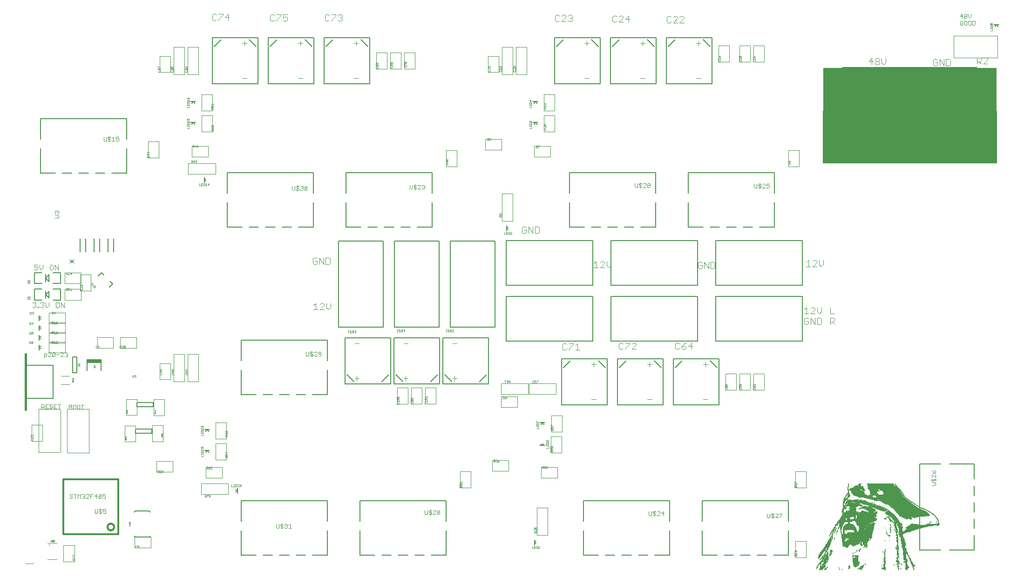
<source format=gto>
G75*
%MOIN*%
%OFA0B0*%
%FSLAX25Y25*%
%IPPOS*%
%LPD*%
%AMOC8*
5,1,8,0,0,1.08239X$1,22.5*
%
%ADD10C,0.00300*%
%ADD11C,0.00400*%
%ADD12R,0.02008X0.00059*%
%ADD13R,0.01181X0.00059*%
%ADD14R,0.00709X0.00059*%
%ADD15R,0.00591X0.00059*%
%ADD16R,0.01417X0.00059*%
%ADD17R,0.00354X0.00059*%
%ADD18R,0.02126X0.00059*%
%ADD19R,0.00472X0.00059*%
%ADD20R,0.00827X0.00059*%
%ADD21R,0.02480X0.00059*%
%ADD22R,0.01535X0.00059*%
%ADD23R,0.00945X0.00059*%
%ADD24R,0.01654X0.00059*%
%ADD25R,0.00236X0.00059*%
%ADD26R,0.01063X0.00059*%
%ADD27R,0.00118X0.00059*%
%ADD28R,0.02598X0.00059*%
%ADD29R,0.02835X0.00059*%
%ADD30R,0.01772X0.00059*%
%ADD31R,0.01299X0.00059*%
%ADD32R,0.02717X0.00059*%
%ADD33R,0.02953X0.00059*%
%ADD34R,0.01890X0.00059*%
%ADD35R,0.02244X0.00059*%
%ADD36R,0.03071X0.00059*%
%ADD37R,0.03189X0.00059*%
%ADD38R,0.02362X0.00059*%
%ADD39R,0.03307X0.00059*%
%ADD40R,0.03425X0.00059*%
%ADD41R,0.04016X0.00059*%
%ADD42R,0.04134X0.00059*%
%ADD43R,0.04252X0.00059*%
%ADD44R,0.04488X0.00059*%
%ADD45R,0.04606X0.00059*%
%ADD46R,0.04724X0.00059*%
%ADD47R,0.04843X0.00059*%
%ADD48R,0.03898X0.00059*%
%ADD49R,0.03780X0.00059*%
%ADD50R,0.03661X0.00059*%
%ADD51R,0.05079X0.00059*%
%ADD52R,0.05197X0.00059*%
%ADD53R,0.05433X0.00059*%
%ADD54R,0.04370X0.00059*%
%ADD55R,0.11457X0.00059*%
%ADD56R,0.11693X0.00059*%
%ADD57R,0.11811X0.00059*%
%ADD58R,0.11929X0.00059*%
%ADD59R,0.12638X0.00059*%
%ADD60R,0.12874X0.00059*%
%ADD61R,0.13110X0.00059*%
%ADD62R,0.10512X0.00059*%
%ADD63R,0.10394X0.00059*%
%ADD64R,0.15236X0.00059*%
%ADD65R,0.15354X0.00059*%
%ADD66R,0.15827X0.00059*%
%ADD67R,0.14409X0.00059*%
%ADD68R,0.14528X0.00059*%
%ADD69R,0.14646X0.00059*%
%ADD70R,0.14764X0.00059*%
%ADD71R,0.14882X0.00059*%
%ADD72R,0.21496X0.00059*%
%ADD73R,0.21614X0.00059*%
%ADD74R,0.21732X0.00059*%
%ADD75R,0.21850X0.00059*%
%ADD76R,0.21969X0.00059*%
%ADD77R,0.22205X0.00059*%
%ADD78R,0.22087X0.00059*%
%ADD79R,0.21260X0.00059*%
%ADD80R,0.21378X0.00059*%
%ADD81R,0.19016X0.00059*%
%ADD82R,0.18543X0.00059*%
%ADD83R,0.18307X0.00059*%
%ADD84R,0.03543X0.00059*%
%ADD85R,0.18189X0.00059*%
%ADD86R,0.17953X0.00059*%
%ADD87R,0.17835X0.00059*%
%ADD88R,0.10866X0.00059*%
%ADD89R,0.05906X0.00059*%
%ADD90R,0.10039X0.00059*%
%ADD91R,0.07441X0.00059*%
%ADD92R,0.06732X0.00059*%
%ADD93R,0.10630X0.00059*%
%ADD94R,0.07087X0.00059*%
%ADD95R,0.07795X0.00059*%
%ADD96R,0.06142X0.00059*%
%ADD97R,0.05315X0.00059*%
%ADD98R,0.06260X0.00059*%
%ADD99R,0.05787X0.00059*%
%ADD100R,0.10748X0.00059*%
%ADD101R,0.06614X0.00059*%
%ADD102R,0.06969X0.00059*%
%ADD103R,0.08268X0.00059*%
%ADD104R,0.06378X0.00059*%
%ADD105R,0.07677X0.00059*%
%ADD106R,0.08031X0.00059*%
%ADD107R,0.09567X0.00059*%
%ADD108R,0.07559X0.00059*%
%ADD109R,0.08150X0.00059*%
%ADD110R,0.07323X0.00059*%
%ADD111R,0.06024X0.00059*%
%ADD112R,0.08622X0.00059*%
%ADD113R,0.09331X0.00059*%
%ADD114R,0.09213X0.00059*%
%ADD115R,0.09094X0.00059*%
%ADD116R,0.11575X0.00059*%
%ADD117R,0.12047X0.00059*%
%ADD118R,0.08976X0.00059*%
%ADD119R,0.12165X0.00059*%
%ADD120R,0.08858X0.00059*%
%ADD121R,0.08386X0.00059*%
%ADD122R,0.12520X0.00059*%
%ADD123R,0.05551X0.00059*%
%ADD124R,0.13465X0.00059*%
%ADD125R,0.10984X0.00059*%
%ADD126R,0.13937X0.00059*%
%ADD127R,0.07913X0.00059*%
%ADD128R,0.14291X0.00059*%
%ADD129R,0.04961X0.00059*%
%ADD130R,0.15945X0.00059*%
%ADD131R,0.07205X0.00059*%
%ADD132R,0.16535X0.00059*%
%ADD133R,0.17126X0.00059*%
%ADD134R,0.06850X0.00059*%
%ADD135R,0.17244X0.00059*%
%ADD136R,0.17598X0.00059*%
%ADD137R,0.06496X0.00059*%
%ADD138R,0.17717X0.00059*%
%ADD139R,0.05669X0.00059*%
%ADD140R,0.09803X0.00059*%
%ADD141R,0.08740X0.00059*%
%ADD142R,0.08504X0.00059*%
%ADD143R,0.09449X0.00059*%
%ADD144R,0.09685X0.00059*%
%ADD145R,0.10157X0.00059*%
%ADD146R,0.10276X0.00059*%
%ADD147R,0.11339X0.00059*%
%ADD148R,0.13701X0.00059*%
%ADD149R,0.09921X0.00059*%
%ADD150R,0.14055X0.00059*%
%ADD151R,0.15118X0.00059*%
%ADD152R,0.15472X0.00059*%
%ADD153R,0.16772X0.00059*%
%ADD154R,0.13819X0.00059*%
%ADD155R,0.13346X0.00059*%
%ADD156R,0.12756X0.00059*%
%ADD157R,0.14173X0.00059*%
%ADD158R,0.16654X0.00059*%
%ADD159R,0.20197X0.00059*%
%ADD160R,0.20433X0.00059*%
%ADD161R,0.24449X0.00059*%
%ADD162R,0.24331X0.00059*%
%ADD163R,0.24213X0.00059*%
%ADD164R,0.22323X0.00059*%
%ADD165R,0.12283X0.00059*%
%ADD166R,0.12402X0.00059*%
%ADD167R,0.12992X0.00059*%
%ADD168R,0.11102X0.00059*%
%ADD169R,0.21142X0.00059*%
%ADD170R,0.20669X0.00059*%
%ADD171R,0.20315X0.00059*%
%ADD172R,0.19961X0.00059*%
%ADD173R,0.19488X0.00059*%
%ADD174R,0.19606X0.00059*%
%ADD175R,0.19370X0.00059*%
%ADD176R,0.19134X0.00059*%
%ADD177R,0.18780X0.00059*%
%ADD178R,0.18661X0.00059*%
%ADD179R,0.18425X0.00059*%
%ADD180R,0.18071X0.00059*%
%ADD181R,0.19252X0.00059*%
%ADD182R,0.19843X0.00059*%
%ADD183R,0.19724X0.00059*%
%ADD184R,0.21024X0.00059*%
%ADD185R,0.20906X0.00059*%
%ADD186R,0.20551X0.00059*%
%ADD187R,0.26811X0.00059*%
%ADD188R,0.27283X0.00059*%
%ADD189R,0.27638X0.00059*%
%ADD190R,0.27874X0.00059*%
%ADD191R,0.23504X0.00059*%
%ADD192R,0.23386X0.00059*%
%ADD193R,0.13583X0.00059*%
%ADD194R,0.20079X0.00059*%
%ADD195R,0.18898X0.00059*%
%ADD196C,0.00000*%
%ADD197C,0.00800*%
%ADD198C,0.00100*%
%ADD199C,0.00200*%
%ADD200C,0.01200*%
%ADD201C,0.00984*%
%ADD202C,0.00600*%
%ADD203C,0.00500*%
%ADD204R,1.24016X0.68031*%
%ADD205C,0.01600*%
%ADD206R,0.09646X0.02657*%
D10*
X0054603Y0044825D02*
X0055087Y0044341D01*
X0056055Y0044341D01*
X0056538Y0044825D01*
X0056538Y0047244D01*
X0057550Y0046760D02*
X0058034Y0047244D01*
X0059001Y0047244D01*
X0059485Y0046760D01*
X0059001Y0045793D02*
X0058034Y0045793D01*
X0057550Y0046276D01*
X0057550Y0046760D01*
X0058517Y0047728D02*
X0058517Y0043858D01*
X0058034Y0044341D02*
X0059001Y0044341D01*
X0059485Y0044825D01*
X0059485Y0045309D01*
X0059001Y0045793D01*
X0060496Y0045793D02*
X0061464Y0046276D01*
X0061948Y0046276D01*
X0062431Y0045793D01*
X0062431Y0044825D01*
X0061948Y0044341D01*
X0060980Y0044341D01*
X0060496Y0044825D01*
X0060496Y0045793D02*
X0060496Y0047244D01*
X0062431Y0047244D01*
X0058034Y0044341D02*
X0057550Y0044825D01*
X0054603Y0044825D02*
X0054603Y0047244D01*
X0055779Y0055129D02*
X0055779Y0058031D01*
X0054328Y0056580D01*
X0056263Y0056580D01*
X0057274Y0055613D02*
X0059209Y0057548D01*
X0059209Y0055613D01*
X0058726Y0055129D01*
X0057758Y0055129D01*
X0057274Y0055613D01*
X0057274Y0057548D01*
X0057758Y0058031D01*
X0058726Y0058031D01*
X0059209Y0057548D01*
X0060221Y0058031D02*
X0060221Y0056580D01*
X0061188Y0057064D01*
X0061672Y0057064D01*
X0062156Y0056580D01*
X0062156Y0055613D01*
X0061672Y0055129D01*
X0060705Y0055129D01*
X0060221Y0055613D01*
X0060221Y0058031D02*
X0062156Y0058031D01*
X0053316Y0058031D02*
X0051381Y0058031D01*
X0051381Y0055129D01*
X0050370Y0055129D02*
X0048435Y0055129D01*
X0050370Y0057064D01*
X0050370Y0057548D01*
X0049886Y0058031D01*
X0048918Y0058031D01*
X0048435Y0057548D01*
X0047423Y0057548D02*
X0047423Y0057064D01*
X0046939Y0056580D01*
X0047423Y0056096D01*
X0047423Y0055613D01*
X0046939Y0055129D01*
X0045972Y0055129D01*
X0045488Y0055613D01*
X0044477Y0055129D02*
X0044477Y0058031D01*
X0043509Y0057064D01*
X0042542Y0058031D01*
X0042542Y0055129D01*
X0040563Y0055129D02*
X0040563Y0058031D01*
X0041530Y0058031D02*
X0039595Y0058031D01*
X0038584Y0057548D02*
X0038100Y0058031D01*
X0037132Y0058031D01*
X0036649Y0057548D01*
X0036649Y0057064D01*
X0037132Y0056580D01*
X0038100Y0056580D01*
X0038584Y0056096D01*
X0038584Y0055613D01*
X0038100Y0055129D01*
X0037132Y0055129D01*
X0036649Y0055613D01*
X0045488Y0057548D02*
X0045972Y0058031D01*
X0046939Y0058031D01*
X0047423Y0057548D01*
X0046939Y0056580D02*
X0046456Y0056580D01*
X0051381Y0056580D02*
X0052349Y0056580D01*
X0045857Y0119134D02*
X0045857Y0122037D01*
X0044890Y0122037D02*
X0046825Y0122037D01*
X0043878Y0121553D02*
X0043394Y0122037D01*
X0042427Y0122037D01*
X0041943Y0121553D01*
X0041943Y0119618D01*
X0042427Y0119134D01*
X0043394Y0119134D01*
X0043878Y0119618D01*
X0043878Y0121553D01*
X0040931Y0121553D02*
X0040448Y0122037D01*
X0039480Y0122037D01*
X0038997Y0121553D01*
X0038997Y0119618D01*
X0039480Y0119134D01*
X0040448Y0119134D01*
X0040931Y0119618D01*
X0040931Y0121553D01*
X0037985Y0121553D02*
X0037985Y0121069D01*
X0037501Y0120586D01*
X0036050Y0120586D01*
X0036050Y0122037D02*
X0036050Y0119134D01*
X0037501Y0119134D01*
X0037985Y0119618D01*
X0037985Y0120102D01*
X0037501Y0120586D01*
X0037985Y0121553D02*
X0037501Y0122037D01*
X0036050Y0122037D01*
X0030171Y0122237D02*
X0028236Y0122237D01*
X0029204Y0122237D02*
X0029204Y0119334D01*
X0027225Y0119334D02*
X0025290Y0119334D01*
X0025290Y0122237D01*
X0027225Y0122237D01*
X0026257Y0120786D02*
X0025290Y0120786D01*
X0024278Y0120302D02*
X0024278Y0119818D01*
X0023794Y0119334D01*
X0022827Y0119334D01*
X0022343Y0119818D01*
X0022827Y0120786D02*
X0023794Y0120786D01*
X0024278Y0120302D01*
X0024278Y0121753D02*
X0023794Y0122237D01*
X0022827Y0122237D01*
X0022343Y0121753D01*
X0022343Y0121269D01*
X0022827Y0120786D01*
X0021331Y0122237D02*
X0019397Y0122237D01*
X0019397Y0119334D01*
X0021331Y0119334D01*
X0020364Y0120786D02*
X0019397Y0120786D01*
X0018385Y0120786D02*
X0017901Y0120302D01*
X0016450Y0120302D01*
X0017417Y0120302D02*
X0018385Y0119334D01*
X0018385Y0120786D02*
X0018385Y0121753D01*
X0017901Y0122237D01*
X0016450Y0122237D01*
X0016450Y0119334D01*
X0018250Y0155667D02*
X0018250Y0158569D01*
X0019701Y0158569D01*
X0020185Y0158086D01*
X0020185Y0157118D01*
X0019701Y0156634D01*
X0018250Y0156634D01*
X0021197Y0156634D02*
X0023131Y0158569D01*
X0023131Y0159053D01*
X0022648Y0159537D01*
X0021680Y0159537D01*
X0021197Y0159053D01*
X0021197Y0156634D02*
X0023131Y0156634D01*
X0024143Y0157118D02*
X0026078Y0159053D01*
X0026078Y0157118D01*
X0025594Y0156634D01*
X0024627Y0156634D01*
X0024143Y0157118D01*
X0024143Y0159053D01*
X0024627Y0159537D01*
X0025594Y0159537D01*
X0026078Y0159053D01*
X0027090Y0158086D02*
X0029025Y0158086D01*
X0030036Y0159053D02*
X0030520Y0159537D01*
X0031487Y0159537D01*
X0031971Y0159053D01*
X0031971Y0158569D01*
X0030036Y0156634D01*
X0031971Y0156634D01*
X0032983Y0157118D02*
X0033466Y0156634D01*
X0034434Y0156634D01*
X0034918Y0157118D01*
X0034918Y0157602D01*
X0034434Y0158086D01*
X0033950Y0158086D01*
X0034434Y0158086D02*
X0034918Y0158569D01*
X0034918Y0159053D01*
X0034434Y0159537D01*
X0033466Y0159537D01*
X0032983Y0159053D01*
X0032776Y0191734D02*
X0032776Y0195438D01*
X0030307Y0195438D02*
X0032776Y0191734D01*
X0030307Y0191734D02*
X0030307Y0195438D01*
X0029093Y0194820D02*
X0028476Y0195438D01*
X0027241Y0195438D01*
X0026624Y0194820D01*
X0026624Y0192352D01*
X0027241Y0191734D01*
X0028476Y0191734D01*
X0029093Y0192352D01*
X0029093Y0194820D01*
X0021727Y0195438D02*
X0021727Y0192969D01*
X0020492Y0191734D01*
X0019258Y0192969D01*
X0019258Y0195438D01*
X0018043Y0194820D02*
X0018043Y0194203D01*
X0017426Y0193586D01*
X0018043Y0192969D01*
X0018043Y0192352D01*
X0017426Y0191734D01*
X0016192Y0191734D01*
X0015575Y0192352D01*
X0014350Y0192352D02*
X0014350Y0191734D01*
X0013733Y0191734D01*
X0013733Y0192352D01*
X0014350Y0192352D01*
X0012519Y0192352D02*
X0011902Y0191734D01*
X0010667Y0191734D01*
X0010050Y0192352D01*
X0011284Y0193586D02*
X0011902Y0193586D01*
X0012519Y0192969D01*
X0012519Y0192352D01*
X0011902Y0193586D02*
X0012519Y0194203D01*
X0012519Y0194820D01*
X0011902Y0195438D01*
X0010667Y0195438D01*
X0010050Y0194820D01*
X0015575Y0194820D02*
X0016192Y0195438D01*
X0017426Y0195438D01*
X0018043Y0194820D01*
X0017426Y0193586D02*
X0016809Y0193586D01*
X0016168Y0218634D02*
X0017402Y0219869D01*
X0017402Y0222338D01*
X0014933Y0222338D02*
X0014933Y0219869D01*
X0016168Y0218634D01*
X0013719Y0219252D02*
X0013102Y0218634D01*
X0011867Y0218634D01*
X0011250Y0219252D01*
X0011250Y0220486D02*
X0012484Y0221103D01*
X0013102Y0221103D01*
X0013719Y0220486D01*
X0013719Y0219252D01*
X0011250Y0220486D02*
X0011250Y0222338D01*
X0013719Y0222338D01*
X0022299Y0221720D02*
X0022299Y0219252D01*
X0022917Y0218634D01*
X0024151Y0218634D01*
X0024768Y0219252D01*
X0024768Y0221720D01*
X0024151Y0222338D01*
X0022917Y0222338D01*
X0022299Y0221720D01*
X0025983Y0222338D02*
X0028451Y0218634D01*
X0028451Y0222338D01*
X0025983Y0222338D02*
X0025983Y0218634D01*
X0036450Y0223318D02*
X0039586Y0226454D01*
X0039586Y0224886D02*
X0036450Y0224886D01*
X0036450Y0226454D02*
X0039586Y0223318D01*
X0038018Y0223318D02*
X0038018Y0226454D01*
X0028417Y0256138D02*
X0025999Y0256138D01*
X0025999Y0258072D02*
X0028417Y0258072D01*
X0028901Y0257589D01*
X0028901Y0256621D01*
X0028417Y0256138D01*
X0028417Y0259084D02*
X0028901Y0259568D01*
X0028901Y0260535D01*
X0028417Y0261019D01*
X0027934Y0261019D01*
X0027450Y0260535D01*
X0027450Y0260052D01*
X0027450Y0260535D02*
X0026966Y0261019D01*
X0026482Y0261019D01*
X0025999Y0260535D01*
X0025999Y0259568D01*
X0026482Y0259084D01*
X0061468Y0310945D02*
X0062436Y0310945D01*
X0062919Y0311429D01*
X0062919Y0313848D01*
X0063931Y0313364D02*
X0064415Y0313848D01*
X0065382Y0313848D01*
X0065866Y0313364D01*
X0065382Y0312397D02*
X0064415Y0312397D01*
X0063931Y0312880D01*
X0063931Y0313364D01*
X0064898Y0314332D02*
X0064898Y0310462D01*
X0064415Y0310945D02*
X0065382Y0310945D01*
X0065866Y0311429D01*
X0065866Y0311913D01*
X0065382Y0312397D01*
X0066877Y0312880D02*
X0067845Y0313848D01*
X0067845Y0310945D01*
X0068812Y0310945D02*
X0066877Y0310945D01*
X0064415Y0310945D02*
X0063931Y0311429D01*
X0061468Y0310945D02*
X0060984Y0311429D01*
X0060984Y0313848D01*
X0069824Y0313848D02*
X0069824Y0312397D01*
X0070791Y0312880D01*
X0071275Y0312880D01*
X0071759Y0312397D01*
X0071759Y0311429D01*
X0071275Y0310945D01*
X0070308Y0310945D01*
X0069824Y0311429D01*
X0069824Y0313848D02*
X0071759Y0313848D01*
X0195766Y0278691D02*
X0195766Y0276272D01*
X0196249Y0275789D01*
X0197217Y0275789D01*
X0197700Y0276272D01*
X0197700Y0278691D01*
X0198712Y0278207D02*
X0199196Y0278691D01*
X0200163Y0278691D01*
X0200647Y0278207D01*
X0201659Y0278207D02*
X0202142Y0278691D01*
X0203110Y0278691D01*
X0203594Y0278207D01*
X0203594Y0277724D01*
X0203110Y0277240D01*
X0203594Y0276756D01*
X0203594Y0276272D01*
X0203110Y0275789D01*
X0202142Y0275789D01*
X0201659Y0276272D01*
X0200647Y0276272D02*
X0200647Y0276756D01*
X0200163Y0277240D01*
X0199196Y0277240D01*
X0198712Y0277724D01*
X0198712Y0278207D01*
X0199680Y0279175D02*
X0199680Y0275305D01*
X0200163Y0275789D02*
X0200647Y0276272D01*
X0200163Y0275789D02*
X0199196Y0275789D01*
X0198712Y0276272D01*
X0202626Y0277240D02*
X0203110Y0277240D01*
X0204605Y0278207D02*
X0205089Y0278691D01*
X0206056Y0278691D01*
X0206540Y0278207D01*
X0204605Y0276272D01*
X0205089Y0275789D01*
X0206056Y0275789D01*
X0206540Y0276272D01*
X0206540Y0278207D01*
X0204605Y0278207D02*
X0204605Y0276272D01*
X0279978Y0277060D02*
X0280462Y0276576D01*
X0281429Y0276576D01*
X0281913Y0277060D01*
X0281913Y0279479D01*
X0282925Y0278995D02*
X0283408Y0279479D01*
X0284376Y0279479D01*
X0284860Y0278995D01*
X0285871Y0278995D02*
X0286355Y0279479D01*
X0287322Y0279479D01*
X0287806Y0278995D01*
X0287806Y0278511D01*
X0285871Y0276576D01*
X0287806Y0276576D01*
X0288818Y0277060D02*
X0289301Y0276576D01*
X0290269Y0276576D01*
X0290753Y0277060D01*
X0290753Y0277544D01*
X0290269Y0278027D01*
X0289785Y0278027D01*
X0290269Y0278027D02*
X0290753Y0278511D01*
X0290753Y0278995D01*
X0290269Y0279479D01*
X0289301Y0279479D01*
X0288818Y0278995D01*
X0284860Y0277544D02*
X0284376Y0278027D01*
X0283408Y0278027D01*
X0282925Y0278511D01*
X0282925Y0278995D01*
X0283892Y0279962D02*
X0283892Y0276092D01*
X0283408Y0276576D02*
X0284376Y0276576D01*
X0284860Y0277060D01*
X0284860Y0277544D01*
X0283408Y0276576D02*
X0282925Y0277060D01*
X0279978Y0277060D02*
X0279978Y0279479D01*
X0441159Y0280660D02*
X0441159Y0278241D01*
X0441643Y0277757D01*
X0442610Y0277757D01*
X0443094Y0278241D01*
X0443094Y0280660D01*
X0444106Y0280176D02*
X0444589Y0280660D01*
X0445557Y0280660D01*
X0446041Y0280176D01*
X0447052Y0280176D02*
X0447536Y0280660D01*
X0448503Y0280660D01*
X0448987Y0280176D01*
X0448987Y0279692D01*
X0447052Y0277757D01*
X0448987Y0277757D01*
X0449999Y0278241D02*
X0449999Y0278725D01*
X0450482Y0279208D01*
X0451450Y0279208D01*
X0451934Y0278725D01*
X0451934Y0278241D01*
X0451450Y0277757D01*
X0450482Y0277757D01*
X0449999Y0278241D01*
X0450482Y0279208D02*
X0449999Y0279692D01*
X0449999Y0280176D01*
X0450482Y0280660D01*
X0451450Y0280660D01*
X0451934Y0280176D01*
X0451934Y0279692D01*
X0451450Y0279208D01*
X0446041Y0278725D02*
X0445557Y0279208D01*
X0444589Y0279208D01*
X0444106Y0279692D01*
X0444106Y0280176D01*
X0445073Y0281143D02*
X0445073Y0277273D01*
X0444589Y0277757D02*
X0445557Y0277757D01*
X0446041Y0278241D01*
X0446041Y0278725D01*
X0444589Y0277757D02*
X0444106Y0278241D01*
X0526553Y0277847D02*
X0527037Y0277363D01*
X0528004Y0277363D01*
X0528488Y0277847D01*
X0528488Y0280266D01*
X0529499Y0279782D02*
X0529983Y0280266D01*
X0530951Y0280266D01*
X0531434Y0279782D01*
X0532446Y0279782D02*
X0532930Y0280266D01*
X0533897Y0280266D01*
X0534381Y0279782D01*
X0534381Y0279298D01*
X0532446Y0277363D01*
X0534381Y0277363D01*
X0535392Y0277847D02*
X0535876Y0277363D01*
X0536844Y0277363D01*
X0537327Y0277847D01*
X0537327Y0278815D01*
X0536844Y0279298D01*
X0536360Y0279298D01*
X0535392Y0278815D01*
X0535392Y0280266D01*
X0537327Y0280266D01*
X0531434Y0278331D02*
X0530951Y0278815D01*
X0529983Y0278815D01*
X0529499Y0279298D01*
X0529499Y0279782D01*
X0530467Y0280750D02*
X0530467Y0276880D01*
X0530951Y0277363D02*
X0531434Y0277847D01*
X0531434Y0278331D01*
X0530951Y0277363D02*
X0529983Y0277363D01*
X0529499Y0277847D01*
X0526553Y0277847D02*
X0526553Y0280266D01*
X0673920Y0394624D02*
X0674404Y0394141D01*
X0675371Y0394141D01*
X0675855Y0394624D01*
X0675855Y0395592D01*
X0674888Y0395592D01*
X0675855Y0396559D02*
X0675371Y0397043D01*
X0674404Y0397043D01*
X0673920Y0396559D01*
X0673920Y0394624D01*
X0676867Y0394624D02*
X0677350Y0394141D01*
X0678318Y0394141D01*
X0678802Y0394624D01*
X0678802Y0396559D01*
X0678318Y0397043D01*
X0677350Y0397043D01*
X0676867Y0396559D01*
X0676867Y0394624D01*
X0679813Y0394624D02*
X0680297Y0394141D01*
X0681264Y0394141D01*
X0681748Y0394624D01*
X0681748Y0396559D01*
X0681264Y0397043D01*
X0680297Y0397043D01*
X0679813Y0396559D01*
X0679813Y0394624D01*
X0682760Y0394141D02*
X0684211Y0394141D01*
X0684695Y0394624D01*
X0684695Y0396559D01*
X0684211Y0397043D01*
X0682760Y0397043D01*
X0682760Y0394141D01*
X0680781Y0398941D02*
X0681748Y0399908D01*
X0681748Y0401843D01*
X0679813Y0401843D02*
X0679813Y0399908D01*
X0680781Y0398941D01*
X0678802Y0399424D02*
X0678318Y0398941D01*
X0677350Y0398941D01*
X0676867Y0399424D01*
X0676867Y0399908D01*
X0677350Y0400392D01*
X0678318Y0400392D01*
X0678802Y0399908D01*
X0678802Y0399424D01*
X0678318Y0400392D02*
X0678802Y0400876D01*
X0678802Y0401359D01*
X0678318Y0401843D01*
X0677350Y0401843D01*
X0676867Y0401359D01*
X0676867Y0400876D01*
X0677350Y0400392D01*
X0675855Y0400392D02*
X0673920Y0400392D01*
X0675371Y0401843D01*
X0675371Y0398941D01*
X0216540Y0159389D02*
X0216540Y0157454D01*
X0216056Y0156970D01*
X0215089Y0156970D01*
X0214605Y0157454D01*
X0215089Y0158421D02*
X0216540Y0158421D01*
X0216540Y0159389D02*
X0216056Y0159872D01*
X0215089Y0159872D01*
X0214605Y0159389D01*
X0214605Y0158905D01*
X0215089Y0158421D01*
X0213594Y0158905D02*
X0213594Y0159389D01*
X0213110Y0159872D01*
X0212142Y0159872D01*
X0211659Y0159389D01*
X0210647Y0159389D02*
X0210163Y0159872D01*
X0209196Y0159872D01*
X0208712Y0159389D01*
X0208712Y0158905D01*
X0209196Y0158421D01*
X0210163Y0158421D01*
X0210647Y0157937D01*
X0210647Y0157454D01*
X0210163Y0156970D01*
X0209196Y0156970D01*
X0208712Y0157454D01*
X0207700Y0157454D02*
X0207700Y0159872D01*
X0205766Y0159872D02*
X0205766Y0157454D01*
X0206249Y0156970D01*
X0207217Y0156970D01*
X0207700Y0157454D01*
X0209680Y0156486D02*
X0209680Y0160356D01*
X0211659Y0156970D02*
X0213594Y0158905D01*
X0213594Y0156970D02*
X0211659Y0156970D01*
X0290766Y0046447D02*
X0290766Y0044028D01*
X0291249Y0043545D01*
X0292217Y0043545D01*
X0292700Y0044028D01*
X0292700Y0046447D01*
X0293712Y0045963D02*
X0294196Y0046447D01*
X0295163Y0046447D01*
X0295647Y0045963D01*
X0296659Y0045963D02*
X0297142Y0046447D01*
X0298110Y0046447D01*
X0298594Y0045963D01*
X0298594Y0045480D01*
X0296659Y0043545D01*
X0298594Y0043545D01*
X0299605Y0044028D02*
X0301540Y0045963D01*
X0301540Y0044028D01*
X0301056Y0043545D01*
X0300089Y0043545D01*
X0299605Y0044028D01*
X0299605Y0045963D01*
X0300089Y0046447D01*
X0301056Y0046447D01*
X0301540Y0045963D01*
X0295647Y0044512D02*
X0295163Y0044996D01*
X0294196Y0044996D01*
X0293712Y0045480D01*
X0293712Y0045963D01*
X0294680Y0046931D02*
X0294680Y0043061D01*
X0295163Y0043545D02*
X0295647Y0044028D01*
X0295647Y0044512D01*
X0295163Y0043545D02*
X0294196Y0043545D01*
X0293712Y0044028D01*
X0195280Y0033702D02*
X0193345Y0033702D01*
X0194313Y0033702D02*
X0194313Y0036605D01*
X0193345Y0035637D01*
X0192334Y0035637D02*
X0191850Y0035153D01*
X0192334Y0034670D01*
X0192334Y0034186D01*
X0191850Y0033702D01*
X0190882Y0033702D01*
X0190399Y0034186D01*
X0189387Y0034186D02*
X0189387Y0034670D01*
X0188903Y0035153D01*
X0187936Y0035153D01*
X0187452Y0035637D01*
X0187452Y0036121D01*
X0187936Y0036605D01*
X0188903Y0036605D01*
X0189387Y0036121D01*
X0190399Y0036121D02*
X0190882Y0036605D01*
X0191850Y0036605D01*
X0192334Y0036121D01*
X0192334Y0035637D01*
X0191850Y0035153D02*
X0191366Y0035153D01*
X0189387Y0034186D02*
X0188903Y0033702D01*
X0187936Y0033702D01*
X0187452Y0034186D01*
X0186441Y0034186D02*
X0186441Y0036605D01*
X0184506Y0036605D02*
X0184506Y0034186D01*
X0184989Y0033702D01*
X0185957Y0033702D01*
X0186441Y0034186D01*
X0188420Y0033218D02*
X0188420Y0037088D01*
X0451159Y0043241D02*
X0451643Y0042757D01*
X0452610Y0042757D01*
X0453094Y0043241D01*
X0453094Y0045660D01*
X0454106Y0045176D02*
X0454589Y0045660D01*
X0455557Y0045660D01*
X0456041Y0045176D01*
X0457052Y0045176D02*
X0457536Y0045660D01*
X0458503Y0045660D01*
X0458987Y0045176D01*
X0458987Y0044692D01*
X0457052Y0042757D01*
X0458987Y0042757D01*
X0459999Y0044208D02*
X0461450Y0045660D01*
X0461450Y0042757D01*
X0461934Y0044208D02*
X0459999Y0044208D01*
X0456041Y0043725D02*
X0455557Y0044208D01*
X0454589Y0044208D01*
X0454106Y0044692D01*
X0454106Y0045176D01*
X0455073Y0046143D02*
X0455073Y0042273D01*
X0454589Y0042757D02*
X0455557Y0042757D01*
X0456041Y0043241D01*
X0456041Y0043725D01*
X0454589Y0042757D02*
X0454106Y0043241D01*
X0451159Y0043241D02*
X0451159Y0045660D01*
X0535766Y0044085D02*
X0535766Y0041666D01*
X0536249Y0041182D01*
X0537217Y0041182D01*
X0537700Y0041666D01*
X0537700Y0044085D01*
X0538712Y0043601D02*
X0539196Y0044085D01*
X0540163Y0044085D01*
X0540647Y0043601D01*
X0541659Y0043601D02*
X0542142Y0044085D01*
X0543110Y0044085D01*
X0543594Y0043601D01*
X0543594Y0043117D01*
X0541659Y0041182D01*
X0543594Y0041182D01*
X0544605Y0041182D02*
X0544605Y0041666D01*
X0546540Y0043601D01*
X0546540Y0044085D01*
X0544605Y0044085D01*
X0540647Y0042150D02*
X0540163Y0042634D01*
X0539196Y0042634D01*
X0538712Y0043117D01*
X0538712Y0043601D01*
X0539680Y0044569D02*
X0539680Y0040699D01*
X0540163Y0041182D02*
X0540647Y0041666D01*
X0540647Y0042150D01*
X0540163Y0041182D02*
X0539196Y0041182D01*
X0538712Y0041666D01*
X0653612Y0064250D02*
X0656031Y0064250D01*
X0656515Y0064734D01*
X0656515Y0065701D01*
X0656031Y0066185D01*
X0653612Y0066185D01*
X0654096Y0067196D02*
X0653612Y0067680D01*
X0653612Y0068648D01*
X0654096Y0069131D01*
X0654096Y0070143D02*
X0653612Y0070627D01*
X0653612Y0071594D01*
X0654096Y0072078D01*
X0654580Y0072078D01*
X0656515Y0070143D01*
X0656515Y0072078D01*
X0656031Y0073089D02*
X0656515Y0073573D01*
X0656515Y0074541D01*
X0656031Y0075024D01*
X0655547Y0075024D01*
X0655063Y0074541D01*
X0655063Y0073089D01*
X0656031Y0073089D01*
X0655063Y0073089D02*
X0654096Y0074057D01*
X0653612Y0075024D01*
X0655547Y0069131D02*
X0655063Y0068648D01*
X0655063Y0067680D01*
X0654580Y0067196D01*
X0654096Y0067196D01*
X0653128Y0068164D02*
X0656998Y0068164D01*
X0656515Y0068648D02*
X0656031Y0069131D01*
X0655547Y0069131D01*
X0656515Y0068648D02*
X0656515Y0067680D01*
X0656031Y0067196D01*
D11*
X0493269Y0125986D02*
X0490200Y0125986D01*
X0491735Y0149452D02*
X0491735Y0152521D01*
X0490200Y0150986D02*
X0493269Y0150986D01*
X0481710Y0161834D02*
X0481710Y0166438D01*
X0479408Y0164136D01*
X0482477Y0164136D01*
X0477873Y0163369D02*
X0477106Y0164136D01*
X0474804Y0164136D01*
X0474804Y0162601D01*
X0475571Y0161834D01*
X0477106Y0161834D01*
X0477873Y0162601D01*
X0477873Y0163369D01*
X0476339Y0165671D02*
X0474804Y0164136D01*
X0476339Y0165671D02*
X0477873Y0166438D01*
X0473269Y0165671D02*
X0472502Y0166438D01*
X0470967Y0166438D01*
X0470200Y0165671D01*
X0470200Y0162601D01*
X0470967Y0161834D01*
X0472502Y0161834D01*
X0473269Y0162601D01*
X0453269Y0150986D02*
X0450200Y0150986D01*
X0451735Y0152521D02*
X0451735Y0149452D01*
X0442083Y0161834D02*
X0439014Y0161834D01*
X0442083Y0164903D01*
X0442083Y0165671D01*
X0441316Y0166438D01*
X0439781Y0166438D01*
X0439014Y0165671D01*
X0437480Y0165671D02*
X0437480Y0166438D01*
X0434410Y0166438D01*
X0432876Y0165671D02*
X0432108Y0166438D01*
X0430574Y0166438D01*
X0429806Y0165671D01*
X0429806Y0162601D01*
X0430574Y0161834D01*
X0432108Y0161834D01*
X0432876Y0162601D01*
X0434410Y0162601D02*
X0434410Y0161834D01*
X0434410Y0162601D02*
X0437480Y0165671D01*
X0413269Y0150986D02*
X0410200Y0150986D01*
X0411735Y0152521D02*
X0411735Y0149452D01*
X0401690Y0161440D02*
X0398620Y0161440D01*
X0400155Y0161440D02*
X0400155Y0166044D01*
X0398620Y0164510D01*
X0397086Y0165277D02*
X0394017Y0162208D01*
X0394017Y0161440D01*
X0392482Y0162208D02*
X0391715Y0161440D01*
X0390180Y0161440D01*
X0389413Y0162208D01*
X0389413Y0165277D01*
X0390180Y0166044D01*
X0391715Y0166044D01*
X0392482Y0165277D01*
X0394017Y0166044D02*
X0397086Y0166044D01*
X0397086Y0165277D01*
X0410200Y0125986D02*
X0413269Y0125986D01*
X0450200Y0125986D02*
X0453269Y0125986D01*
X0562500Y0180452D02*
X0563267Y0179684D01*
X0564802Y0179684D01*
X0565569Y0180452D01*
X0565569Y0181986D01*
X0564035Y0181986D01*
X0565569Y0183521D02*
X0564802Y0184288D01*
X0563267Y0184288D01*
X0562500Y0183521D01*
X0562500Y0180452D01*
X0567104Y0179684D02*
X0567104Y0184288D01*
X0570173Y0179684D01*
X0570173Y0184288D01*
X0571708Y0184288D02*
X0574010Y0184288D01*
X0574777Y0183521D01*
X0574777Y0180452D01*
X0574010Y0179684D01*
X0571708Y0179684D01*
X0571708Y0184288D01*
X0573242Y0187184D02*
X0571708Y0188719D01*
X0571708Y0191788D01*
X0570173Y0191021D02*
X0569406Y0191788D01*
X0567871Y0191788D01*
X0567104Y0191021D01*
X0570173Y0191021D02*
X0570173Y0190254D01*
X0567104Y0187184D01*
X0570173Y0187184D01*
X0573242Y0187184D02*
X0574777Y0188719D01*
X0574777Y0191788D01*
X0580916Y0191788D02*
X0580916Y0187184D01*
X0583985Y0187184D01*
X0583218Y0184288D02*
X0583985Y0183521D01*
X0583985Y0181986D01*
X0583218Y0181219D01*
X0580916Y0181219D01*
X0582450Y0181219D02*
X0583985Y0179684D01*
X0580916Y0179684D02*
X0580916Y0184288D01*
X0583218Y0184288D01*
X0565569Y0187184D02*
X0562500Y0187184D01*
X0564035Y0187184D02*
X0564035Y0191788D01*
X0562500Y0190254D01*
X0563800Y0220984D02*
X0566869Y0220984D01*
X0565335Y0220984D02*
X0565335Y0225588D01*
X0563800Y0224054D01*
X0568404Y0224821D02*
X0569171Y0225588D01*
X0570706Y0225588D01*
X0571473Y0224821D01*
X0571473Y0224054D01*
X0568404Y0220984D01*
X0571473Y0220984D01*
X0573008Y0222519D02*
X0573008Y0225588D01*
X0573008Y0222519D02*
X0574542Y0220984D01*
X0576077Y0222519D01*
X0576077Y0225588D01*
X0498577Y0223521D02*
X0498577Y0220452D01*
X0497810Y0219684D01*
X0495508Y0219684D01*
X0495508Y0224288D01*
X0497810Y0224288D01*
X0498577Y0223521D01*
X0493973Y0224288D02*
X0493973Y0219684D01*
X0490904Y0224288D01*
X0490904Y0219684D01*
X0489369Y0220452D02*
X0489369Y0221986D01*
X0487835Y0221986D01*
X0489369Y0220452D02*
X0488602Y0219684D01*
X0487067Y0219684D01*
X0486300Y0220452D01*
X0486300Y0223521D01*
X0487067Y0224288D01*
X0488602Y0224288D01*
X0489369Y0223521D01*
X0424077Y0224788D02*
X0424077Y0221719D01*
X0422542Y0220184D01*
X0421008Y0221719D01*
X0421008Y0224788D01*
X0419473Y0224021D02*
X0418706Y0224788D01*
X0417171Y0224788D01*
X0416404Y0224021D01*
X0419473Y0224021D02*
X0419473Y0223254D01*
X0416404Y0220184D01*
X0419473Y0220184D01*
X0414869Y0220184D02*
X0411800Y0220184D01*
X0413335Y0220184D02*
X0413335Y0224788D01*
X0411800Y0223254D01*
X0372677Y0245752D02*
X0372677Y0248821D01*
X0371910Y0249588D01*
X0369608Y0249588D01*
X0369608Y0244984D01*
X0371910Y0244984D01*
X0372677Y0245752D01*
X0368073Y0244984D02*
X0368073Y0249588D01*
X0365004Y0249588D02*
X0365004Y0244984D01*
X0363469Y0245752D02*
X0363469Y0247286D01*
X0361935Y0247286D01*
X0363469Y0245752D02*
X0362702Y0244984D01*
X0361167Y0244984D01*
X0360400Y0245752D01*
X0360400Y0248821D01*
X0361167Y0249588D01*
X0362702Y0249588D01*
X0363469Y0248821D01*
X0365004Y0249588D02*
X0368073Y0244984D01*
X0313665Y0165986D02*
X0310596Y0165986D01*
X0278665Y0165986D02*
X0275596Y0165986D01*
X0243665Y0165986D02*
X0240596Y0165986D01*
X0242131Y0142521D02*
X0242131Y0139452D01*
X0243665Y0140986D02*
X0240596Y0140986D01*
X0275596Y0140986D02*
X0278665Y0140986D01*
X0277131Y0139452D02*
X0277131Y0142521D01*
X0310596Y0140986D02*
X0313665Y0140986D01*
X0312131Y0139452D02*
X0312131Y0142521D01*
X0223477Y0191719D02*
X0223477Y0194788D01*
X0223477Y0191719D02*
X0221942Y0190184D01*
X0220408Y0191719D01*
X0220408Y0194788D01*
X0218873Y0194021D02*
X0218106Y0194788D01*
X0216571Y0194788D01*
X0215804Y0194021D01*
X0218873Y0194021D02*
X0218873Y0193254D01*
X0215804Y0190184D01*
X0218873Y0190184D01*
X0214269Y0190184D02*
X0211200Y0190184D01*
X0212735Y0190184D02*
X0212735Y0194788D01*
X0211200Y0193254D01*
X0211467Y0222784D02*
X0213002Y0222784D01*
X0213769Y0223552D01*
X0213769Y0225086D01*
X0212235Y0225086D01*
X0213769Y0226621D02*
X0213002Y0227388D01*
X0211467Y0227388D01*
X0210700Y0226621D01*
X0210700Y0223552D01*
X0211467Y0222784D01*
X0215304Y0222784D02*
X0215304Y0227388D01*
X0218373Y0222784D01*
X0218373Y0227388D01*
X0219908Y0227388D02*
X0222210Y0227388D01*
X0222977Y0226621D01*
X0222977Y0223552D01*
X0222210Y0222784D01*
X0219908Y0222784D01*
X0219908Y0227388D01*
X0036353Y0142637D02*
X0030447Y0142637D01*
X0030447Y0136732D02*
X0036353Y0136732D01*
X0027348Y0022893D02*
X0020852Y0022893D01*
X0020852Y0011476D02*
X0027348Y0011476D01*
X0160200Y0355986D02*
X0163269Y0355986D01*
X0200200Y0355986D02*
X0203269Y0355986D01*
X0240200Y0355986D02*
X0243269Y0355986D01*
X0241735Y0379452D02*
X0241735Y0382521D01*
X0240200Y0380986D02*
X0243269Y0380986D01*
X0230922Y0396952D02*
X0229388Y0396952D01*
X0228620Y0397719D01*
X0230155Y0399254D02*
X0230922Y0399254D01*
X0231690Y0398487D01*
X0231690Y0397719D01*
X0230922Y0396952D01*
X0230922Y0399254D02*
X0231690Y0400021D01*
X0231690Y0400789D01*
X0230922Y0401556D01*
X0229388Y0401556D01*
X0228620Y0400789D01*
X0227086Y0400789D02*
X0224017Y0397719D01*
X0224017Y0396952D01*
X0222482Y0397719D02*
X0221715Y0396952D01*
X0220180Y0396952D01*
X0219413Y0397719D01*
X0219413Y0400789D01*
X0220180Y0401556D01*
X0221715Y0401556D01*
X0222482Y0400789D01*
X0224017Y0401556D02*
X0227086Y0401556D01*
X0227086Y0400789D01*
X0201735Y0382521D02*
X0201735Y0379452D01*
X0203269Y0380986D02*
X0200200Y0380986D01*
X0191710Y0396952D02*
X0190175Y0396952D01*
X0189408Y0397719D01*
X0189408Y0399254D02*
X0190942Y0400021D01*
X0191710Y0400021D01*
X0192477Y0399254D01*
X0192477Y0397719D01*
X0191710Y0396952D01*
X0189408Y0399254D02*
X0189408Y0401556D01*
X0192477Y0401556D01*
X0187873Y0401556D02*
X0187873Y0400789D01*
X0184804Y0397719D01*
X0184804Y0396952D01*
X0183269Y0397719D02*
X0182502Y0396952D01*
X0180967Y0396952D01*
X0180200Y0397719D01*
X0180200Y0400789D01*
X0180967Y0401556D01*
X0182502Y0401556D01*
X0183269Y0400789D01*
X0184804Y0401556D02*
X0187873Y0401556D01*
X0161735Y0382521D02*
X0161735Y0379452D01*
X0163269Y0380986D02*
X0160200Y0380986D01*
X0150135Y0397346D02*
X0150135Y0401950D01*
X0147833Y0399648D01*
X0150902Y0399648D01*
X0146298Y0401182D02*
X0146298Y0401950D01*
X0143229Y0401950D01*
X0141694Y0401182D02*
X0140927Y0401950D01*
X0139393Y0401950D01*
X0138625Y0401182D01*
X0138625Y0398113D01*
X0139393Y0397346D01*
X0140927Y0397346D01*
X0141694Y0398113D01*
X0143229Y0398113D02*
X0143229Y0397346D01*
X0143229Y0398113D02*
X0146298Y0401182D01*
X0384019Y0400395D02*
X0384019Y0397326D01*
X0384786Y0396558D01*
X0386321Y0396558D01*
X0387088Y0397326D01*
X0388623Y0396558D02*
X0391692Y0399628D01*
X0391692Y0400395D01*
X0390925Y0401162D01*
X0389390Y0401162D01*
X0388623Y0400395D01*
X0387088Y0400395D02*
X0386321Y0401162D01*
X0384786Y0401162D01*
X0384019Y0400395D01*
X0388623Y0396558D02*
X0391692Y0396558D01*
X0393227Y0397326D02*
X0393994Y0396558D01*
X0395529Y0396558D01*
X0396296Y0397326D01*
X0396296Y0398093D01*
X0395529Y0398860D01*
X0394761Y0398860D01*
X0395529Y0398860D02*
X0396296Y0399628D01*
X0396296Y0400395D01*
X0395529Y0401162D01*
X0393994Y0401162D01*
X0393227Y0400395D01*
X0406735Y0382521D02*
X0406735Y0379452D01*
X0408269Y0380986D02*
X0405200Y0380986D01*
X0425200Y0396932D02*
X0425967Y0396165D01*
X0427502Y0396165D01*
X0428269Y0396932D01*
X0429804Y0396165D02*
X0432873Y0399234D01*
X0432873Y0400001D01*
X0432106Y0400769D01*
X0430571Y0400769D01*
X0429804Y0400001D01*
X0428269Y0400001D02*
X0427502Y0400769D01*
X0425967Y0400769D01*
X0425200Y0400001D01*
X0425200Y0396932D01*
X0429804Y0396165D02*
X0432873Y0396165D01*
X0434408Y0398467D02*
X0437477Y0398467D01*
X0436710Y0400769D02*
X0434408Y0398467D01*
X0436710Y0396165D02*
X0436710Y0400769D01*
X0446735Y0382521D02*
X0446735Y0379452D01*
X0448269Y0380986D02*
X0445200Y0380986D01*
X0464019Y0396538D02*
X0464786Y0395771D01*
X0466321Y0395771D01*
X0467088Y0396538D01*
X0468623Y0395771D02*
X0471692Y0398840D01*
X0471692Y0399608D01*
X0470925Y0400375D01*
X0469390Y0400375D01*
X0468623Y0399608D01*
X0467088Y0399608D02*
X0466321Y0400375D01*
X0464786Y0400375D01*
X0464019Y0399608D01*
X0464019Y0396538D01*
X0468623Y0395771D02*
X0471692Y0395771D01*
X0473227Y0395771D02*
X0476296Y0398840D01*
X0476296Y0399608D01*
X0475529Y0400375D01*
X0473994Y0400375D01*
X0473227Y0399608D01*
X0473227Y0395771D02*
X0476296Y0395771D01*
X0486735Y0382521D02*
X0486735Y0379452D01*
X0488269Y0380986D02*
X0485200Y0380986D01*
X0485200Y0355986D02*
X0488269Y0355986D01*
X0448269Y0355986D02*
X0445200Y0355986D01*
X0408269Y0355986D02*
X0405200Y0355986D01*
X0608600Y0367886D02*
X0611669Y0367886D01*
X0613204Y0367119D02*
X0613971Y0367886D01*
X0615506Y0367886D01*
X0616273Y0367119D01*
X0616273Y0366352D01*
X0615506Y0365584D01*
X0613971Y0365584D01*
X0613204Y0366352D01*
X0613204Y0367119D01*
X0613971Y0367886D02*
X0613204Y0368654D01*
X0613204Y0369421D01*
X0613971Y0370188D01*
X0615506Y0370188D01*
X0616273Y0369421D01*
X0616273Y0368654D01*
X0615506Y0367886D01*
X0617808Y0367119D02*
X0619342Y0365584D01*
X0620877Y0367119D01*
X0620877Y0370188D01*
X0617808Y0370188D02*
X0617808Y0367119D01*
X0610902Y0365584D02*
X0610902Y0370188D01*
X0608600Y0367886D01*
X0654700Y0368721D02*
X0654700Y0365652D01*
X0655467Y0364884D01*
X0657002Y0364884D01*
X0657769Y0365652D01*
X0657769Y0367186D01*
X0656235Y0367186D01*
X0657769Y0368721D02*
X0657002Y0369488D01*
X0655467Y0369488D01*
X0654700Y0368721D01*
X0659304Y0369488D02*
X0662373Y0364884D01*
X0662373Y0369488D01*
X0663908Y0369488D02*
X0666210Y0369488D01*
X0666977Y0368721D01*
X0666977Y0365652D01*
X0666210Y0364884D01*
X0663908Y0364884D01*
X0663908Y0369488D01*
X0659304Y0369488D02*
X0659304Y0364884D01*
X0685992Y0366184D02*
X0685992Y0370788D01*
X0688294Y0370788D01*
X0689061Y0370021D01*
X0689061Y0368486D01*
X0688294Y0367719D01*
X0685992Y0367719D01*
X0687527Y0367719D02*
X0689061Y0366184D01*
X0690596Y0366184D02*
X0693665Y0369254D01*
X0693665Y0370021D01*
X0692898Y0370788D01*
X0691363Y0370788D01*
X0690596Y0370021D01*
X0690596Y0366184D02*
X0693665Y0366184D01*
D12*
X0602904Y0065473D03*
X0602904Y0065413D03*
X0602785Y0065354D03*
X0602785Y0065295D03*
X0594518Y0056614D03*
X0594518Y0056555D03*
X0594518Y0056496D03*
X0594518Y0056437D03*
X0592746Y0054606D03*
X0592746Y0054547D03*
X0592628Y0054370D03*
X0592628Y0054311D03*
X0592510Y0054252D03*
X0592510Y0054193D03*
X0591801Y0053780D03*
X0591801Y0053721D03*
X0591093Y0048228D03*
X0591093Y0048169D03*
X0591093Y0047402D03*
X0591093Y0047343D03*
X0594400Y0036772D03*
X0594400Y0036713D03*
X0592746Y0032284D03*
X0592746Y0032225D03*
X0599124Y0031575D03*
X0599124Y0031516D03*
X0599242Y0030630D03*
X0599242Y0030571D03*
X0592864Y0020354D03*
X0592864Y0020295D03*
X0581053Y0024784D03*
X0581053Y0024843D03*
X0575502Y0016575D03*
X0575502Y0016516D03*
X0574911Y0015866D03*
X0574911Y0015807D03*
X0574793Y0015512D03*
X0574793Y0015453D03*
X0574675Y0015394D03*
X0574675Y0015335D03*
X0574321Y0014921D03*
X0574321Y0014862D03*
X0574203Y0014803D03*
X0574203Y0014744D03*
X0574085Y0014567D03*
X0574085Y0014508D03*
X0573967Y0014449D03*
X0573967Y0014390D03*
X0578337Y0012087D03*
X0578337Y0012028D03*
X0578337Y0011969D03*
X0578337Y0011910D03*
X0577864Y0011260D03*
X0577864Y0011201D03*
X0577510Y0010906D03*
X0577510Y0010847D03*
X0577274Y0010551D03*
X0577274Y0010492D03*
X0577037Y0008307D03*
X0577037Y0008248D03*
X0576093Y0005591D03*
X0576093Y0005532D03*
X0574203Y0003701D03*
X0574203Y0003642D03*
X0599006Y0006122D03*
X0599006Y0006181D03*
X0603494Y0005354D03*
X0603494Y0005295D03*
X0634439Y0012146D03*
X0634439Y0012205D03*
X0634557Y0012618D03*
X0634557Y0012677D03*
X0634557Y0012736D03*
X0634557Y0012795D03*
X0634557Y0012854D03*
X0634557Y0012913D03*
X0634439Y0013091D03*
X0634439Y0013150D03*
X0634439Y0013209D03*
X0634439Y0013268D03*
X0634439Y0013799D03*
X0634439Y0013858D03*
X0635266Y0009252D03*
X0635266Y0009193D03*
X0636093Y0005473D03*
X0636093Y0005413D03*
X0636093Y0005354D03*
X0636093Y0005295D03*
X0636093Y0005236D03*
X0636093Y0005177D03*
X0633848Y0019587D03*
X0633848Y0019646D03*
X0632431Y0026555D03*
X0632431Y0026614D03*
X0632431Y0026673D03*
X0632431Y0026732D03*
X0632313Y0027264D03*
X0632313Y0027323D03*
X0635620Y0040374D03*
X0635620Y0040433D03*
X0638455Y0040315D03*
X0638455Y0040256D03*
X0641407Y0041083D03*
X0641407Y0041142D03*
X0657825Y0035709D03*
X0657825Y0035650D03*
X0658179Y0036240D03*
X0658179Y0036299D03*
X0613770Y0044744D03*
X0613770Y0044803D03*
X0607510Y0050886D03*
X0607510Y0050945D03*
D13*
X0605561Y0050709D03*
X0605561Y0050650D03*
X0602963Y0049291D03*
X0602963Y0049232D03*
X0602136Y0053484D03*
X0602136Y0053543D03*
X0604026Y0060217D03*
X0604026Y0060276D03*
X0601781Y0064114D03*
X0601781Y0064173D03*
X0602372Y0065059D03*
X0602372Y0065118D03*
X0593986Y0058740D03*
X0593986Y0058681D03*
X0593986Y0058622D03*
X0593986Y0058563D03*
X0594341Y0057677D03*
X0594341Y0057618D03*
X0593986Y0055906D03*
X0593986Y0055847D03*
X0593986Y0055788D03*
X0593986Y0055728D03*
X0593868Y0055669D03*
X0593868Y0055610D03*
X0590915Y0052480D03*
X0590915Y0052421D03*
X0590915Y0052362D03*
X0590915Y0052303D03*
X0592451Y0051181D03*
X0592451Y0051122D03*
X0590679Y0049291D03*
X0590679Y0049232D03*
X0590679Y0049173D03*
X0590679Y0049114D03*
X0590679Y0049055D03*
X0590679Y0048996D03*
X0590679Y0048937D03*
X0590679Y0048878D03*
X0590207Y0046693D03*
X0590207Y0046634D03*
X0590207Y0046575D03*
X0590207Y0046516D03*
X0590207Y0046457D03*
X0590207Y0046398D03*
X0594459Y0037599D03*
X0594459Y0037539D03*
X0594459Y0037480D03*
X0594459Y0037421D03*
X0594459Y0037362D03*
X0594459Y0037303D03*
X0588789Y0033110D03*
X0588789Y0033051D03*
X0588789Y0032992D03*
X0588789Y0032933D03*
X0588789Y0032874D03*
X0588789Y0032815D03*
X0590797Y0032402D03*
X0590797Y0032343D03*
X0590797Y0032284D03*
X0590797Y0032225D03*
X0590797Y0032165D03*
X0590797Y0032106D03*
X0590679Y0031929D03*
X0590679Y0031870D03*
X0590679Y0030039D03*
X0590679Y0029980D03*
X0590679Y0029921D03*
X0590679Y0029862D03*
X0584183Y0033878D03*
X0584183Y0033937D03*
X0580994Y0025788D03*
X0580994Y0025728D03*
X0580994Y0025669D03*
X0580994Y0025610D03*
X0579459Y0019528D03*
X0579459Y0019469D03*
X0577805Y0016929D03*
X0577805Y0016870D03*
X0581230Y0015039D03*
X0581230Y0014980D03*
X0580994Y0014449D03*
X0580994Y0014390D03*
X0580994Y0014331D03*
X0580994Y0014272D03*
X0582057Y0016516D03*
X0582057Y0016575D03*
X0582057Y0016988D03*
X0582057Y0017047D03*
X0582057Y0017106D03*
X0582057Y0017165D03*
X0576624Y0012795D03*
X0576624Y0012736D03*
X0576624Y0012677D03*
X0576624Y0012618D03*
X0576624Y0012559D03*
X0576624Y0012500D03*
X0576506Y0012441D03*
X0576506Y0012382D03*
X0576506Y0012323D03*
X0576506Y0012264D03*
X0576388Y0012205D03*
X0576388Y0012146D03*
X0575679Y0010906D03*
X0575679Y0010847D03*
X0576860Y0008425D03*
X0576860Y0008366D03*
X0575443Y0006890D03*
X0575443Y0006831D03*
X0574262Y0005709D03*
X0574262Y0005650D03*
X0574262Y0005591D03*
X0574262Y0005532D03*
X0577333Y0003937D03*
X0577333Y0003878D03*
X0577333Y0003819D03*
X0577333Y0003760D03*
X0577333Y0003701D03*
X0577333Y0003642D03*
X0577451Y0003996D03*
X0577451Y0004055D03*
X0572963Y0012382D03*
X0572963Y0012441D03*
X0594695Y0005591D03*
X0594695Y0005532D03*
X0603789Y0006004D03*
X0603789Y0006063D03*
X0603907Y0006122D03*
X0603907Y0006181D03*
X0604144Y0005709D03*
X0604144Y0005650D03*
X0600600Y0013681D03*
X0600600Y0013740D03*
X0599183Y0013740D03*
X0599183Y0013681D03*
X0597530Y0013681D03*
X0597530Y0013740D03*
X0603671Y0021004D03*
X0603671Y0021063D03*
X0603199Y0021713D03*
X0603199Y0021772D03*
X0603081Y0021831D03*
X0603081Y0021890D03*
X0603081Y0021949D03*
X0603081Y0022008D03*
X0602963Y0022067D03*
X0602963Y0022126D03*
X0602963Y0022185D03*
X0602963Y0022244D03*
X0604970Y0022244D03*
X0604970Y0022185D03*
X0607096Y0020827D03*
X0607096Y0020768D03*
X0607096Y0020709D03*
X0607096Y0020650D03*
X0620207Y0009370D03*
X0620207Y0009311D03*
X0620207Y0009252D03*
X0620207Y0009193D03*
X0619734Y0007480D03*
X0619734Y0007421D03*
X0619734Y0006772D03*
X0619734Y0006713D03*
X0619852Y0005709D03*
X0619852Y0005650D03*
X0619970Y0005591D03*
X0619970Y0005532D03*
X0619970Y0005473D03*
X0619970Y0005413D03*
X0619970Y0005354D03*
X0619970Y0005295D03*
X0619970Y0005236D03*
X0619970Y0005177D03*
X0618435Y0004882D03*
X0618435Y0004823D03*
X0618435Y0004764D03*
X0618435Y0004705D03*
X0629301Y0007894D03*
X0629301Y0007953D03*
X0629774Y0009429D03*
X0629774Y0009488D03*
X0628947Y0011910D03*
X0628947Y0011969D03*
X0629537Y0014508D03*
X0629537Y0014567D03*
X0629656Y0014626D03*
X0629656Y0014685D03*
X0629656Y0014744D03*
X0629656Y0014803D03*
X0629537Y0015335D03*
X0629537Y0015394D03*
X0629419Y0019114D03*
X0629419Y0019173D03*
X0629419Y0019232D03*
X0629419Y0019291D03*
X0629419Y0019351D03*
X0629419Y0019410D03*
X0629301Y0019469D03*
X0629301Y0019528D03*
X0629301Y0019587D03*
X0629301Y0019646D03*
X0629301Y0019941D03*
X0629301Y0020000D03*
X0629301Y0020059D03*
X0629301Y0020118D03*
X0629301Y0020177D03*
X0629301Y0020236D03*
X0629301Y0020413D03*
X0629301Y0020473D03*
X0629183Y0020886D03*
X0629183Y0020945D03*
X0629065Y0024665D03*
X0629065Y0024725D03*
X0628947Y0024902D03*
X0628947Y0024961D03*
X0628947Y0026319D03*
X0628947Y0026378D03*
X0628947Y0026437D03*
X0628947Y0026496D03*
X0628829Y0026555D03*
X0628829Y0026614D03*
X0628829Y0026673D03*
X0628829Y0026732D03*
X0628474Y0030453D03*
X0628474Y0030512D03*
X0628474Y0030689D03*
X0628474Y0030748D03*
X0628593Y0031516D03*
X0628593Y0031575D03*
X0628593Y0031634D03*
X0628593Y0031693D03*
X0628593Y0031752D03*
X0628593Y0031811D03*
X0628474Y0031988D03*
X0628474Y0032047D03*
X0628474Y0032106D03*
X0628474Y0032165D03*
X0628593Y0032343D03*
X0628593Y0032402D03*
X0628593Y0032461D03*
X0628593Y0032520D03*
X0628593Y0032579D03*
X0628593Y0032638D03*
X0628356Y0033288D03*
X0628356Y0033347D03*
X0627766Y0034823D03*
X0627766Y0034882D03*
X0623750Y0039902D03*
X0623750Y0039961D03*
X0621978Y0045335D03*
X0621978Y0045394D03*
X0621388Y0046870D03*
X0621388Y0046929D03*
X0618789Y0048288D03*
X0618789Y0048347D03*
X0609104Y0056791D03*
X0609104Y0056851D03*
X0639813Y0036536D03*
X0639813Y0036476D03*
X0650915Y0036181D03*
X0650915Y0036122D03*
X0658002Y0035473D03*
X0658002Y0035413D03*
X0654813Y0043327D03*
X0654813Y0043386D03*
X0654695Y0043445D03*
X0654695Y0043504D03*
X0648081Y0047225D03*
X0648081Y0047284D03*
X0647726Y0047343D03*
X0647726Y0047402D03*
X0646191Y0047933D03*
X0646191Y0047992D03*
X0623278Y0028150D03*
X0623278Y0028091D03*
X0623278Y0028032D03*
X0623278Y0027973D03*
X0637923Y0011851D03*
X0637923Y0011791D03*
X0638396Y0010788D03*
X0638396Y0010728D03*
X0639104Y0009488D03*
X0639104Y0009429D03*
X0639222Y0009134D03*
X0639222Y0009075D03*
X0639341Y0009016D03*
X0639341Y0008957D03*
X0639341Y0008898D03*
X0639341Y0008839D03*
X0639459Y0008543D03*
X0639459Y0008484D03*
X0639577Y0008189D03*
X0639577Y0008130D03*
X0639695Y0008071D03*
X0639695Y0008012D03*
X0640167Y0006536D03*
X0640167Y0006476D03*
X0640404Y0005236D03*
X0640404Y0005177D03*
X0635679Y0003819D03*
X0635679Y0003760D03*
X0635679Y0003701D03*
X0635679Y0003642D03*
X0635679Y0007185D03*
X0635679Y0007244D03*
X0635443Y0008012D03*
X0635443Y0008071D03*
D14*
X0638514Y0010256D03*
X0638514Y0010315D03*
X0638632Y0010197D03*
X0638632Y0010138D03*
X0637687Y0012264D03*
X0637687Y0012323D03*
X0637687Y0012382D03*
X0637687Y0012441D03*
X0637569Y0012500D03*
X0637569Y0012559D03*
X0637451Y0013209D03*
X0637451Y0013268D03*
X0636978Y0013799D03*
X0636978Y0013858D03*
X0636742Y0014154D03*
X0636742Y0014213D03*
X0636506Y0014390D03*
X0636506Y0014449D03*
X0635679Y0016398D03*
X0635679Y0016457D03*
X0635679Y0016516D03*
X0635679Y0016575D03*
X0629301Y0016339D03*
X0629301Y0016280D03*
X0629419Y0014213D03*
X0629419Y0014154D03*
X0629301Y0012559D03*
X0629301Y0012500D03*
X0629301Y0012441D03*
X0629301Y0012382D03*
X0629301Y0010906D03*
X0629301Y0010847D03*
X0629301Y0010788D03*
X0629301Y0010728D03*
X0629419Y0010669D03*
X0629419Y0010610D03*
X0629537Y0010433D03*
X0629537Y0010374D03*
X0629656Y0010315D03*
X0629656Y0010256D03*
X0629656Y0010197D03*
X0629656Y0010138D03*
X0629537Y0007244D03*
X0629537Y0007185D03*
X0629537Y0007126D03*
X0629537Y0007067D03*
X0629537Y0007008D03*
X0629537Y0006949D03*
X0629537Y0006890D03*
X0629537Y0006831D03*
X0629892Y0004764D03*
X0629892Y0004705D03*
X0630010Y0004055D03*
X0630010Y0003996D03*
X0640404Y0005532D03*
X0640404Y0005591D03*
X0640404Y0005650D03*
X0640404Y0005709D03*
X0640876Y0004055D03*
X0640876Y0003996D03*
X0640994Y0003701D03*
X0640994Y0003642D03*
X0620443Y0008721D03*
X0620443Y0008780D03*
X0620089Y0010374D03*
X0620089Y0010433D03*
X0619970Y0013209D03*
X0619970Y0013268D03*
X0619970Y0013327D03*
X0619970Y0013386D03*
X0619970Y0013445D03*
X0619970Y0013504D03*
X0619970Y0014036D03*
X0619970Y0014095D03*
X0619970Y0014272D03*
X0619970Y0014331D03*
X0619970Y0014390D03*
X0619970Y0014449D03*
X0620207Y0014744D03*
X0620207Y0014803D03*
X0620207Y0015099D03*
X0620207Y0015158D03*
X0620207Y0015217D03*
X0620207Y0015276D03*
X0620089Y0015335D03*
X0620089Y0015394D03*
X0620089Y0015453D03*
X0620089Y0015512D03*
X0619970Y0016043D03*
X0619970Y0016102D03*
X0619970Y0016162D03*
X0619970Y0016221D03*
X0620207Y0016516D03*
X0620207Y0016575D03*
X0620207Y0016634D03*
X0620207Y0016693D03*
X0620325Y0016870D03*
X0620325Y0016929D03*
X0629301Y0021476D03*
X0629301Y0021536D03*
X0629301Y0021595D03*
X0629301Y0021654D03*
X0629301Y0022185D03*
X0629301Y0022244D03*
X0629301Y0022303D03*
X0629301Y0022362D03*
X0629301Y0022421D03*
X0629301Y0022480D03*
X0629301Y0022539D03*
X0629301Y0022599D03*
X0629301Y0022658D03*
X0629301Y0022717D03*
X0629301Y0022776D03*
X0629301Y0022835D03*
X0629301Y0022894D03*
X0629301Y0022953D03*
X0629301Y0023012D03*
X0629301Y0023071D03*
X0629301Y0023130D03*
X0629301Y0023189D03*
X0629301Y0024193D03*
X0629301Y0024252D03*
X0629301Y0024311D03*
X0629301Y0024370D03*
X0629183Y0028091D03*
X0629183Y0028150D03*
X0629183Y0028209D03*
X0629183Y0028268D03*
X0629183Y0028327D03*
X0629183Y0028386D03*
X0628947Y0029036D03*
X0628947Y0029095D03*
X0628829Y0029390D03*
X0628829Y0029449D03*
X0628711Y0029626D03*
X0628711Y0029685D03*
X0628593Y0029980D03*
X0628593Y0030039D03*
X0629537Y0030807D03*
X0629537Y0030866D03*
X0628711Y0031280D03*
X0628711Y0031339D03*
X0628356Y0034232D03*
X0628356Y0034291D03*
X0627884Y0035177D03*
X0627884Y0035236D03*
X0626230Y0037539D03*
X0626230Y0037599D03*
X0626112Y0037658D03*
X0626112Y0037717D03*
X0625994Y0037776D03*
X0625994Y0037835D03*
X0625876Y0037894D03*
X0625876Y0037953D03*
X0624459Y0038484D03*
X0624459Y0038543D03*
X0623750Y0040256D03*
X0623750Y0040315D03*
X0623278Y0040847D03*
X0623278Y0040906D03*
X0623041Y0041201D03*
X0623041Y0041260D03*
X0623750Y0045217D03*
X0623750Y0045276D03*
X0623632Y0045335D03*
X0623632Y0045394D03*
X0623514Y0045453D03*
X0623514Y0045512D03*
X0623278Y0045689D03*
X0623278Y0045748D03*
X0622923Y0045925D03*
X0622923Y0045984D03*
X0622215Y0045630D03*
X0622215Y0045571D03*
X0620915Y0047225D03*
X0620915Y0047284D03*
X0620679Y0047461D03*
X0620679Y0047520D03*
X0619498Y0048051D03*
X0619498Y0048110D03*
X0618435Y0048524D03*
X0618435Y0048583D03*
X0615955Y0049469D03*
X0615955Y0049528D03*
X0615955Y0049587D03*
X0615955Y0049646D03*
X0612766Y0050768D03*
X0612766Y0050827D03*
X0611703Y0051476D03*
X0611703Y0051536D03*
X0611230Y0051595D03*
X0611230Y0051654D03*
X0608278Y0049173D03*
X0608278Y0049114D03*
X0604026Y0053012D03*
X0604026Y0053071D03*
X0598593Y0053839D03*
X0598593Y0053898D03*
X0597057Y0052244D03*
X0597057Y0052185D03*
X0595640Y0052185D03*
X0595640Y0052244D03*
X0591978Y0050591D03*
X0591978Y0050532D03*
X0591860Y0050473D03*
X0591860Y0050413D03*
X0591624Y0050118D03*
X0591624Y0050059D03*
X0592923Y0045866D03*
X0592923Y0045807D03*
X0597766Y0038780D03*
X0597766Y0038721D03*
X0600600Y0036063D03*
X0600600Y0036004D03*
X0588671Y0032402D03*
X0588671Y0032343D03*
X0588671Y0032284D03*
X0588671Y0032225D03*
X0588671Y0032165D03*
X0588671Y0032106D03*
X0585246Y0035059D03*
X0585246Y0035118D03*
X0585364Y0035295D03*
X0585364Y0035354D03*
X0585719Y0035650D03*
X0585719Y0035709D03*
X0584892Y0035709D03*
X0584892Y0035650D03*
X0584656Y0034291D03*
X0584656Y0034232D03*
X0583474Y0033228D03*
X0583474Y0033169D03*
X0581585Y0030039D03*
X0581585Y0029980D03*
X0581467Y0029567D03*
X0581467Y0029508D03*
X0582530Y0028504D03*
X0582530Y0028445D03*
X0581703Y0027205D03*
X0581703Y0027146D03*
X0581585Y0027087D03*
X0581585Y0027028D03*
X0581585Y0026969D03*
X0581585Y0026910D03*
X0590325Y0020591D03*
X0590325Y0020532D03*
X0590325Y0020473D03*
X0590325Y0020413D03*
X0593396Y0019882D03*
X0593396Y0019823D03*
X0598829Y0021122D03*
X0598829Y0021181D03*
X0599892Y0021713D03*
X0599892Y0021772D03*
X0602726Y0018583D03*
X0602726Y0018524D03*
X0602490Y0018228D03*
X0602490Y0018169D03*
X0602372Y0018110D03*
X0602372Y0018051D03*
X0601663Y0017402D03*
X0601663Y0017343D03*
X0600128Y0017284D03*
X0600128Y0017225D03*
X0599301Y0013858D03*
X0599301Y0013799D03*
X0599537Y0013032D03*
X0599537Y0012973D03*
X0600837Y0012973D03*
X0600837Y0013032D03*
X0597648Y0013799D03*
X0597648Y0013858D03*
X0597411Y0013386D03*
X0597411Y0013327D03*
X0606742Y0019587D03*
X0606742Y0019646D03*
X0606742Y0019705D03*
X0606742Y0019764D03*
X0609813Y0025847D03*
X0609813Y0025906D03*
X0624222Y0030571D03*
X0624222Y0030630D03*
X0624459Y0033878D03*
X0624459Y0033937D03*
X0624459Y0033996D03*
X0624459Y0034055D03*
X0632136Y0035768D03*
X0632136Y0035827D03*
X0632136Y0035886D03*
X0632136Y0035945D03*
X0632136Y0036004D03*
X0632136Y0036063D03*
X0645364Y0048288D03*
X0645364Y0048347D03*
X0643711Y0049351D03*
X0643711Y0049410D03*
X0643120Y0049705D03*
X0643120Y0049764D03*
X0642884Y0049823D03*
X0642884Y0049882D03*
X0642411Y0050059D03*
X0642411Y0050118D03*
X0641703Y0050532D03*
X0641703Y0050591D03*
X0640994Y0051122D03*
X0640994Y0051181D03*
X0639931Y0051831D03*
X0639931Y0051890D03*
X0639577Y0052067D03*
X0639577Y0052126D03*
X0639222Y0052303D03*
X0639222Y0052362D03*
X0639104Y0052421D03*
X0639104Y0052480D03*
X0636742Y0053957D03*
X0636742Y0054016D03*
X0634026Y0056437D03*
X0634026Y0056496D03*
X0633907Y0056673D03*
X0633907Y0056732D03*
X0633789Y0056791D03*
X0633789Y0056851D03*
X0633435Y0057264D03*
X0633435Y0057323D03*
X0633317Y0057500D03*
X0633317Y0057559D03*
X0633199Y0057618D03*
X0633199Y0057677D03*
X0633081Y0057854D03*
X0633081Y0057913D03*
X0632963Y0058091D03*
X0632963Y0058150D03*
X0632844Y0058327D03*
X0632844Y0058386D03*
X0632726Y0058563D03*
X0632726Y0058622D03*
X0632608Y0058681D03*
X0632608Y0058740D03*
X0632254Y0059272D03*
X0632254Y0059331D03*
X0632136Y0059508D03*
X0632136Y0059567D03*
X0632018Y0059626D03*
X0632018Y0059685D03*
X0631663Y0060099D03*
X0631663Y0060158D03*
X0631545Y0060217D03*
X0631545Y0060276D03*
X0630955Y0060807D03*
X0630955Y0060866D03*
X0630600Y0061280D03*
X0630600Y0061339D03*
X0630010Y0061752D03*
X0630010Y0061811D03*
X0630010Y0061870D03*
X0630010Y0061929D03*
X0629656Y0062225D03*
X0629656Y0062284D03*
X0629537Y0062343D03*
X0629537Y0062402D03*
X0629065Y0062815D03*
X0629065Y0062874D03*
X0628947Y0062933D03*
X0628947Y0062992D03*
X0628829Y0063051D03*
X0628829Y0063110D03*
X0628593Y0063288D03*
X0628593Y0063347D03*
X0628238Y0063878D03*
X0628238Y0063937D03*
X0628238Y0063996D03*
X0628238Y0064055D03*
X0628002Y0064232D03*
X0628002Y0064291D03*
X0627884Y0064351D03*
X0627884Y0064410D03*
X0627884Y0064469D03*
X0627884Y0064528D03*
X0627766Y0064587D03*
X0627766Y0064646D03*
X0627293Y0065059D03*
X0627293Y0065118D03*
X0627057Y0065295D03*
X0627057Y0065354D03*
X0626939Y0065413D03*
X0626939Y0065473D03*
X0614301Y0056732D03*
X0614301Y0056673D03*
X0614065Y0045276D03*
X0614065Y0045217D03*
X0592096Y0056083D03*
X0592096Y0056142D03*
X0593986Y0059272D03*
X0593986Y0059331D03*
X0593986Y0059390D03*
X0593986Y0059449D03*
X0601663Y0063878D03*
X0601663Y0063937D03*
X0651152Y0045748D03*
X0651152Y0045689D03*
X0651388Y0045630D03*
X0651388Y0045571D03*
X0651624Y0045512D03*
X0651624Y0045453D03*
X0651742Y0045394D03*
X0651742Y0045335D03*
X0652923Y0044685D03*
X0652923Y0044626D03*
X0651506Y0042441D03*
X0651506Y0042382D03*
X0655522Y0042854D03*
X0655522Y0042913D03*
X0655758Y0042677D03*
X0655758Y0042618D03*
X0658593Y0037008D03*
X0658593Y0036949D03*
X0650915Y0036417D03*
X0650915Y0036358D03*
X0604616Y0005945D03*
X0604616Y0005886D03*
X0603671Y0005886D03*
X0603671Y0005945D03*
X0602963Y0005473D03*
X0602963Y0005413D03*
X0602018Y0005000D03*
X0602018Y0004941D03*
X0603435Y0003701D03*
X0603435Y0003642D03*
X0594813Y0006358D03*
X0594813Y0006417D03*
X0594459Y0005000D03*
X0594459Y0004941D03*
X0594459Y0004882D03*
X0594459Y0004823D03*
X0587844Y0003937D03*
X0587844Y0003878D03*
X0587844Y0003819D03*
X0587844Y0003760D03*
X0587844Y0003701D03*
X0587844Y0003642D03*
X0578868Y0005295D03*
X0578868Y0005354D03*
X0578750Y0005118D03*
X0578750Y0005059D03*
X0578632Y0004882D03*
X0578632Y0004823D03*
X0577569Y0004528D03*
X0577569Y0004469D03*
X0577569Y0004410D03*
X0577569Y0004351D03*
X0575325Y0006476D03*
X0575325Y0006536D03*
X0575207Y0006417D03*
X0575207Y0006358D03*
X0574852Y0006063D03*
X0574852Y0006004D03*
X0574026Y0006004D03*
X0574026Y0006063D03*
X0574144Y0007303D03*
X0574144Y0007362D03*
X0574262Y0007539D03*
X0574262Y0007599D03*
X0574380Y0007658D03*
X0574380Y0007717D03*
X0574380Y0007776D03*
X0574380Y0007835D03*
X0574380Y0007894D03*
X0574380Y0007953D03*
X0572726Y0007480D03*
X0572726Y0007421D03*
X0572608Y0007244D03*
X0572608Y0007185D03*
X0572490Y0007126D03*
X0572490Y0007067D03*
X0572254Y0006890D03*
X0572254Y0006831D03*
X0572254Y0006772D03*
X0572254Y0006713D03*
X0572136Y0006654D03*
X0572136Y0006595D03*
X0574852Y0009784D03*
X0574852Y0009843D03*
X0574144Y0011083D03*
X0574144Y0011142D03*
X0574144Y0011201D03*
X0574144Y0011260D03*
X0574380Y0011437D03*
X0574380Y0011496D03*
X0574498Y0011555D03*
X0574498Y0011614D03*
X0574616Y0011673D03*
X0574616Y0011732D03*
X0574852Y0011910D03*
X0574852Y0011969D03*
X0575325Y0012500D03*
X0575325Y0012559D03*
X0575443Y0012618D03*
X0575443Y0012677D03*
X0575797Y0013091D03*
X0575797Y0013150D03*
X0576033Y0013563D03*
X0576033Y0013622D03*
X0576860Y0013268D03*
X0576860Y0013209D03*
X0577215Y0014862D03*
X0577215Y0014921D03*
X0577215Y0014980D03*
X0577215Y0015039D03*
X0577569Y0015689D03*
X0577569Y0015748D03*
X0577687Y0015925D03*
X0577687Y0015984D03*
X0577687Y0016043D03*
X0577687Y0016102D03*
X0577923Y0016516D03*
X0577923Y0016575D03*
X0577923Y0016634D03*
X0577923Y0016693D03*
X0578278Y0017461D03*
X0578278Y0017520D03*
X0578514Y0017815D03*
X0578514Y0017874D03*
X0578514Y0017933D03*
X0578514Y0017992D03*
X0579222Y0015748D03*
X0579222Y0015689D03*
X0580994Y0015276D03*
X0580994Y0015217D03*
X0581821Y0015453D03*
X0581821Y0015512D03*
X0582057Y0015925D03*
X0582057Y0015984D03*
X0582057Y0016043D03*
X0582057Y0016102D03*
X0582293Y0016870D03*
X0582293Y0016929D03*
X0581703Y0017697D03*
X0581703Y0017756D03*
X0580876Y0013976D03*
X0580876Y0013917D03*
X0578986Y0012559D03*
X0578986Y0012500D03*
X0593868Y0024784D03*
X0593868Y0024843D03*
D15*
X0593691Y0025020D03*
X0593691Y0025079D03*
X0591329Y0020591D03*
X0591329Y0020532D03*
X0590266Y0020354D03*
X0590266Y0020295D03*
X0597707Y0020532D03*
X0597707Y0020591D03*
X0597707Y0020650D03*
X0597707Y0020709D03*
X0597707Y0020768D03*
X0597707Y0020827D03*
X0600305Y0017402D03*
X0600305Y0017343D03*
X0600187Y0017165D03*
X0600187Y0017106D03*
X0600187Y0017047D03*
X0600187Y0016988D03*
X0601722Y0017106D03*
X0601722Y0017165D03*
X0601722Y0017225D03*
X0601722Y0017284D03*
X0601722Y0017461D03*
X0601722Y0017520D03*
X0602667Y0022303D03*
X0602667Y0022362D03*
X0602549Y0022421D03*
X0602549Y0022480D03*
X0602077Y0022894D03*
X0602077Y0022953D03*
X0603494Y0022835D03*
X0603494Y0022776D03*
X0607628Y0023839D03*
X0607628Y0023898D03*
X0609754Y0025728D03*
X0609754Y0025788D03*
X0621211Y0030217D03*
X0621211Y0030276D03*
X0624163Y0030453D03*
X0624163Y0030512D03*
X0624281Y0030689D03*
X0624281Y0030748D03*
X0624400Y0033760D03*
X0624400Y0033819D03*
X0624400Y0034114D03*
X0624400Y0034173D03*
X0625581Y0038248D03*
X0625581Y0038307D03*
X0623691Y0040374D03*
X0623691Y0040433D03*
X0623455Y0040728D03*
X0623455Y0040788D03*
X0623219Y0040965D03*
X0623219Y0041024D03*
X0623219Y0041083D03*
X0623219Y0041142D03*
X0622982Y0041319D03*
X0622982Y0041378D03*
X0622864Y0041437D03*
X0622864Y0041496D03*
X0620738Y0040433D03*
X0620738Y0040374D03*
X0620148Y0040315D03*
X0620148Y0040256D03*
X0620030Y0040374D03*
X0620030Y0040433D03*
X0612707Y0036772D03*
X0612707Y0036713D03*
X0600659Y0035709D03*
X0600659Y0035650D03*
X0600659Y0035591D03*
X0600659Y0035532D03*
X0595935Y0038130D03*
X0595935Y0038189D03*
X0595935Y0038248D03*
X0595935Y0038307D03*
X0592864Y0045689D03*
X0592864Y0045748D03*
X0592864Y0045925D03*
X0592864Y0045984D03*
X0591329Y0049705D03*
X0591329Y0049764D03*
X0591447Y0049823D03*
X0591447Y0049882D03*
X0591565Y0049941D03*
X0591565Y0050000D03*
X0591683Y0050177D03*
X0591683Y0050236D03*
X0591801Y0050295D03*
X0591801Y0050354D03*
X0595581Y0051949D03*
X0595581Y0052008D03*
X0597116Y0052008D03*
X0597116Y0051949D03*
X0599596Y0053839D03*
X0599596Y0053898D03*
X0602077Y0055492D03*
X0602077Y0055551D03*
X0605030Y0053189D03*
X0605030Y0053130D03*
X0609045Y0057028D03*
X0609045Y0057087D03*
X0609636Y0057382D03*
X0609636Y0057441D03*
X0609636Y0057500D03*
X0609636Y0057559D03*
X0612825Y0055433D03*
X0612825Y0055374D03*
X0611053Y0051772D03*
X0611053Y0051713D03*
X0611762Y0051417D03*
X0611762Y0051358D03*
X0612707Y0050945D03*
X0612707Y0050886D03*
X0617077Y0049291D03*
X0617077Y0049232D03*
X0617313Y0049173D03*
X0617313Y0049114D03*
X0619321Y0048228D03*
X0619321Y0048169D03*
X0622746Y0046221D03*
X0622746Y0046162D03*
X0622864Y0046102D03*
X0622864Y0046043D03*
X0623337Y0045630D03*
X0623337Y0045571D03*
X0634085Y0056319D03*
X0634085Y0056378D03*
X0633612Y0056910D03*
X0633612Y0056969D03*
X0633612Y0057028D03*
X0633612Y0057087D03*
X0633494Y0057146D03*
X0633494Y0057205D03*
X0633376Y0057382D03*
X0633376Y0057441D03*
X0633140Y0057736D03*
X0633140Y0057795D03*
X0633022Y0057973D03*
X0633022Y0058032D03*
X0632904Y0058209D03*
X0632904Y0058268D03*
X0632785Y0058445D03*
X0632785Y0058504D03*
X0632549Y0058799D03*
X0632549Y0058858D03*
X0632313Y0059036D03*
X0632313Y0059095D03*
X0632313Y0059154D03*
X0632313Y0059213D03*
X0632195Y0059390D03*
X0632195Y0059449D03*
X0629715Y0062106D03*
X0629715Y0062165D03*
X0629242Y0062579D03*
X0629242Y0062638D03*
X0629124Y0062697D03*
X0629124Y0062756D03*
X0628770Y0063169D03*
X0628770Y0063228D03*
X0628533Y0063406D03*
X0628533Y0063465D03*
X0628533Y0063524D03*
X0628533Y0063583D03*
X0628297Y0063642D03*
X0628297Y0063701D03*
X0628297Y0063760D03*
X0628297Y0063819D03*
X0628061Y0064114D03*
X0628061Y0064173D03*
X0627470Y0064941D03*
X0627470Y0065000D03*
X0634675Y0055788D03*
X0634675Y0055728D03*
X0634793Y0055669D03*
X0634793Y0055610D03*
X0635266Y0055079D03*
X0635266Y0055020D03*
X0635384Y0054961D03*
X0635384Y0054902D03*
X0635502Y0054843D03*
X0635502Y0054784D03*
X0635856Y0054606D03*
X0635856Y0054547D03*
X0635974Y0054488D03*
X0635974Y0054429D03*
X0636329Y0054252D03*
X0636329Y0054193D03*
X0636565Y0054134D03*
X0636565Y0054075D03*
X0637392Y0053662D03*
X0637392Y0053602D03*
X0637510Y0053543D03*
X0637510Y0053484D03*
X0637982Y0053189D03*
X0637982Y0053130D03*
X0638455Y0052835D03*
X0638455Y0052776D03*
X0638691Y0052717D03*
X0638691Y0052658D03*
X0638927Y0052599D03*
X0638927Y0052539D03*
X0639400Y0052244D03*
X0639400Y0052185D03*
X0639754Y0052008D03*
X0639754Y0051949D03*
X0640108Y0051772D03*
X0640108Y0051713D03*
X0640226Y0051654D03*
X0640226Y0051595D03*
X0640463Y0051536D03*
X0640463Y0051476D03*
X0640581Y0051417D03*
X0640581Y0051358D03*
X0640817Y0051299D03*
X0640817Y0051240D03*
X0641171Y0051063D03*
X0641171Y0051004D03*
X0641289Y0050945D03*
X0641289Y0050886D03*
X0641526Y0050709D03*
X0641526Y0050650D03*
X0641880Y0050473D03*
X0641880Y0050413D03*
X0642234Y0050236D03*
X0642234Y0050177D03*
X0642589Y0050000D03*
X0642589Y0049941D03*
X0643533Y0049528D03*
X0643533Y0049469D03*
X0643888Y0049291D03*
X0643888Y0049232D03*
X0644242Y0049055D03*
X0644242Y0048996D03*
X0644715Y0048701D03*
X0644715Y0048642D03*
X0644951Y0048583D03*
X0644951Y0048524D03*
X0645069Y0048465D03*
X0645069Y0048406D03*
X0646368Y0041851D03*
X0646368Y0041791D03*
X0641407Y0040906D03*
X0641407Y0040847D03*
X0649675Y0035945D03*
X0649675Y0035886D03*
X0650856Y0036476D03*
X0650856Y0036536D03*
X0652746Y0036417D03*
X0652746Y0036358D03*
X0653100Y0037776D03*
X0653100Y0037835D03*
X0653100Y0037894D03*
X0653100Y0037953D03*
X0653100Y0038012D03*
X0653100Y0038071D03*
X0653100Y0038130D03*
X0653100Y0038189D03*
X0656880Y0041201D03*
X0656880Y0041260D03*
X0656880Y0041319D03*
X0656880Y0041378D03*
X0656762Y0041437D03*
X0656762Y0041496D03*
X0656644Y0041555D03*
X0656644Y0041614D03*
X0656526Y0041673D03*
X0656526Y0041732D03*
X0656289Y0042028D03*
X0656289Y0042087D03*
X0656171Y0042146D03*
X0656171Y0042205D03*
X0656053Y0042264D03*
X0656053Y0042323D03*
X0656053Y0042382D03*
X0656053Y0042441D03*
X0655935Y0042500D03*
X0655935Y0042559D03*
X0657234Y0040788D03*
X0657234Y0040728D03*
X0658061Y0039252D03*
X0658061Y0039193D03*
X0658415Y0038189D03*
X0658415Y0038130D03*
X0658533Y0037480D03*
X0658533Y0037421D03*
X0658533Y0037362D03*
X0658533Y0037303D03*
X0658533Y0037244D03*
X0658533Y0037185D03*
X0630659Y0031929D03*
X0630659Y0031870D03*
X0628770Y0030866D03*
X0628770Y0030807D03*
X0628652Y0029921D03*
X0628652Y0029862D03*
X0628652Y0029803D03*
X0628652Y0029744D03*
X0628770Y0029567D03*
X0628770Y0029508D03*
X0628888Y0029331D03*
X0628888Y0029272D03*
X0628888Y0029213D03*
X0628888Y0029154D03*
X0630305Y0029508D03*
X0630305Y0029567D03*
X0629360Y0021417D03*
X0629360Y0021358D03*
X0629360Y0021299D03*
X0629360Y0021240D03*
X0629360Y0021181D03*
X0629360Y0021122D03*
X0629360Y0021063D03*
X0629360Y0021004D03*
X0628179Y0019055D03*
X0628179Y0018996D03*
X0629478Y0017756D03*
X0629478Y0017697D03*
X0629715Y0017284D03*
X0629715Y0017225D03*
X0629006Y0015866D03*
X0629006Y0015807D03*
X0629478Y0014095D03*
X0629478Y0014036D03*
X0629242Y0012323D03*
X0629242Y0012264D03*
X0629242Y0012205D03*
X0629242Y0012146D03*
X0629360Y0011732D03*
X0629360Y0011673D03*
X0629478Y0010551D03*
X0629478Y0010492D03*
X0629715Y0008189D03*
X0629715Y0008130D03*
X0629596Y0007362D03*
X0629596Y0007303D03*
X0629715Y0005591D03*
X0629715Y0005532D03*
X0631959Y0007539D03*
X0631959Y0007599D03*
X0631959Y0007658D03*
X0631959Y0007717D03*
X0631841Y0007776D03*
X0631841Y0007835D03*
X0640344Y0005945D03*
X0640344Y0005886D03*
X0640344Y0005827D03*
X0640344Y0005768D03*
X0640699Y0005000D03*
X0640699Y0004941D03*
X0640817Y0004291D03*
X0640817Y0004232D03*
X0640817Y0004173D03*
X0640817Y0004114D03*
X0637510Y0012618D03*
X0637510Y0012677D03*
X0637510Y0012736D03*
X0637510Y0012795D03*
X0637510Y0012854D03*
X0637510Y0012913D03*
X0637510Y0012973D03*
X0637510Y0013032D03*
X0637510Y0013091D03*
X0637510Y0013150D03*
X0637392Y0013327D03*
X0637392Y0013386D03*
X0637274Y0013445D03*
X0637274Y0013504D03*
X0637156Y0013681D03*
X0637156Y0013740D03*
X0636919Y0013917D03*
X0636919Y0013976D03*
X0636801Y0014036D03*
X0636801Y0014095D03*
X0636683Y0014272D03*
X0636683Y0014331D03*
X0636329Y0015099D03*
X0636329Y0015158D03*
X0635620Y0016634D03*
X0635620Y0016693D03*
X0635502Y0016752D03*
X0635502Y0016811D03*
X0635384Y0016988D03*
X0635384Y0017047D03*
X0620384Y0017047D03*
X0620384Y0016988D03*
X0620384Y0017106D03*
X0620384Y0017165D03*
X0620148Y0016457D03*
X0620148Y0016398D03*
X0620148Y0016339D03*
X0620148Y0016280D03*
X0620266Y0015039D03*
X0620266Y0014980D03*
X0620266Y0014921D03*
X0620266Y0014862D03*
X0619911Y0014213D03*
X0619911Y0014154D03*
X0618848Y0016398D03*
X0618848Y0016457D03*
X0620148Y0010551D03*
X0620148Y0010492D03*
X0606211Y0007953D03*
X0606211Y0007894D03*
X0606211Y0007835D03*
X0606211Y0007776D03*
X0606211Y0007717D03*
X0606211Y0007658D03*
X0606211Y0007599D03*
X0606211Y0007539D03*
X0603022Y0005591D03*
X0603022Y0005532D03*
X0602077Y0004882D03*
X0602077Y0004823D03*
X0599478Y0012500D03*
X0599478Y0012559D03*
X0599596Y0012854D03*
X0599596Y0012913D03*
X0597352Y0013209D03*
X0597352Y0013268D03*
X0581762Y0015217D03*
X0581762Y0015276D03*
X0581762Y0015335D03*
X0581762Y0015394D03*
X0581053Y0015394D03*
X0581053Y0015453D03*
X0581053Y0015512D03*
X0581053Y0015571D03*
X0581053Y0015630D03*
X0581053Y0015689D03*
X0581053Y0015748D03*
X0581053Y0015807D03*
X0581053Y0015866D03*
X0581053Y0015925D03*
X0581053Y0015984D03*
X0581053Y0016043D03*
X0581053Y0016102D03*
X0581053Y0016162D03*
X0581053Y0016221D03*
X0581053Y0015335D03*
X0579281Y0015807D03*
X0579281Y0015866D03*
X0577864Y0016280D03*
X0577864Y0016339D03*
X0577864Y0016398D03*
X0577864Y0016457D03*
X0577628Y0015866D03*
X0577628Y0015807D03*
X0577510Y0015630D03*
X0577510Y0015571D03*
X0577510Y0015512D03*
X0577510Y0015453D03*
X0576919Y0013740D03*
X0576919Y0013681D03*
X0576919Y0013622D03*
X0576919Y0013563D03*
X0576919Y0013504D03*
X0576919Y0013445D03*
X0576919Y0013386D03*
X0576919Y0013327D03*
X0575620Y0013032D03*
X0575620Y0012973D03*
X0575502Y0012913D03*
X0575502Y0012854D03*
X0575502Y0012795D03*
X0575502Y0012736D03*
X0575266Y0012441D03*
X0575266Y0012382D03*
X0575030Y0012205D03*
X0575030Y0012146D03*
X0574911Y0012087D03*
X0574911Y0012028D03*
X0574675Y0011851D03*
X0574675Y0011791D03*
X0574321Y0011378D03*
X0574321Y0011319D03*
X0573730Y0011024D03*
X0573730Y0010965D03*
X0573612Y0010906D03*
X0573612Y0010847D03*
X0574911Y0009961D03*
X0574911Y0009902D03*
X0575266Y0009488D03*
X0575266Y0009429D03*
X0575974Y0010020D03*
X0575974Y0010079D03*
X0576093Y0010138D03*
X0576093Y0010197D03*
X0577982Y0008780D03*
X0577982Y0008721D03*
X0577392Y0007126D03*
X0577392Y0007067D03*
X0577274Y0007008D03*
X0577274Y0006949D03*
X0577274Y0006181D03*
X0577274Y0006122D03*
X0577628Y0004646D03*
X0577628Y0004587D03*
X0578573Y0004705D03*
X0578573Y0004764D03*
X0578691Y0004941D03*
X0578691Y0005000D03*
X0578809Y0005177D03*
X0578809Y0005236D03*
X0578927Y0005413D03*
X0578927Y0005473D03*
X0578927Y0005532D03*
X0578927Y0005591D03*
X0575148Y0006240D03*
X0575148Y0006299D03*
X0575030Y0006181D03*
X0575030Y0006122D03*
X0574085Y0006595D03*
X0574085Y0006654D03*
X0574085Y0006713D03*
X0574085Y0006772D03*
X0574085Y0006831D03*
X0574085Y0006890D03*
X0574085Y0006949D03*
X0574085Y0007008D03*
X0574085Y0007067D03*
X0574085Y0007126D03*
X0574085Y0007185D03*
X0574085Y0007244D03*
X0574203Y0007421D03*
X0574203Y0007480D03*
X0573967Y0006299D03*
X0573967Y0006240D03*
X0573967Y0006181D03*
X0573967Y0006122D03*
X0572077Y0006358D03*
X0572077Y0006417D03*
X0572077Y0006476D03*
X0572077Y0006536D03*
X0571841Y0006063D03*
X0571841Y0006004D03*
X0589793Y0003701D03*
X0589793Y0003642D03*
X0582470Y0025847D03*
X0582470Y0025906D03*
X0582470Y0025965D03*
X0582470Y0026024D03*
X0581762Y0027264D03*
X0581762Y0027323D03*
X0581880Y0027500D03*
X0581880Y0027559D03*
X0581998Y0027736D03*
X0581998Y0027795D03*
X0581526Y0029744D03*
X0581526Y0029803D03*
X0581526Y0029862D03*
X0581526Y0029921D03*
X0581644Y0030099D03*
X0581644Y0030158D03*
X0581998Y0030571D03*
X0581998Y0030630D03*
X0581998Y0030689D03*
X0581998Y0030748D03*
X0582116Y0030807D03*
X0582116Y0030866D03*
X0582116Y0030925D03*
X0582116Y0030984D03*
X0582825Y0032106D03*
X0582825Y0032165D03*
X0582825Y0032225D03*
X0582825Y0032284D03*
X0582943Y0032343D03*
X0582943Y0032402D03*
X0583061Y0032579D03*
X0583061Y0032638D03*
X0583179Y0032697D03*
X0583179Y0032756D03*
X0583297Y0032815D03*
X0583297Y0032874D03*
X0583297Y0032933D03*
X0583297Y0032992D03*
X0583415Y0033051D03*
X0583415Y0033110D03*
X0583533Y0033288D03*
X0583533Y0033347D03*
X0583770Y0033642D03*
X0583770Y0033701D03*
X0583770Y0033760D03*
X0583770Y0033819D03*
X0584478Y0033819D03*
X0584478Y0033760D03*
X0584951Y0032520D03*
X0584951Y0032461D03*
X0584833Y0032402D03*
X0584833Y0032343D03*
X0584833Y0032284D03*
X0584833Y0032225D03*
X0584715Y0032165D03*
X0584715Y0032106D03*
X0584715Y0032047D03*
X0584715Y0031988D03*
X0584596Y0031929D03*
X0584596Y0031870D03*
X0584596Y0031811D03*
X0584596Y0031752D03*
X0584596Y0031693D03*
X0584596Y0031634D03*
X0584478Y0031457D03*
X0584478Y0031398D03*
X0584478Y0031339D03*
X0584478Y0031280D03*
X0584360Y0031102D03*
X0584360Y0031043D03*
X0584360Y0030984D03*
X0584360Y0030925D03*
X0585187Y0034941D03*
X0585187Y0035000D03*
X0585305Y0035177D03*
X0585305Y0035236D03*
X0585659Y0035532D03*
X0585659Y0035591D03*
X0588730Y0032047D03*
X0588730Y0031988D03*
X0588730Y0031929D03*
X0588730Y0031870D03*
X0588730Y0031811D03*
X0588730Y0031752D03*
X0588730Y0031693D03*
X0588730Y0031634D03*
X0588730Y0031575D03*
X0588730Y0031516D03*
X0588730Y0031457D03*
X0588730Y0031398D03*
X0588730Y0031339D03*
X0588730Y0031280D03*
X0588848Y0030866D03*
X0588848Y0030807D03*
X0588848Y0030748D03*
X0588848Y0030689D03*
X0589085Y0029449D03*
X0589085Y0029390D03*
X0589085Y0029331D03*
X0589085Y0029272D03*
X0589085Y0029213D03*
X0589085Y0029154D03*
X0589085Y0029095D03*
X0589085Y0029036D03*
X0589085Y0028976D03*
X0589085Y0028917D03*
X0589203Y0028858D03*
X0589203Y0028799D03*
X0601604Y0044744D03*
X0601604Y0044803D03*
X0591683Y0055374D03*
X0591683Y0055433D03*
X0591801Y0055610D03*
X0591801Y0055669D03*
X0591919Y0055728D03*
X0591919Y0055788D03*
X0592156Y0056201D03*
X0592156Y0056260D03*
X0592274Y0056437D03*
X0592274Y0056496D03*
X0592392Y0056555D03*
X0592392Y0056614D03*
X0592510Y0056791D03*
X0592510Y0056851D03*
X0592628Y0056910D03*
X0592628Y0056969D03*
X0594045Y0059508D03*
X0594045Y0059567D03*
X0594045Y0059626D03*
X0594045Y0059685D03*
X0594045Y0059744D03*
X0594045Y0059803D03*
X0604321Y0063406D03*
X0604321Y0063465D03*
D16*
X0610994Y0056851D03*
X0610994Y0056791D03*
X0614183Y0053189D03*
X0614183Y0053130D03*
X0605443Y0053071D03*
X0605443Y0053012D03*
X0605797Y0049173D03*
X0605797Y0049114D03*
X0602963Y0049351D03*
X0602963Y0049410D03*
X0594104Y0056083D03*
X0594104Y0056142D03*
X0594341Y0057382D03*
X0594341Y0057441D03*
X0593278Y0054961D03*
X0593278Y0054902D03*
X0593159Y0054843D03*
X0593159Y0054784D03*
X0591270Y0053189D03*
X0591270Y0053130D03*
X0591033Y0052953D03*
X0591033Y0052894D03*
X0592687Y0051417D03*
X0592687Y0051358D03*
X0592805Y0051476D03*
X0592805Y0051536D03*
X0590679Y0049528D03*
X0590679Y0049469D03*
X0590679Y0047284D03*
X0590679Y0047225D03*
X0590561Y0047165D03*
X0590561Y0047106D03*
X0590561Y0047047D03*
X0590561Y0046988D03*
X0590443Y0046929D03*
X0590443Y0046870D03*
X0598829Y0041614D03*
X0598829Y0041555D03*
X0598829Y0041142D03*
X0598829Y0041083D03*
X0598711Y0040788D03*
X0598711Y0040728D03*
X0598711Y0040669D03*
X0598711Y0040610D03*
X0598593Y0040551D03*
X0598593Y0040492D03*
X0598593Y0040433D03*
X0598593Y0040374D03*
X0598356Y0040079D03*
X0598356Y0040020D03*
X0598238Y0039961D03*
X0598238Y0039902D03*
X0594341Y0037717D03*
X0594341Y0037658D03*
X0594459Y0037126D03*
X0594459Y0037067D03*
X0590915Y0032756D03*
X0590915Y0032697D03*
X0590797Y0032520D03*
X0590797Y0032461D03*
X0590679Y0030748D03*
X0590679Y0030689D03*
X0590679Y0030630D03*
X0590679Y0030571D03*
X0590679Y0030512D03*
X0590679Y0030453D03*
X0590679Y0030394D03*
X0590679Y0030335D03*
X0590797Y0029685D03*
X0590797Y0029626D03*
X0588789Y0033288D03*
X0588789Y0033347D03*
X0588789Y0033406D03*
X0588789Y0033465D03*
X0585128Y0035413D03*
X0585128Y0035473D03*
X0584301Y0034173D03*
X0584301Y0034114D03*
X0597411Y0021063D03*
X0597411Y0021004D03*
X0606506Y0022067D03*
X0606506Y0022126D03*
X0606506Y0022185D03*
X0606506Y0022244D03*
X0600719Y0013622D03*
X0600719Y0013563D03*
X0598947Y0005827D03*
X0598947Y0005768D03*
X0603317Y0004882D03*
X0603317Y0004823D03*
X0619970Y0003819D03*
X0619970Y0003760D03*
X0620089Y0003701D03*
X0620089Y0003642D03*
X0620089Y0004587D03*
X0620089Y0004646D03*
X0620089Y0004705D03*
X0620089Y0004764D03*
X0620089Y0004823D03*
X0620089Y0004882D03*
X0620089Y0004941D03*
X0620089Y0005000D03*
X0619970Y0009547D03*
X0619970Y0009606D03*
X0629656Y0009370D03*
X0629656Y0009311D03*
X0629656Y0009016D03*
X0629656Y0008957D03*
X0629774Y0008662D03*
X0629774Y0008602D03*
X0635443Y0007008D03*
X0635443Y0006949D03*
X0635443Y0006890D03*
X0635443Y0006831D03*
X0629656Y0014862D03*
X0629656Y0014921D03*
X0629537Y0015217D03*
X0629537Y0015276D03*
X0629183Y0020650D03*
X0629183Y0020709D03*
X0628238Y0033524D03*
X0628238Y0033583D03*
X0624104Y0039429D03*
X0624104Y0039488D03*
X0623986Y0039547D03*
X0623986Y0039606D03*
X0635679Y0040256D03*
X0635679Y0040315D03*
X0638632Y0040197D03*
X0638632Y0040138D03*
X0647136Y0047579D03*
X0647136Y0047638D03*
X0613947Y0044921D03*
X0613947Y0044862D03*
X0581821Y0017402D03*
X0581821Y0017343D03*
X0578986Y0015039D03*
X0578986Y0014980D03*
X0576624Y0013976D03*
X0576624Y0013917D03*
X0576624Y0013858D03*
X0576624Y0013799D03*
X0573199Y0012913D03*
X0573199Y0012854D03*
X0575207Y0009725D03*
X0575207Y0009665D03*
X0574734Y0009370D03*
X0574734Y0009311D03*
X0574616Y0009252D03*
X0574616Y0009193D03*
X0574380Y0009134D03*
X0574380Y0009075D03*
X0574144Y0008780D03*
X0574144Y0008721D03*
X0574144Y0008662D03*
X0574144Y0008602D03*
X0574026Y0008543D03*
X0574026Y0008484D03*
X0575915Y0007244D03*
X0575915Y0007185D03*
D17*
X0577392Y0007185D03*
X0577392Y0007244D03*
X0578927Y0005709D03*
X0578927Y0005650D03*
X0578455Y0004646D03*
X0578455Y0004587D03*
X0578455Y0009193D03*
X0578455Y0009252D03*
X0578573Y0009311D03*
X0578573Y0009370D03*
X0578691Y0009429D03*
X0578691Y0009488D03*
X0578691Y0009547D03*
X0578691Y0009606D03*
X0578809Y0009665D03*
X0578809Y0009725D03*
X0578927Y0009784D03*
X0578927Y0009843D03*
X0579045Y0009902D03*
X0579045Y0009961D03*
X0579045Y0010020D03*
X0579045Y0010079D03*
X0579163Y0010138D03*
X0579163Y0010197D03*
X0579281Y0010374D03*
X0579281Y0010433D03*
X0579281Y0010492D03*
X0579281Y0010551D03*
X0579400Y0010728D03*
X0579400Y0010788D03*
X0579400Y0010847D03*
X0579400Y0010906D03*
X0579518Y0011083D03*
X0579518Y0011142D03*
X0579518Y0011201D03*
X0579518Y0011260D03*
X0579636Y0011319D03*
X0579636Y0011378D03*
X0579163Y0011555D03*
X0579163Y0011614D03*
X0579163Y0011673D03*
X0579163Y0011732D03*
X0578927Y0011142D03*
X0578927Y0011083D03*
X0579754Y0012146D03*
X0579754Y0012205D03*
X0579754Y0012264D03*
X0579754Y0012323D03*
X0579754Y0012382D03*
X0579754Y0012441D03*
X0579754Y0012500D03*
X0579754Y0012559D03*
X0579636Y0012736D03*
X0579636Y0012795D03*
X0579400Y0016162D03*
X0579400Y0016221D03*
X0578691Y0016634D03*
X0578691Y0016693D03*
X0579400Y0017815D03*
X0579400Y0017874D03*
X0579400Y0017933D03*
X0579400Y0017992D03*
X0581171Y0017165D03*
X0581171Y0017106D03*
X0581171Y0017047D03*
X0581171Y0016988D03*
X0581171Y0016929D03*
X0581171Y0016870D03*
X0581171Y0016811D03*
X0581171Y0016752D03*
X0581171Y0016693D03*
X0581171Y0016634D03*
X0581171Y0016575D03*
X0581171Y0016516D03*
X0581644Y0016870D03*
X0581644Y0016929D03*
X0591447Y0020413D03*
X0591447Y0020473D03*
X0597707Y0020354D03*
X0597707Y0020295D03*
X0598888Y0021004D03*
X0598888Y0021063D03*
X0599951Y0021595D03*
X0599951Y0021654D03*
X0602313Y0022776D03*
X0602313Y0022835D03*
X0603258Y0022362D03*
X0603258Y0022303D03*
X0603494Y0022539D03*
X0603494Y0022599D03*
X0603376Y0020945D03*
X0603376Y0020886D03*
X0605384Y0020473D03*
X0605384Y0020413D03*
X0605384Y0020354D03*
X0605384Y0020295D03*
X0605384Y0020236D03*
X0605384Y0020177D03*
X0605384Y0020118D03*
X0605384Y0020059D03*
X0605384Y0020000D03*
X0605384Y0019941D03*
X0605266Y0019882D03*
X0605266Y0019823D03*
X0605266Y0019764D03*
X0605266Y0019705D03*
X0605620Y0020532D03*
X0605620Y0020591D03*
X0605620Y0020650D03*
X0605620Y0020709D03*
X0606683Y0019528D03*
X0606683Y0019469D03*
X0607392Y0023012D03*
X0607392Y0023071D03*
X0607392Y0023130D03*
X0607392Y0023189D03*
X0607628Y0023721D03*
X0607628Y0023780D03*
X0601841Y0017638D03*
X0601841Y0017579D03*
X0601604Y0016811D03*
X0601604Y0016752D03*
X0600659Y0013976D03*
X0600659Y0013917D03*
X0600896Y0012795D03*
X0600896Y0012736D03*
X0599596Y0012736D03*
X0599596Y0012677D03*
X0599596Y0012618D03*
X0599596Y0012795D03*
X0597470Y0015453D03*
X0597470Y0015512D03*
X0598415Y0016043D03*
X0598415Y0016102D03*
X0601368Y0007008D03*
X0601368Y0006949D03*
X0602904Y0005945D03*
X0602904Y0005886D03*
X0604793Y0006004D03*
X0604793Y0006063D03*
X0604793Y0006122D03*
X0604793Y0006181D03*
X0604793Y0006595D03*
X0604793Y0006654D03*
X0604793Y0006713D03*
X0604793Y0006772D03*
X0604793Y0006831D03*
X0604793Y0006890D03*
X0606211Y0008012D03*
X0606211Y0008071D03*
X0603612Y0004055D03*
X0603612Y0003996D03*
X0601014Y0004232D03*
X0601014Y0004291D03*
X0598770Y0005532D03*
X0598770Y0005591D03*
X0594872Y0006476D03*
X0594872Y0006536D03*
X0587313Y0005236D03*
X0587313Y0005177D03*
X0573376Y0010492D03*
X0573376Y0010551D03*
X0571722Y0005827D03*
X0571722Y0005768D03*
X0571722Y0005709D03*
X0571722Y0005650D03*
X0571604Y0005000D03*
X0571604Y0004941D03*
X0571604Y0004882D03*
X0571604Y0004823D03*
X0582352Y0025374D03*
X0582352Y0025433D03*
X0582352Y0025492D03*
X0582352Y0025551D03*
X0582352Y0025610D03*
X0582352Y0025669D03*
X0582589Y0027028D03*
X0582589Y0027087D03*
X0582589Y0027146D03*
X0582589Y0027205D03*
X0582589Y0027973D03*
X0582589Y0028032D03*
X0582116Y0028032D03*
X0582116Y0027973D03*
X0582116Y0027913D03*
X0582116Y0027854D03*
X0582707Y0028563D03*
X0582707Y0028622D03*
X0582352Y0028799D03*
X0582352Y0028858D03*
X0582589Y0029272D03*
X0582589Y0029331D03*
X0582707Y0029508D03*
X0582707Y0029567D03*
X0582707Y0029626D03*
X0582707Y0029685D03*
X0582825Y0029862D03*
X0582825Y0029921D03*
X0582943Y0030099D03*
X0582943Y0030158D03*
X0582943Y0030217D03*
X0582943Y0030276D03*
X0582943Y0030335D03*
X0582943Y0030394D03*
X0583061Y0030571D03*
X0583061Y0030630D03*
X0583179Y0030807D03*
X0583179Y0030866D03*
X0583179Y0030925D03*
X0583179Y0030984D03*
X0583179Y0031043D03*
X0583179Y0031102D03*
X0583179Y0031162D03*
X0583179Y0031221D03*
X0583297Y0031280D03*
X0583297Y0031339D03*
X0583297Y0031398D03*
X0583297Y0031457D03*
X0583415Y0031516D03*
X0583415Y0031575D03*
X0583415Y0031634D03*
X0583415Y0031693D03*
X0583415Y0031752D03*
X0583415Y0031811D03*
X0583652Y0032106D03*
X0583652Y0032165D03*
X0583652Y0032225D03*
X0583652Y0032284D03*
X0583770Y0032343D03*
X0583770Y0032402D03*
X0583888Y0032579D03*
X0583888Y0032638D03*
X0583888Y0032697D03*
X0583888Y0032756D03*
X0584006Y0032815D03*
X0584006Y0032874D03*
X0584124Y0033051D03*
X0584124Y0033110D03*
X0584124Y0033169D03*
X0584124Y0033228D03*
X0584124Y0033288D03*
X0584124Y0033347D03*
X0585187Y0033110D03*
X0585187Y0033051D03*
X0585305Y0033169D03*
X0585305Y0033228D03*
X0585423Y0033406D03*
X0585423Y0033465D03*
X0586959Y0033347D03*
X0586959Y0033288D03*
X0586959Y0033228D03*
X0586959Y0033169D03*
X0586959Y0033110D03*
X0586959Y0033051D03*
X0586959Y0032992D03*
X0586959Y0032933D03*
X0587077Y0033406D03*
X0587077Y0033465D03*
X0587077Y0033524D03*
X0587077Y0033583D03*
X0587077Y0033642D03*
X0587077Y0033701D03*
X0587195Y0033760D03*
X0587195Y0033819D03*
X0587195Y0033878D03*
X0587195Y0033937D03*
X0587195Y0033996D03*
X0587195Y0034055D03*
X0587313Y0034232D03*
X0587313Y0034291D03*
X0586132Y0031221D03*
X0586132Y0031162D03*
X0586132Y0031102D03*
X0586132Y0031043D03*
X0586014Y0030984D03*
X0586014Y0030925D03*
X0584242Y0030630D03*
X0584242Y0030571D03*
X0584242Y0030512D03*
X0584242Y0030453D03*
X0584242Y0030394D03*
X0584242Y0030335D03*
X0582470Y0031516D03*
X0582470Y0031575D03*
X0582470Y0031634D03*
X0582470Y0031693D03*
X0582589Y0031752D03*
X0582589Y0031811D03*
X0582707Y0031988D03*
X0582707Y0032047D03*
X0582352Y0031457D03*
X0582352Y0031398D03*
X0582234Y0031221D03*
X0582234Y0031162D03*
X0581762Y0030276D03*
X0581762Y0030217D03*
X0581171Y0029213D03*
X0581171Y0029154D03*
X0581171Y0029095D03*
X0581171Y0029036D03*
X0580817Y0028268D03*
X0580817Y0028209D03*
X0580699Y0028150D03*
X0580699Y0028091D03*
X0580699Y0028032D03*
X0580699Y0027973D03*
X0584242Y0025433D03*
X0584242Y0025374D03*
X0588967Y0029862D03*
X0588967Y0029921D03*
X0588967Y0029980D03*
X0588967Y0030039D03*
X0588967Y0030099D03*
X0588967Y0030158D03*
X0588848Y0030335D03*
X0588848Y0030394D03*
X0600659Y0035295D03*
X0600659Y0035354D03*
X0600541Y0035768D03*
X0600541Y0035827D03*
X0599715Y0040138D03*
X0599715Y0040197D03*
X0601604Y0047106D03*
X0601604Y0047165D03*
X0603258Y0049114D03*
X0603258Y0049173D03*
X0601722Y0053012D03*
X0601722Y0053071D03*
X0602077Y0055374D03*
X0602077Y0055433D03*
X0605856Y0053189D03*
X0605856Y0053130D03*
X0610817Y0056555D03*
X0610817Y0056614D03*
X0609754Y0057736D03*
X0609754Y0057795D03*
X0614006Y0056969D03*
X0614006Y0056910D03*
X0613652Y0050236D03*
X0613652Y0050177D03*
X0616014Y0049764D03*
X0616014Y0049705D03*
X0618258Y0048819D03*
X0618258Y0048760D03*
X0614242Y0045394D03*
X0614242Y0045335D03*
X0620856Y0044449D03*
X0620856Y0044390D03*
X0622510Y0041851D03*
X0622510Y0041791D03*
X0622628Y0040906D03*
X0622628Y0040847D03*
X0621683Y0041201D03*
X0621683Y0041260D03*
X0620856Y0040315D03*
X0620856Y0040256D03*
X0620974Y0040197D03*
X0620974Y0040138D03*
X0621093Y0040079D03*
X0621093Y0040020D03*
X0620620Y0040492D03*
X0620620Y0040551D03*
X0620384Y0039961D03*
X0620384Y0039902D03*
X0619793Y0040728D03*
X0619793Y0040788D03*
X0613179Y0037126D03*
X0613179Y0037067D03*
X0623927Y0036181D03*
X0623927Y0036122D03*
X0624045Y0035827D03*
X0624045Y0035768D03*
X0624400Y0034410D03*
X0624400Y0034351D03*
X0624163Y0033583D03*
X0624163Y0033524D03*
X0624163Y0032992D03*
X0624163Y0032933D03*
X0624163Y0032874D03*
X0624163Y0032815D03*
X0624400Y0032165D03*
X0624400Y0032106D03*
X0624281Y0030866D03*
X0624281Y0030807D03*
X0622037Y0028976D03*
X0622037Y0028917D03*
X0621565Y0029508D03*
X0621565Y0029567D03*
X0623573Y0027795D03*
X0623573Y0027736D03*
X0628652Y0028917D03*
X0628652Y0028976D03*
X0629124Y0028976D03*
X0629124Y0028917D03*
X0630069Y0029036D03*
X0630069Y0029095D03*
X0630305Y0029626D03*
X0630305Y0029685D03*
X0629360Y0030571D03*
X0629360Y0030630D03*
X0629360Y0030689D03*
X0629360Y0030748D03*
X0629478Y0030925D03*
X0629478Y0030984D03*
X0628179Y0031162D03*
X0628179Y0031221D03*
X0627589Y0031398D03*
X0627589Y0031457D03*
X0627234Y0031988D03*
X0627234Y0032047D03*
X0627116Y0032343D03*
X0627116Y0032402D03*
X0627116Y0032461D03*
X0627116Y0032520D03*
X0627116Y0035413D03*
X0627116Y0035473D03*
X0628652Y0036949D03*
X0628652Y0037008D03*
X0629833Y0034410D03*
X0629833Y0034351D03*
X0639636Y0036595D03*
X0639636Y0036654D03*
X0650856Y0036654D03*
X0650856Y0036595D03*
X0651801Y0036417D03*
X0651801Y0036358D03*
X0651801Y0036299D03*
X0651801Y0036240D03*
X0651919Y0036181D03*
X0651919Y0036122D03*
X0651919Y0036713D03*
X0651919Y0036772D03*
X0652037Y0036831D03*
X0652037Y0036890D03*
X0652274Y0037185D03*
X0652274Y0037244D03*
X0652982Y0038366D03*
X0652982Y0038425D03*
X0656526Y0036536D03*
X0656526Y0036476D03*
X0657234Y0037421D03*
X0657234Y0037480D03*
X0657234Y0037539D03*
X0657234Y0037599D03*
X0658415Y0037894D03*
X0658415Y0037953D03*
X0658415Y0038012D03*
X0658415Y0038071D03*
X0658297Y0038602D03*
X0658297Y0038662D03*
X0658297Y0038721D03*
X0658297Y0038780D03*
X0658179Y0038839D03*
X0658179Y0038898D03*
X0657943Y0039429D03*
X0657943Y0039488D03*
X0657825Y0039547D03*
X0657825Y0039606D03*
X0657825Y0039665D03*
X0657825Y0039725D03*
X0657825Y0039784D03*
X0657825Y0039843D03*
X0657707Y0039902D03*
X0657707Y0039961D03*
X0657589Y0040020D03*
X0657589Y0040079D03*
X0657589Y0040138D03*
X0657589Y0040197D03*
X0657470Y0040374D03*
X0657470Y0040433D03*
X0657352Y0040610D03*
X0657352Y0040669D03*
X0651565Y0042264D03*
X0651565Y0042323D03*
X0628652Y0024370D03*
X0628652Y0024311D03*
X0628652Y0024252D03*
X0628652Y0024193D03*
X0631959Y0023307D03*
X0631959Y0023248D03*
X0635030Y0021063D03*
X0635030Y0021004D03*
X0629360Y0017992D03*
X0629360Y0017933D03*
X0629596Y0017047D03*
X0629596Y0016988D03*
X0629596Y0015866D03*
X0629596Y0015807D03*
X0629596Y0015748D03*
X0629596Y0015689D03*
X0629124Y0013740D03*
X0629124Y0013681D03*
X0629124Y0013622D03*
X0629124Y0013563D03*
X0629596Y0013150D03*
X0629596Y0013091D03*
X0629596Y0013032D03*
X0629596Y0012973D03*
X0629596Y0012913D03*
X0629596Y0012854D03*
X0629596Y0012795D03*
X0629596Y0012736D03*
X0629596Y0012677D03*
X0629596Y0012618D03*
X0628533Y0009488D03*
X0628533Y0009429D03*
X0630423Y0008071D03*
X0630423Y0008012D03*
X0631841Y0007953D03*
X0631841Y0007894D03*
X0633967Y0008839D03*
X0633967Y0008898D03*
X0633848Y0009075D03*
X0633848Y0009134D03*
X0633848Y0009193D03*
X0633848Y0009252D03*
X0633967Y0010492D03*
X0633967Y0010551D03*
X0626762Y0007244D03*
X0626762Y0007185D03*
X0626762Y0007126D03*
X0626762Y0007067D03*
X0629951Y0003819D03*
X0629951Y0003760D03*
X0629951Y0003701D03*
X0629951Y0003642D03*
X0641526Y0006358D03*
X0641526Y0006417D03*
X0641526Y0006476D03*
X0641526Y0006536D03*
X0641644Y0006299D03*
X0641644Y0006240D03*
X0628415Y0018169D03*
X0628415Y0018228D03*
X0628415Y0018288D03*
X0628415Y0018347D03*
X0628179Y0019469D03*
X0628179Y0019528D03*
X0620502Y0018347D03*
X0620502Y0018288D03*
X0620502Y0018110D03*
X0620502Y0018051D03*
X0618848Y0016811D03*
X0618848Y0016752D03*
X0618848Y0016693D03*
X0618848Y0016634D03*
X0618848Y0016575D03*
X0618848Y0016516D03*
X0618730Y0016339D03*
X0618730Y0016280D03*
X0619557Y0011260D03*
X0619557Y0011201D03*
X0619439Y0011024D03*
X0619439Y0010965D03*
X0619557Y0006536D03*
X0619557Y0006476D03*
X0618967Y0005118D03*
X0618967Y0005059D03*
X0618848Y0005000D03*
X0618848Y0004941D03*
X0618022Y0006358D03*
X0618022Y0006417D03*
X0592864Y0045571D03*
X0592864Y0045630D03*
X0592864Y0046043D03*
X0592864Y0046102D03*
X0594990Y0047697D03*
X0594990Y0047756D03*
X0598415Y0051476D03*
X0598415Y0051536D03*
X0598415Y0051713D03*
X0598415Y0051772D03*
X0594636Y0053839D03*
X0594636Y0053898D03*
X0591447Y0054784D03*
X0591447Y0054843D03*
X0591447Y0054902D03*
X0591447Y0054961D03*
X0591329Y0054725D03*
X0591329Y0054665D03*
X0591211Y0054606D03*
X0591211Y0054547D03*
X0591211Y0054488D03*
X0591211Y0054429D03*
X0591211Y0054370D03*
X0591211Y0054311D03*
X0593927Y0060099D03*
X0593927Y0060158D03*
X0593927Y0060217D03*
X0593927Y0060276D03*
X0593927Y0060335D03*
X0593927Y0060394D03*
X0593927Y0060453D03*
X0593927Y0060512D03*
X0593927Y0060807D03*
X0593927Y0060866D03*
X0593927Y0060925D03*
X0593927Y0060984D03*
X0593809Y0061516D03*
X0593809Y0061575D03*
X0593809Y0061634D03*
X0593809Y0061693D03*
X0593927Y0063169D03*
X0593927Y0063228D03*
X0593927Y0063288D03*
X0593927Y0063347D03*
X0593927Y0063406D03*
X0593927Y0063465D03*
X0593927Y0063524D03*
X0593927Y0063583D03*
X0593927Y0063642D03*
X0593927Y0063701D03*
X0593927Y0063760D03*
X0593927Y0063819D03*
X0593927Y0063878D03*
X0593927Y0063937D03*
X0594045Y0063996D03*
X0594045Y0064055D03*
X0594045Y0064114D03*
X0594045Y0064173D03*
X0594045Y0064232D03*
X0594045Y0064291D03*
X0594045Y0064351D03*
X0594045Y0064410D03*
X0594045Y0064469D03*
X0594045Y0064528D03*
X0594163Y0065059D03*
X0594163Y0065118D03*
X0594163Y0065177D03*
X0594163Y0065236D03*
X0594163Y0065295D03*
X0594163Y0065354D03*
X0594163Y0065413D03*
X0594163Y0065473D03*
D18*
X0604970Y0060866D03*
X0604970Y0060807D03*
X0604852Y0060630D03*
X0604852Y0060571D03*
X0609104Y0048701D03*
X0609104Y0048642D03*
X0609222Y0048583D03*
X0609222Y0048524D03*
X0593986Y0040315D03*
X0593986Y0040256D03*
X0591152Y0048051D03*
X0591152Y0048110D03*
X0591860Y0053839D03*
X0591860Y0053898D03*
X0592805Y0054665D03*
X0592805Y0054725D03*
X0599183Y0031693D03*
X0599183Y0031634D03*
X0590561Y0024843D03*
X0590561Y0024784D03*
X0590561Y0024725D03*
X0590561Y0024665D03*
X0581348Y0025256D03*
X0581348Y0025315D03*
X0581230Y0025197D03*
X0581230Y0025138D03*
X0580876Y0024488D03*
X0580876Y0024429D03*
X0580522Y0023898D03*
X0580522Y0023839D03*
X0577569Y0019291D03*
X0577569Y0019232D03*
X0577333Y0019055D03*
X0577333Y0018996D03*
X0577215Y0018937D03*
X0577215Y0018878D03*
X0577096Y0018819D03*
X0577096Y0018760D03*
X0576742Y0018347D03*
X0576742Y0018288D03*
X0576506Y0018110D03*
X0576506Y0018051D03*
X0576388Y0017992D03*
X0576388Y0017933D03*
X0576152Y0017638D03*
X0576152Y0017579D03*
X0576152Y0017520D03*
X0576152Y0017461D03*
X0576033Y0017402D03*
X0576033Y0017343D03*
X0575915Y0017284D03*
X0575915Y0017225D03*
X0575797Y0017047D03*
X0575797Y0016988D03*
X0575679Y0016811D03*
X0575679Y0016752D03*
X0575561Y0016693D03*
X0575561Y0016634D03*
X0575443Y0016457D03*
X0575443Y0016398D03*
X0575325Y0016339D03*
X0575325Y0016280D03*
X0575207Y0016221D03*
X0575207Y0016162D03*
X0575089Y0016102D03*
X0575089Y0016043D03*
X0575089Y0015984D03*
X0575089Y0015925D03*
X0574852Y0015748D03*
X0574852Y0015689D03*
X0574852Y0015630D03*
X0574852Y0015571D03*
X0574144Y0014685D03*
X0574144Y0014626D03*
X0578278Y0011851D03*
X0578278Y0011791D03*
X0577333Y0008898D03*
X0577333Y0008839D03*
X0576506Y0006063D03*
X0576506Y0006004D03*
X0576388Y0005945D03*
X0576388Y0005886D03*
X0574262Y0003819D03*
X0574262Y0003760D03*
X0602844Y0004114D03*
X0602844Y0004173D03*
X0602844Y0004232D03*
X0602844Y0004291D03*
X0602844Y0004705D03*
X0602844Y0004764D03*
X0603199Y0005177D03*
X0603199Y0005236D03*
X0634498Y0012028D03*
X0634498Y0012087D03*
X0634616Y0011732D03*
X0634616Y0011673D03*
X0634734Y0011614D03*
X0634734Y0011555D03*
X0635325Y0010551D03*
X0635325Y0010492D03*
X0634498Y0012973D03*
X0634498Y0013032D03*
X0634498Y0013327D03*
X0634498Y0013386D03*
X0634498Y0013445D03*
X0634498Y0013504D03*
X0634498Y0013563D03*
X0634498Y0013622D03*
X0634498Y0013681D03*
X0634498Y0013740D03*
X0634144Y0014744D03*
X0634144Y0014803D03*
X0634144Y0014862D03*
X0634144Y0014921D03*
X0634262Y0015099D03*
X0634262Y0015158D03*
X0634380Y0018996D03*
X0634380Y0019055D03*
X0633789Y0019705D03*
X0633789Y0019764D03*
X0633553Y0023366D03*
X0633553Y0023425D03*
X0633553Y0023484D03*
X0633553Y0023543D03*
X0633435Y0023602D03*
X0633435Y0023662D03*
X0632726Y0026083D03*
X0632726Y0026142D03*
X0632490Y0026437D03*
X0632490Y0026496D03*
X0630719Y0034469D03*
X0630719Y0034528D03*
X0630600Y0034705D03*
X0630600Y0034764D03*
X0641467Y0041201D03*
X0641467Y0041260D03*
X0635915Y0006181D03*
X0635915Y0006122D03*
X0635915Y0006063D03*
X0635915Y0006004D03*
X0635915Y0005945D03*
X0635915Y0005886D03*
D19*
X0632018Y0007421D03*
X0632018Y0007480D03*
X0630364Y0008130D03*
X0630364Y0008189D03*
X0629892Y0005945D03*
X0629892Y0005886D03*
X0629892Y0005827D03*
X0629892Y0005768D03*
X0629774Y0005709D03*
X0629774Y0005650D03*
X0630010Y0003937D03*
X0630010Y0003878D03*
X0640758Y0004351D03*
X0640758Y0004410D03*
X0640758Y0004469D03*
X0640758Y0004528D03*
X0640758Y0004587D03*
X0640758Y0004646D03*
X0640758Y0004705D03*
X0640758Y0004764D03*
X0640758Y0004823D03*
X0640758Y0004882D03*
X0641467Y0006595D03*
X0641467Y0006654D03*
X0637215Y0013563D03*
X0637215Y0013622D03*
X0636388Y0014508D03*
X0636388Y0014567D03*
X0636388Y0014626D03*
X0636388Y0014685D03*
X0636388Y0014744D03*
X0636388Y0014803D03*
X0636388Y0014862D03*
X0636388Y0014921D03*
X0636388Y0014980D03*
X0636388Y0015039D03*
X0635443Y0016870D03*
X0635443Y0016929D03*
X0629656Y0017106D03*
X0629656Y0017165D03*
X0629419Y0017815D03*
X0629419Y0017874D03*
X0629419Y0018051D03*
X0629419Y0018110D03*
X0628238Y0019114D03*
X0628238Y0019173D03*
X0628238Y0019232D03*
X0628238Y0019291D03*
X0628238Y0019351D03*
X0628238Y0019410D03*
X0628238Y0019587D03*
X0628238Y0019646D03*
X0629065Y0015748D03*
X0629065Y0015689D03*
X0629065Y0015630D03*
X0629065Y0015571D03*
X0629656Y0015571D03*
X0629656Y0015630D03*
X0629301Y0013504D03*
X0629301Y0013445D03*
X0629419Y0013386D03*
X0629419Y0013327D03*
X0629537Y0013268D03*
X0629537Y0013209D03*
X0620207Y0011142D03*
X0620207Y0011083D03*
X0620207Y0011024D03*
X0620207Y0010965D03*
X0620207Y0010906D03*
X0620207Y0010847D03*
X0620207Y0010788D03*
X0620207Y0010728D03*
X0620207Y0010669D03*
X0620207Y0010610D03*
X0620089Y0011201D03*
X0620089Y0011260D03*
X0619498Y0011142D03*
X0619498Y0011083D03*
X0619970Y0009134D03*
X0619970Y0009075D03*
X0620561Y0009075D03*
X0620561Y0009134D03*
X0620561Y0009016D03*
X0620561Y0008957D03*
X0620561Y0008898D03*
X0620561Y0008839D03*
X0620443Y0017225D03*
X0620443Y0017284D03*
X0620443Y0018169D03*
X0620443Y0018228D03*
X0609695Y0025256D03*
X0609695Y0025315D03*
X0609695Y0025374D03*
X0609695Y0025433D03*
X0609695Y0025492D03*
X0609695Y0025551D03*
X0609695Y0025610D03*
X0609695Y0025669D03*
X0605207Y0021654D03*
X0605207Y0021595D03*
X0605679Y0020827D03*
X0605679Y0020768D03*
X0603553Y0022658D03*
X0603553Y0022717D03*
X0602844Y0018701D03*
X0602844Y0018642D03*
X0601900Y0017874D03*
X0601900Y0017815D03*
X0601663Y0017047D03*
X0601663Y0016988D03*
X0601663Y0016929D03*
X0601663Y0016870D03*
X0600010Y0016870D03*
X0600010Y0016929D03*
X0599419Y0013976D03*
X0599419Y0013917D03*
X0600837Y0012913D03*
X0600837Y0012854D03*
X0597530Y0012087D03*
X0597530Y0012028D03*
X0597293Y0013091D03*
X0597293Y0013150D03*
X0593278Y0019705D03*
X0593278Y0019764D03*
X0594931Y0021949D03*
X0594931Y0022008D03*
X0593750Y0024902D03*
X0593750Y0024961D03*
X0593632Y0025138D03*
X0593632Y0025197D03*
X0593632Y0025256D03*
X0593632Y0025315D03*
X0593632Y0025374D03*
X0593632Y0025433D03*
X0593278Y0026201D03*
X0593278Y0026260D03*
X0591978Y0023898D03*
X0591978Y0023839D03*
X0591978Y0023780D03*
X0591978Y0023721D03*
X0591978Y0023662D03*
X0591978Y0023602D03*
X0597766Y0020473D03*
X0597766Y0020413D03*
X0589026Y0029508D03*
X0589026Y0029567D03*
X0589026Y0029626D03*
X0589026Y0029685D03*
X0589026Y0029744D03*
X0589026Y0029803D03*
X0588907Y0030453D03*
X0588907Y0030512D03*
X0588907Y0030571D03*
X0588907Y0030630D03*
X0588789Y0030925D03*
X0588789Y0030984D03*
X0588789Y0031043D03*
X0588789Y0031102D03*
X0588789Y0031162D03*
X0588789Y0031221D03*
X0587254Y0034114D03*
X0587254Y0034173D03*
X0585128Y0032992D03*
X0585128Y0032933D03*
X0585128Y0032874D03*
X0585128Y0032815D03*
X0585010Y0032756D03*
X0585010Y0032697D03*
X0585010Y0032638D03*
X0585010Y0032579D03*
X0584537Y0031575D03*
X0584537Y0031516D03*
X0584419Y0031221D03*
X0584419Y0031162D03*
X0584301Y0030866D03*
X0584301Y0030807D03*
X0584301Y0030748D03*
X0584301Y0030689D03*
X0582766Y0029803D03*
X0582766Y0029744D03*
X0581821Y0030335D03*
X0581821Y0030394D03*
X0581821Y0030453D03*
X0581821Y0030512D03*
X0582175Y0031043D03*
X0582175Y0031102D03*
X0582293Y0031280D03*
X0582293Y0031339D03*
X0582648Y0031870D03*
X0582648Y0031929D03*
X0583002Y0032461D03*
X0583002Y0032520D03*
X0584419Y0033642D03*
X0584419Y0033701D03*
X0583947Y0034232D03*
X0583947Y0034291D03*
X0584656Y0035295D03*
X0584656Y0035354D03*
X0581467Y0029685D03*
X0581467Y0029626D03*
X0581348Y0029449D03*
X0581348Y0029390D03*
X0581348Y0029331D03*
X0581348Y0029272D03*
X0581939Y0027677D03*
X0581939Y0027618D03*
X0581821Y0027441D03*
X0581821Y0027382D03*
X0582648Y0026969D03*
X0582648Y0026910D03*
X0582648Y0026851D03*
X0582648Y0026791D03*
X0582648Y0026732D03*
X0582648Y0026673D03*
X0582648Y0026614D03*
X0582648Y0026555D03*
X0582530Y0026496D03*
X0582530Y0026437D03*
X0582530Y0026378D03*
X0582530Y0026319D03*
X0582530Y0026260D03*
X0582530Y0026201D03*
X0582530Y0026142D03*
X0582530Y0026083D03*
X0582411Y0025788D03*
X0582411Y0025728D03*
X0592096Y0031988D03*
X0592096Y0032047D03*
X0600719Y0035413D03*
X0600719Y0035473D03*
X0599774Y0040020D03*
X0599774Y0040079D03*
X0601545Y0044862D03*
X0601545Y0044921D03*
X0601900Y0047225D03*
X0601900Y0047284D03*
X0604144Y0045984D03*
X0604144Y0045925D03*
X0602372Y0051240D03*
X0602372Y0051299D03*
X0604026Y0053130D03*
X0604026Y0053189D03*
X0603907Y0053248D03*
X0603907Y0053307D03*
X0596703Y0053484D03*
X0596703Y0053543D03*
X0595640Y0052126D03*
X0595640Y0052067D03*
X0591152Y0054193D03*
X0591152Y0054252D03*
X0591506Y0055020D03*
X0591506Y0055079D03*
X0591506Y0055138D03*
X0591506Y0055197D03*
X0591624Y0055256D03*
X0591624Y0055315D03*
X0591742Y0055492D03*
X0591742Y0055551D03*
X0591978Y0055847D03*
X0591978Y0055906D03*
X0591978Y0055965D03*
X0591978Y0056024D03*
X0592215Y0056319D03*
X0592215Y0056378D03*
X0592451Y0056673D03*
X0592451Y0056732D03*
X0592687Y0057028D03*
X0592687Y0057087D03*
X0592687Y0057146D03*
X0592687Y0057205D03*
X0592805Y0057264D03*
X0592805Y0057323D03*
X0592923Y0057382D03*
X0592923Y0057441D03*
X0592923Y0057500D03*
X0592923Y0057559D03*
X0593041Y0057618D03*
X0593041Y0057677D03*
X0593041Y0057736D03*
X0593041Y0057795D03*
X0593159Y0057854D03*
X0593159Y0057913D03*
X0593986Y0059862D03*
X0593986Y0059921D03*
X0593986Y0059980D03*
X0593986Y0060039D03*
X0593868Y0060571D03*
X0593868Y0060630D03*
X0593868Y0060689D03*
X0593868Y0060748D03*
X0593868Y0061043D03*
X0593868Y0061102D03*
X0593868Y0061162D03*
X0593868Y0061221D03*
X0593868Y0061280D03*
X0593868Y0061339D03*
X0593868Y0061398D03*
X0593868Y0061457D03*
X0593868Y0061752D03*
X0593868Y0061811D03*
X0593868Y0061870D03*
X0593868Y0061929D03*
X0593868Y0061988D03*
X0593868Y0062047D03*
X0593868Y0062106D03*
X0593868Y0062165D03*
X0593868Y0062225D03*
X0593868Y0062284D03*
X0593868Y0062343D03*
X0593868Y0062402D03*
X0593868Y0062461D03*
X0593868Y0062520D03*
X0593868Y0062579D03*
X0593868Y0062638D03*
X0593868Y0062697D03*
X0593868Y0062756D03*
X0593868Y0062815D03*
X0593868Y0062874D03*
X0593868Y0062933D03*
X0593868Y0062992D03*
X0593868Y0063051D03*
X0593868Y0063110D03*
X0594104Y0064587D03*
X0594104Y0064646D03*
X0594104Y0064705D03*
X0594104Y0064764D03*
X0594104Y0064823D03*
X0594104Y0064882D03*
X0594104Y0064941D03*
X0594104Y0065000D03*
X0600010Y0064055D03*
X0600010Y0063996D03*
X0602608Y0063819D03*
X0602608Y0063760D03*
X0604380Y0063583D03*
X0604380Y0063524D03*
X0609695Y0057677D03*
X0609695Y0057618D03*
X0610758Y0056496D03*
X0610758Y0056437D03*
X0613474Y0056910D03*
X0613474Y0056969D03*
X0614065Y0056851D03*
X0614065Y0056791D03*
X0618081Y0060335D03*
X0618081Y0060394D03*
X0613593Y0050354D03*
X0613593Y0050295D03*
X0611821Y0051240D03*
X0611821Y0051299D03*
X0618435Y0048701D03*
X0618435Y0048642D03*
X0621388Y0041614D03*
X0621388Y0041555D03*
X0621506Y0041496D03*
X0621506Y0041437D03*
X0621624Y0041378D03*
X0621624Y0041319D03*
X0622569Y0041673D03*
X0622569Y0041732D03*
X0622687Y0041614D03*
X0622687Y0041555D03*
X0622451Y0041910D03*
X0622451Y0041969D03*
X0623514Y0040669D03*
X0623514Y0040610D03*
X0623632Y0040551D03*
X0623632Y0040492D03*
X0624459Y0038425D03*
X0624459Y0038366D03*
X0625404Y0038484D03*
X0625404Y0038543D03*
X0625522Y0038425D03*
X0625522Y0038366D03*
X0625640Y0038189D03*
X0625640Y0038130D03*
X0625758Y0038071D03*
X0625758Y0038012D03*
X0623986Y0036063D03*
X0623986Y0036004D03*
X0623986Y0035945D03*
X0623986Y0035886D03*
X0624459Y0034291D03*
X0624459Y0034232D03*
X0624222Y0033701D03*
X0624222Y0033642D03*
X0624222Y0032756D03*
X0624222Y0032697D03*
X0624222Y0032638D03*
X0624222Y0032579D03*
X0624222Y0032520D03*
X0624222Y0032461D03*
X0624459Y0032047D03*
X0624459Y0031988D03*
X0624459Y0031929D03*
X0624459Y0031870D03*
X0624459Y0031811D03*
X0624459Y0031752D03*
X0624222Y0030394D03*
X0624222Y0030335D03*
X0621978Y0028858D03*
X0621978Y0028799D03*
X0621978Y0028740D03*
X0621978Y0028681D03*
X0621506Y0029626D03*
X0621506Y0029685D03*
X0621506Y0029744D03*
X0621506Y0029803D03*
X0621506Y0029862D03*
X0621506Y0029921D03*
X0627175Y0032106D03*
X0627175Y0032165D03*
X0627175Y0032225D03*
X0627175Y0032284D03*
X0628120Y0031102D03*
X0628120Y0031043D03*
X0628120Y0030984D03*
X0628120Y0030925D03*
X0628120Y0030866D03*
X0628120Y0030807D03*
X0628711Y0030925D03*
X0628711Y0030984D03*
X0628711Y0031043D03*
X0628711Y0031102D03*
X0628711Y0031162D03*
X0628711Y0031221D03*
X0630600Y0031988D03*
X0630600Y0032047D03*
X0630600Y0032106D03*
X0630600Y0032165D03*
X0620325Y0040020D03*
X0620325Y0040079D03*
X0620207Y0040138D03*
X0620207Y0040197D03*
X0619970Y0040492D03*
X0619970Y0040551D03*
X0619852Y0040610D03*
X0619852Y0040669D03*
X0613947Y0041555D03*
X0613947Y0041614D03*
X0631191Y0041910D03*
X0631191Y0041969D03*
X0641348Y0050768D03*
X0641348Y0050827D03*
X0642057Y0050354D03*
X0642057Y0050295D03*
X0643356Y0049646D03*
X0643356Y0049587D03*
X0644065Y0049173D03*
X0644065Y0049114D03*
X0644419Y0048937D03*
X0644419Y0048878D03*
X0644537Y0048819D03*
X0644537Y0048760D03*
X0638278Y0052894D03*
X0638278Y0052953D03*
X0638159Y0053012D03*
X0638159Y0053071D03*
X0637805Y0053248D03*
X0637805Y0053307D03*
X0637687Y0053366D03*
X0637687Y0053425D03*
X0637215Y0053721D03*
X0637215Y0053780D03*
X0636152Y0054311D03*
X0636152Y0054370D03*
X0635679Y0054665D03*
X0635679Y0054725D03*
X0635207Y0055138D03*
X0635207Y0055197D03*
X0635089Y0055256D03*
X0635089Y0055315D03*
X0634970Y0055374D03*
X0634970Y0055433D03*
X0634852Y0055492D03*
X0634852Y0055551D03*
X0634498Y0055847D03*
X0634498Y0055906D03*
X0634380Y0055965D03*
X0634380Y0056024D03*
X0634262Y0056083D03*
X0634262Y0056142D03*
X0634144Y0056201D03*
X0634144Y0056260D03*
X0632372Y0058917D03*
X0632372Y0058976D03*
X0656348Y0041969D03*
X0656348Y0041910D03*
X0656467Y0041851D03*
X0656467Y0041791D03*
X0657057Y0041142D03*
X0657057Y0041083D03*
X0657057Y0041024D03*
X0657057Y0040965D03*
X0657175Y0040906D03*
X0657175Y0040847D03*
X0657411Y0040551D03*
X0657411Y0040492D03*
X0657530Y0040315D03*
X0657530Y0040256D03*
X0658002Y0039370D03*
X0658002Y0039311D03*
X0658120Y0039134D03*
X0658120Y0039075D03*
X0658120Y0039016D03*
X0658120Y0038957D03*
X0658356Y0038543D03*
X0658356Y0038484D03*
X0658356Y0038425D03*
X0658356Y0038366D03*
X0658356Y0038307D03*
X0658356Y0038248D03*
X0658474Y0037835D03*
X0658474Y0037776D03*
X0658474Y0037717D03*
X0658474Y0037658D03*
X0658474Y0037599D03*
X0658474Y0037539D03*
X0657766Y0035354D03*
X0657766Y0035295D03*
X0653632Y0036240D03*
X0653632Y0036299D03*
X0653159Y0037658D03*
X0653159Y0037717D03*
X0653041Y0038248D03*
X0653041Y0038307D03*
X0652215Y0037126D03*
X0652215Y0037067D03*
X0652215Y0037008D03*
X0652215Y0036949D03*
X0651860Y0036654D03*
X0651860Y0036595D03*
X0651860Y0036536D03*
X0651860Y0036476D03*
X0606152Y0007480D03*
X0606152Y0007421D03*
X0602963Y0005827D03*
X0602963Y0005768D03*
X0603553Y0003937D03*
X0603553Y0003878D03*
X0603553Y0003819D03*
X0603553Y0003760D03*
X0601073Y0004351D03*
X0601073Y0004410D03*
X0601073Y0004469D03*
X0601073Y0004528D03*
X0601073Y0004587D03*
X0601073Y0004646D03*
X0601309Y0007067D03*
X0601309Y0007126D03*
X0589852Y0003819D03*
X0589852Y0003760D03*
X0587726Y0003996D03*
X0587726Y0004055D03*
X0577687Y0004705D03*
X0577687Y0004764D03*
X0577805Y0008366D03*
X0577805Y0008425D03*
X0577923Y0008484D03*
X0577923Y0008543D03*
X0578041Y0008602D03*
X0578041Y0008662D03*
X0579341Y0010610D03*
X0579341Y0010669D03*
X0579459Y0010965D03*
X0579459Y0011024D03*
X0580876Y0013681D03*
X0580876Y0013740D03*
X0580876Y0013799D03*
X0580876Y0013858D03*
X0581112Y0016280D03*
X0581112Y0016339D03*
X0581112Y0016398D03*
X0581112Y0016457D03*
X0581703Y0017815D03*
X0581703Y0017874D03*
X0579341Y0016102D03*
X0579341Y0016043D03*
X0579341Y0015984D03*
X0579341Y0015925D03*
X0577805Y0016162D03*
X0577805Y0016221D03*
X0575207Y0012323D03*
X0575207Y0012264D03*
X0575797Y0009961D03*
X0575797Y0009902D03*
X0575679Y0009843D03*
X0575679Y0009784D03*
X0573435Y0010610D03*
X0573435Y0010669D03*
X0572726Y0011791D03*
X0572726Y0011851D03*
X0574026Y0006536D03*
X0574026Y0006476D03*
X0574026Y0006417D03*
X0574026Y0006358D03*
X0571900Y0006299D03*
X0571900Y0006240D03*
X0571900Y0006181D03*
X0571900Y0006122D03*
X0571781Y0005945D03*
X0571781Y0005886D03*
X0571663Y0005591D03*
X0571663Y0005532D03*
X0571663Y0005473D03*
X0571663Y0005413D03*
X0571545Y0005354D03*
X0571545Y0005295D03*
X0571545Y0005236D03*
X0571545Y0005177D03*
X0571545Y0005118D03*
X0571545Y0005059D03*
X0592805Y0045453D03*
X0592805Y0045512D03*
D20*
X0592746Y0045394D03*
X0592746Y0045335D03*
X0590148Y0044803D03*
X0590148Y0044744D03*
X0590030Y0044862D03*
X0590030Y0044921D03*
X0590502Y0049705D03*
X0590502Y0049764D03*
X0590502Y0049823D03*
X0590502Y0049882D03*
X0590502Y0049941D03*
X0590502Y0050000D03*
X0590502Y0050059D03*
X0590502Y0050118D03*
X0590502Y0050177D03*
X0590502Y0050236D03*
X0590502Y0050295D03*
X0590502Y0050354D03*
X0590502Y0050413D03*
X0590502Y0050473D03*
X0590502Y0050532D03*
X0590502Y0050591D03*
X0592156Y0050650D03*
X0592156Y0050709D03*
X0592274Y0050768D03*
X0592274Y0050827D03*
X0593691Y0055256D03*
X0593691Y0055315D03*
X0596644Y0053307D03*
X0596644Y0053248D03*
X0597116Y0052362D03*
X0597116Y0052303D03*
X0597116Y0052126D03*
X0597116Y0052067D03*
X0602077Y0047402D03*
X0602077Y0047343D03*
X0601841Y0044685D03*
X0601841Y0044626D03*
X0612825Y0050650D03*
X0612825Y0050709D03*
X0615069Y0049646D03*
X0615069Y0049587D03*
X0620856Y0047402D03*
X0620856Y0047343D03*
X0621919Y0046457D03*
X0621919Y0046398D03*
X0622982Y0045866D03*
X0622982Y0045807D03*
X0623691Y0040197D03*
X0623691Y0040138D03*
X0627943Y0035354D03*
X0627943Y0035295D03*
X0632195Y0035532D03*
X0632195Y0035591D03*
X0632195Y0035650D03*
X0632195Y0035709D03*
X0632313Y0034882D03*
X0632313Y0034823D03*
X0632313Y0034764D03*
X0632313Y0034705D03*
X0628415Y0030158D03*
X0628415Y0030099D03*
X0628888Y0028858D03*
X0628888Y0028799D03*
X0628888Y0028740D03*
X0628888Y0028681D03*
X0623337Y0027913D03*
X0623337Y0027854D03*
X0623100Y0028563D03*
X0623100Y0028622D03*
X0621329Y0029980D03*
X0621329Y0030039D03*
X0629242Y0023425D03*
X0629242Y0023366D03*
X0629242Y0023307D03*
X0629242Y0023248D03*
X0629242Y0022126D03*
X0629242Y0022067D03*
X0629242Y0022008D03*
X0629242Y0021949D03*
X0629242Y0021890D03*
X0629242Y0021831D03*
X0629242Y0021772D03*
X0629242Y0021713D03*
X0628179Y0018937D03*
X0628179Y0018878D03*
X0628179Y0018819D03*
X0628179Y0018760D03*
X0629478Y0018228D03*
X0629478Y0018169D03*
X0629715Y0017402D03*
X0629715Y0017343D03*
X0629242Y0016811D03*
X0629242Y0016752D03*
X0629242Y0016457D03*
X0629242Y0016398D03*
X0629242Y0016221D03*
X0629242Y0016162D03*
X0629478Y0014331D03*
X0629478Y0014272D03*
X0629124Y0012087D03*
X0629124Y0012028D03*
X0629124Y0011851D03*
X0629124Y0011791D03*
X0629242Y0011614D03*
X0629242Y0011555D03*
X0629242Y0011496D03*
X0629242Y0011437D03*
X0629242Y0011378D03*
X0629242Y0011319D03*
X0628652Y0010197D03*
X0628652Y0010138D03*
X0629478Y0007480D03*
X0629478Y0007421D03*
X0629596Y0006772D03*
X0629596Y0006713D03*
X0629596Y0006654D03*
X0629596Y0006595D03*
X0629833Y0006063D03*
X0629833Y0006004D03*
X0629715Y0005473D03*
X0629715Y0005413D03*
X0629833Y0005000D03*
X0629833Y0004941D03*
X0629833Y0004882D03*
X0629833Y0004823D03*
X0629951Y0004646D03*
X0629951Y0004587D03*
X0630069Y0004173D03*
X0630069Y0004114D03*
X0640344Y0005413D03*
X0640344Y0005473D03*
X0640699Y0005118D03*
X0640699Y0005059D03*
X0640463Y0006004D03*
X0640463Y0006063D03*
X0640344Y0006122D03*
X0640344Y0006181D03*
X0640935Y0003937D03*
X0640935Y0003878D03*
X0640935Y0003819D03*
X0640935Y0003760D03*
X0638809Y0009902D03*
X0638809Y0009961D03*
X0638809Y0010020D03*
X0638809Y0010079D03*
X0638455Y0010374D03*
X0638455Y0010433D03*
X0638337Y0011319D03*
X0638337Y0011378D03*
X0637746Y0012146D03*
X0637746Y0012205D03*
X0620384Y0008662D03*
X0620384Y0008602D03*
X0619793Y0007835D03*
X0619793Y0007776D03*
X0619911Y0007008D03*
X0619911Y0006949D03*
X0620030Y0010256D03*
X0620030Y0010315D03*
X0619911Y0011319D03*
X0619911Y0011378D03*
X0619911Y0011437D03*
X0619911Y0011496D03*
X0620030Y0013091D03*
X0620030Y0013150D03*
X0620030Y0014508D03*
X0620030Y0014567D03*
X0620148Y0014626D03*
X0620148Y0014685D03*
X0620030Y0015571D03*
X0620030Y0015630D03*
X0619911Y0015925D03*
X0619911Y0015984D03*
X0620266Y0016752D03*
X0620266Y0016811D03*
X0606801Y0019823D03*
X0606801Y0019882D03*
X0605030Y0021713D03*
X0605030Y0021772D03*
X0604911Y0021831D03*
X0604911Y0021890D03*
X0604911Y0021949D03*
X0604911Y0022008D03*
X0603494Y0022894D03*
X0603494Y0022953D03*
X0603612Y0023248D03*
X0603612Y0023307D03*
X0603730Y0023484D03*
X0603730Y0023543D03*
X0600896Y0022008D03*
X0600896Y0021949D03*
X0598770Y0021299D03*
X0598770Y0021240D03*
X0597707Y0020945D03*
X0597707Y0020886D03*
X0602195Y0017992D03*
X0602195Y0017933D03*
X0602549Y0018288D03*
X0602549Y0018347D03*
X0602667Y0018406D03*
X0602667Y0018465D03*
X0593809Y0024665D03*
X0593809Y0024725D03*
X0582470Y0028327D03*
X0582470Y0028386D03*
X0582352Y0028268D03*
X0582352Y0028209D03*
X0582352Y0028150D03*
X0582352Y0028091D03*
X0581526Y0026851D03*
X0581526Y0026791D03*
X0581407Y0026732D03*
X0581407Y0026673D03*
X0581407Y0026614D03*
X0581407Y0026555D03*
X0579281Y0019055D03*
X0579281Y0018996D03*
X0579163Y0018819D03*
X0579163Y0018760D03*
X0578927Y0018465D03*
X0578927Y0018406D03*
X0578809Y0018228D03*
X0578809Y0018169D03*
X0578691Y0018110D03*
X0578691Y0018051D03*
X0578337Y0017756D03*
X0578337Y0017697D03*
X0578337Y0017638D03*
X0578337Y0017579D03*
X0578100Y0017284D03*
X0578100Y0017225D03*
X0578100Y0017165D03*
X0578100Y0017106D03*
X0577982Y0016811D03*
X0577982Y0016752D03*
X0577392Y0015394D03*
X0577392Y0015335D03*
X0577392Y0015276D03*
X0577392Y0015217D03*
X0577274Y0015158D03*
X0577274Y0015099D03*
X0577156Y0014803D03*
X0577156Y0014744D03*
X0577037Y0014567D03*
X0577037Y0014508D03*
X0576093Y0013740D03*
X0576093Y0013681D03*
X0575974Y0013504D03*
X0575974Y0013445D03*
X0575974Y0013386D03*
X0575974Y0013327D03*
X0575856Y0013268D03*
X0575856Y0013209D03*
X0576801Y0013150D03*
X0576801Y0013091D03*
X0576801Y0013032D03*
X0576801Y0012973D03*
X0575502Y0010669D03*
X0575502Y0010610D03*
X0575384Y0010551D03*
X0575384Y0010492D03*
X0575266Y0010433D03*
X0575266Y0010374D03*
X0575148Y0010197D03*
X0575148Y0010138D03*
X0575030Y0010079D03*
X0575030Y0010020D03*
X0574439Y0009488D03*
X0574439Y0009429D03*
X0573494Y0010728D03*
X0573494Y0010788D03*
X0572785Y0011910D03*
X0572785Y0011969D03*
X0572904Y0007599D03*
X0572904Y0007539D03*
X0572667Y0007362D03*
X0572667Y0007303D03*
X0572431Y0007008D03*
X0572431Y0006949D03*
X0575384Y0006654D03*
X0575384Y0006595D03*
X0577156Y0006831D03*
X0577156Y0006890D03*
X0577510Y0004291D03*
X0577510Y0004232D03*
X0579281Y0014036D03*
X0579281Y0014095D03*
X0579281Y0014154D03*
X0579281Y0014213D03*
X0579163Y0015571D03*
X0579163Y0015630D03*
X0581880Y0015630D03*
X0581880Y0015571D03*
X0581880Y0015689D03*
X0581880Y0015748D03*
X0581998Y0015807D03*
X0581998Y0015866D03*
X0582116Y0016162D03*
X0582116Y0016221D03*
X0582116Y0016280D03*
X0582116Y0016339D03*
X0594636Y0005118D03*
X0594636Y0005059D03*
X0594754Y0005177D03*
X0594754Y0005236D03*
X0594400Y0004764D03*
X0594400Y0004705D03*
X0594400Y0004291D03*
X0594400Y0004232D03*
X0598888Y0005650D03*
X0598888Y0005709D03*
X0588730Y0032461D03*
X0588730Y0032520D03*
X0584833Y0034587D03*
X0584833Y0034646D03*
X0584951Y0034823D03*
X0584951Y0034882D03*
X0584833Y0035532D03*
X0584833Y0035591D03*
X0594045Y0058917D03*
X0594045Y0058976D03*
X0594045Y0059036D03*
X0594045Y0059095D03*
X0594045Y0059154D03*
X0594045Y0059213D03*
X0599833Y0063878D03*
X0599833Y0063937D03*
X0608927Y0056969D03*
X0608927Y0056910D03*
X0627234Y0065177D03*
X0627234Y0065236D03*
X0627589Y0064882D03*
X0627589Y0064823D03*
X0627707Y0064764D03*
X0627707Y0064705D03*
X0629360Y0062520D03*
X0629360Y0062461D03*
X0629833Y0062047D03*
X0629833Y0061988D03*
X0630305Y0061693D03*
X0630305Y0061634D03*
X0630305Y0061575D03*
X0630305Y0061516D03*
X0630305Y0061457D03*
X0630305Y0061398D03*
X0630659Y0061221D03*
X0630659Y0061162D03*
X0630778Y0061102D03*
X0630778Y0061043D03*
X0630896Y0060984D03*
X0630896Y0060925D03*
X0631368Y0060512D03*
X0631368Y0060453D03*
X0631486Y0060394D03*
X0631486Y0060335D03*
X0631722Y0060039D03*
X0631722Y0059980D03*
X0631841Y0059921D03*
X0631841Y0059862D03*
X0631959Y0059803D03*
X0631959Y0059744D03*
X0633967Y0056614D03*
X0633967Y0056555D03*
X0636919Y0053898D03*
X0636919Y0053839D03*
X0645659Y0048228D03*
X0645659Y0048169D03*
X0651093Y0045866D03*
X0651093Y0045807D03*
X0651919Y0045276D03*
X0651919Y0045217D03*
X0652392Y0045039D03*
X0652392Y0044980D03*
X0652628Y0044921D03*
X0652628Y0044862D03*
X0652746Y0044803D03*
X0652746Y0044744D03*
X0653100Y0044567D03*
X0653100Y0044508D03*
X0653337Y0044449D03*
X0653337Y0044390D03*
X0653455Y0044331D03*
X0653455Y0044272D03*
X0653691Y0044213D03*
X0653691Y0044154D03*
X0654045Y0043976D03*
X0654045Y0043917D03*
X0655108Y0043268D03*
X0655108Y0043209D03*
X0655226Y0043150D03*
X0655226Y0043091D03*
X0655581Y0042795D03*
X0655581Y0042736D03*
X0658533Y0037126D03*
X0658533Y0037067D03*
X0658652Y0036890D03*
X0658652Y0036831D03*
X0650974Y0036299D03*
X0650974Y0036240D03*
X0646604Y0041910D03*
X0646604Y0041969D03*
X0635974Y0040079D03*
X0635974Y0040020D03*
D21*
X0638219Y0040374D03*
X0638219Y0040433D03*
X0641526Y0041319D03*
X0641526Y0041378D03*
X0630541Y0037008D03*
X0630541Y0036949D03*
X0630423Y0037067D03*
X0630423Y0037126D03*
X0630305Y0035473D03*
X0630305Y0035413D03*
X0630305Y0035354D03*
X0630305Y0035295D03*
X0631486Y0031457D03*
X0631486Y0031398D03*
X0631486Y0031339D03*
X0631486Y0031280D03*
X0631722Y0029095D03*
X0631722Y0029036D03*
X0631841Y0028858D03*
X0631841Y0028799D03*
X0631841Y0028740D03*
X0631841Y0028681D03*
X0631841Y0028032D03*
X0631841Y0027973D03*
X0632667Y0025788D03*
X0632667Y0025728D03*
X0632667Y0025669D03*
X0632667Y0025610D03*
X0633022Y0025197D03*
X0633022Y0025138D03*
X0633022Y0025079D03*
X0633022Y0025020D03*
X0633022Y0024961D03*
X0633022Y0024902D03*
X0633022Y0024370D03*
X0633022Y0024311D03*
X0633022Y0024252D03*
X0633022Y0024193D03*
X0633140Y0024134D03*
X0633140Y0024075D03*
X0633140Y0024016D03*
X0633140Y0023957D03*
X0633140Y0023898D03*
X0633140Y0023839D03*
X0633612Y0022953D03*
X0633612Y0022894D03*
X0633612Y0022835D03*
X0633612Y0022776D03*
X0633494Y0021063D03*
X0633494Y0021004D03*
X0634203Y0018819D03*
X0634203Y0018760D03*
X0634439Y0017638D03*
X0634439Y0017579D03*
X0634439Y0017284D03*
X0634439Y0017225D03*
X0634439Y0017165D03*
X0634439Y0017106D03*
X0634793Y0011142D03*
X0634793Y0011083D03*
X0634793Y0011024D03*
X0634793Y0010965D03*
X0634793Y0010906D03*
X0634793Y0010847D03*
X0635030Y0009370D03*
X0635030Y0009311D03*
X0635856Y0004882D03*
X0635856Y0004823D03*
X0606565Y0020886D03*
X0606565Y0020945D03*
X0605856Y0023012D03*
X0605856Y0023071D03*
X0599596Y0012205D03*
X0599596Y0012146D03*
X0599242Y0006299D03*
X0599242Y0006240D03*
X0574675Y0004173D03*
X0574675Y0004114D03*
X0574557Y0004055D03*
X0574557Y0003996D03*
X0574439Y0003937D03*
X0574439Y0003878D03*
X0576447Y0017697D03*
X0576447Y0017756D03*
X0580344Y0023366D03*
X0580344Y0023425D03*
X0590620Y0025138D03*
X0590620Y0025197D03*
X0590620Y0025256D03*
X0590620Y0025315D03*
X0590620Y0025374D03*
X0590620Y0025433D03*
X0588848Y0035295D03*
X0588848Y0035354D03*
X0588848Y0035413D03*
X0588848Y0035473D03*
X0593927Y0038012D03*
X0593927Y0038071D03*
X0594163Y0039902D03*
X0594163Y0039961D03*
X0593809Y0040965D03*
X0593809Y0041024D03*
X0591329Y0047579D03*
X0591329Y0047638D03*
X0591329Y0047697D03*
X0591329Y0047756D03*
X0591329Y0047815D03*
X0591329Y0047874D03*
X0609281Y0048406D03*
X0609281Y0048465D03*
X0611762Y0048760D03*
X0611762Y0048819D03*
X0611880Y0048701D03*
X0611880Y0048642D03*
X0612116Y0048583D03*
X0612116Y0048524D03*
X0613770Y0047992D03*
X0613770Y0047933D03*
X0614006Y0053248D03*
X0614006Y0053307D03*
D22*
X0607746Y0050118D03*
X0607746Y0050059D03*
X0602785Y0049528D03*
X0602785Y0049469D03*
X0604203Y0045748D03*
X0604203Y0045689D03*
X0598533Y0040315D03*
X0598533Y0040256D03*
X0598415Y0040197D03*
X0598415Y0040138D03*
X0598179Y0039843D03*
X0598179Y0039784D03*
X0594281Y0037835D03*
X0594281Y0037776D03*
X0594400Y0037008D03*
X0594400Y0036949D03*
X0590974Y0032992D03*
X0590974Y0032933D03*
X0590738Y0031693D03*
X0590738Y0031634D03*
X0590738Y0029567D03*
X0590738Y0029508D03*
X0588848Y0033524D03*
X0588848Y0033583D03*
X0588848Y0033642D03*
X0588848Y0033701D03*
X0585896Y0036240D03*
X0585896Y0036299D03*
X0586132Y0036595D03*
X0586132Y0036654D03*
X0586250Y0036831D03*
X0586250Y0036890D03*
X0586368Y0036949D03*
X0586368Y0037008D03*
X0586486Y0037067D03*
X0586486Y0037126D03*
X0599360Y0031221D03*
X0599360Y0031162D03*
X0599360Y0031102D03*
X0599360Y0031043D03*
X0597352Y0021181D03*
X0597352Y0021122D03*
X0606565Y0021949D03*
X0606565Y0022008D03*
X0609872Y0026201D03*
X0609872Y0026260D03*
X0628888Y0028445D03*
X0628888Y0028504D03*
X0628179Y0033642D03*
X0628179Y0033701D03*
X0627589Y0035532D03*
X0627589Y0035591D03*
X0627707Y0036240D03*
X0627707Y0036299D03*
X0627707Y0036358D03*
X0627707Y0036417D03*
X0627589Y0036476D03*
X0627589Y0036536D03*
X0624281Y0039193D03*
X0624281Y0039252D03*
X0624163Y0039311D03*
X0624163Y0039370D03*
X0611880Y0037126D03*
X0611880Y0037067D03*
X0592510Y0049114D03*
X0592510Y0049173D03*
X0592156Y0048937D03*
X0592156Y0048878D03*
X0590856Y0048819D03*
X0590856Y0048760D03*
X0594400Y0057028D03*
X0594400Y0057087D03*
X0594400Y0057146D03*
X0594400Y0057205D03*
X0594400Y0057264D03*
X0594400Y0057323D03*
X0593927Y0058209D03*
X0593927Y0058268D03*
X0601722Y0064469D03*
X0601722Y0064528D03*
X0601841Y0064587D03*
X0601841Y0064646D03*
X0602195Y0064823D03*
X0602195Y0064882D03*
X0656171Y0036417D03*
X0656171Y0036358D03*
X0657943Y0035591D03*
X0657943Y0035532D03*
X0658297Y0036595D03*
X0658297Y0036654D03*
X0634085Y0016929D03*
X0634085Y0016870D03*
X0634085Y0016811D03*
X0634085Y0016752D03*
X0634085Y0016693D03*
X0634085Y0016634D03*
X0635384Y0010197D03*
X0635384Y0010138D03*
X0635384Y0010079D03*
X0635384Y0010020D03*
X0635384Y0009961D03*
X0635384Y0009902D03*
X0635384Y0008898D03*
X0635384Y0008839D03*
X0635384Y0008780D03*
X0635384Y0008721D03*
X0635384Y0008425D03*
X0635384Y0008366D03*
X0635384Y0008307D03*
X0635384Y0008248D03*
X0635502Y0006772D03*
X0635502Y0006713D03*
X0635502Y0006654D03*
X0635502Y0006595D03*
X0639990Y0007421D03*
X0639990Y0007480D03*
X0640108Y0007362D03*
X0640108Y0007303D03*
X0619911Y0009665D03*
X0619911Y0009725D03*
X0619911Y0009784D03*
X0619911Y0009843D03*
X0619911Y0009902D03*
X0619911Y0009961D03*
X0619911Y0003937D03*
X0619911Y0003878D03*
X0599006Y0005886D03*
X0599006Y0005945D03*
X0599360Y0012382D03*
X0599360Y0012441D03*
X0578927Y0014744D03*
X0578927Y0014803D03*
X0578927Y0014862D03*
X0578927Y0014921D03*
X0573258Y0013150D03*
X0573258Y0013091D03*
X0573258Y0013032D03*
X0573258Y0012973D03*
X0573967Y0008425D03*
X0573967Y0008366D03*
X0576211Y0007480D03*
X0576211Y0007421D03*
X0576329Y0007539D03*
X0576329Y0007599D03*
X0576447Y0007658D03*
X0576447Y0007717D03*
X0576919Y0006417D03*
X0576919Y0006358D03*
D23*
X0576860Y0006595D03*
X0576860Y0006654D03*
X0576978Y0006713D03*
X0576978Y0006772D03*
X0575443Y0006772D03*
X0575443Y0006713D03*
X0573081Y0007776D03*
X0573081Y0007835D03*
X0572963Y0007717D03*
X0572963Y0007658D03*
X0575207Y0010256D03*
X0575207Y0010315D03*
X0575561Y0010728D03*
X0575561Y0010788D03*
X0576742Y0012854D03*
X0576742Y0012913D03*
X0576978Y0014272D03*
X0576978Y0014331D03*
X0576978Y0014390D03*
X0576978Y0014449D03*
X0577096Y0014626D03*
X0577096Y0014685D03*
X0578278Y0014213D03*
X0578278Y0014154D03*
X0578278Y0014095D03*
X0578278Y0014036D03*
X0579341Y0013976D03*
X0579341Y0013917D03*
X0579341Y0013858D03*
X0579341Y0013799D03*
X0579341Y0013740D03*
X0579341Y0013681D03*
X0579341Y0013622D03*
X0579341Y0013563D03*
X0580994Y0014036D03*
X0580994Y0014095D03*
X0580994Y0014154D03*
X0580994Y0014213D03*
X0579104Y0015453D03*
X0579104Y0015512D03*
X0578868Y0018288D03*
X0578868Y0018347D03*
X0578986Y0018524D03*
X0578986Y0018583D03*
X0579104Y0018642D03*
X0579104Y0018701D03*
X0579222Y0018878D03*
X0579222Y0018937D03*
X0579341Y0019114D03*
X0579341Y0019173D03*
X0579341Y0019232D03*
X0579341Y0019291D03*
X0581703Y0017638D03*
X0581703Y0017579D03*
X0582175Y0016457D03*
X0582175Y0016398D03*
X0593396Y0019941D03*
X0593396Y0020000D03*
X0597411Y0013504D03*
X0597411Y0013445D03*
X0600600Y0013799D03*
X0600600Y0013858D03*
X0606860Y0019941D03*
X0606860Y0020000D03*
X0606860Y0020059D03*
X0606860Y0020118D03*
X0603553Y0021240D03*
X0603553Y0021299D03*
X0603553Y0021358D03*
X0603553Y0021417D03*
X0603553Y0023012D03*
X0603553Y0023071D03*
X0603553Y0023130D03*
X0603553Y0023189D03*
X0603671Y0023366D03*
X0603671Y0023425D03*
X0603789Y0023602D03*
X0603789Y0023662D03*
X0619970Y0015866D03*
X0619970Y0015807D03*
X0619970Y0015748D03*
X0619970Y0015689D03*
X0619970Y0013976D03*
X0619970Y0013917D03*
X0619970Y0013858D03*
X0619970Y0013799D03*
X0619970Y0013740D03*
X0619970Y0013681D03*
X0619970Y0013622D03*
X0619970Y0013563D03*
X0620089Y0013032D03*
X0620089Y0012973D03*
X0620089Y0012913D03*
X0620089Y0012854D03*
X0620089Y0012795D03*
X0620089Y0012736D03*
X0620089Y0012677D03*
X0620089Y0012618D03*
X0620089Y0012559D03*
X0620089Y0012500D03*
X0620089Y0012441D03*
X0620089Y0012382D03*
X0620207Y0012087D03*
X0620207Y0012028D03*
X0620207Y0011969D03*
X0620207Y0011910D03*
X0620089Y0011851D03*
X0620089Y0011791D03*
X0620089Y0011732D03*
X0620089Y0011673D03*
X0619970Y0011614D03*
X0619970Y0011555D03*
X0620325Y0008543D03*
X0620325Y0008484D03*
X0619852Y0007953D03*
X0619852Y0007894D03*
X0619734Y0007717D03*
X0619734Y0007658D03*
X0619852Y0007362D03*
X0619852Y0007303D03*
X0619970Y0007244D03*
X0619970Y0007185D03*
X0619970Y0007126D03*
X0619970Y0007067D03*
X0619616Y0006654D03*
X0619616Y0006595D03*
X0629183Y0010965D03*
X0629183Y0011024D03*
X0629183Y0011083D03*
X0629183Y0011142D03*
X0629183Y0011201D03*
X0629183Y0011260D03*
X0630010Y0008425D03*
X0630010Y0008366D03*
X0629656Y0006536D03*
X0629656Y0006476D03*
X0629656Y0006417D03*
X0629656Y0006358D03*
X0629656Y0005354D03*
X0629656Y0005295D03*
X0629656Y0005236D03*
X0629656Y0005177D03*
X0629656Y0005118D03*
X0629656Y0005059D03*
X0630010Y0004528D03*
X0630010Y0004469D03*
X0630010Y0004410D03*
X0630010Y0004351D03*
X0630010Y0004291D03*
X0630010Y0004232D03*
X0635679Y0004173D03*
X0635679Y0004114D03*
X0635679Y0004055D03*
X0635679Y0003996D03*
X0635679Y0003937D03*
X0635679Y0003878D03*
X0635443Y0007776D03*
X0635443Y0007835D03*
X0635443Y0007894D03*
X0635443Y0007953D03*
X0638868Y0009784D03*
X0638868Y0009843D03*
X0638986Y0009606D03*
X0638986Y0009547D03*
X0638396Y0010492D03*
X0638396Y0010551D03*
X0638396Y0010610D03*
X0638396Y0010669D03*
X0638396Y0011083D03*
X0638396Y0011142D03*
X0638396Y0011201D03*
X0638396Y0011260D03*
X0638278Y0011437D03*
X0638278Y0011496D03*
X0638159Y0011555D03*
X0638159Y0011614D03*
X0637805Y0012028D03*
X0637805Y0012087D03*
X0640285Y0005354D03*
X0640285Y0005295D03*
X0629183Y0015925D03*
X0629183Y0015984D03*
X0629183Y0016043D03*
X0629183Y0016102D03*
X0629301Y0016516D03*
X0629301Y0016575D03*
X0629301Y0016634D03*
X0629301Y0016693D03*
X0629656Y0017461D03*
X0629656Y0017520D03*
X0629656Y0017579D03*
X0629656Y0017638D03*
X0629065Y0023484D03*
X0629065Y0023543D03*
X0629065Y0025374D03*
X0629065Y0025433D03*
X0629065Y0025492D03*
X0629065Y0025551D03*
X0629065Y0025610D03*
X0629065Y0025669D03*
X0629065Y0025728D03*
X0629065Y0025788D03*
X0628829Y0026791D03*
X0628829Y0026851D03*
X0628947Y0027028D03*
X0628947Y0027087D03*
X0629065Y0027146D03*
X0629065Y0027205D03*
X0629065Y0027264D03*
X0629065Y0027323D03*
X0629065Y0027382D03*
X0629065Y0027441D03*
X0628947Y0027500D03*
X0628947Y0027559D03*
X0628947Y0027618D03*
X0628947Y0027677D03*
X0628947Y0027736D03*
X0628947Y0027795D03*
X0629065Y0027973D03*
X0629065Y0028032D03*
X0628474Y0030217D03*
X0628474Y0030276D03*
X0628474Y0032933D03*
X0628474Y0032992D03*
X0628474Y0033051D03*
X0628474Y0033110D03*
X0628474Y0033169D03*
X0628474Y0033228D03*
X0628120Y0034351D03*
X0628120Y0034410D03*
X0628002Y0034469D03*
X0628002Y0034528D03*
X0628002Y0034587D03*
X0628002Y0034646D03*
X0627884Y0035413D03*
X0627884Y0035473D03*
X0632254Y0035236D03*
X0632254Y0035177D03*
X0632254Y0035118D03*
X0632254Y0035059D03*
X0632254Y0035000D03*
X0632254Y0034941D03*
X0632372Y0034646D03*
X0632372Y0034587D03*
X0632372Y0034528D03*
X0632372Y0034469D03*
X0632372Y0034410D03*
X0632372Y0034351D03*
X0638750Y0039902D03*
X0638750Y0039961D03*
X0650089Y0042146D03*
X0650089Y0042205D03*
X0652215Y0045099D03*
X0652215Y0045158D03*
X0650915Y0045925D03*
X0650915Y0045984D03*
X0650561Y0046043D03*
X0650561Y0046102D03*
X0650325Y0046162D03*
X0650325Y0046221D03*
X0649852Y0046398D03*
X0649852Y0046457D03*
X0649616Y0046516D03*
X0649616Y0046575D03*
X0649616Y0046634D03*
X0649616Y0046693D03*
X0649380Y0046752D03*
X0649380Y0046811D03*
X0653868Y0044095D03*
X0653868Y0044036D03*
X0654222Y0043858D03*
X0654222Y0043799D03*
X0655404Y0043032D03*
X0655404Y0042973D03*
X0658593Y0036772D03*
X0658593Y0036713D03*
X0652805Y0036299D03*
X0652805Y0036240D03*
X0635679Y0016339D03*
X0635679Y0016280D03*
X0623159Y0028445D03*
X0623159Y0028504D03*
X0621270Y0030099D03*
X0621270Y0030158D03*
X0612293Y0037303D03*
X0612293Y0037362D03*
X0619262Y0045571D03*
X0619262Y0045630D03*
X0621152Y0047106D03*
X0621152Y0047165D03*
X0621742Y0046811D03*
X0621742Y0046752D03*
X0621742Y0046575D03*
X0621742Y0046516D03*
X0618671Y0048406D03*
X0618671Y0048465D03*
X0604262Y0045866D03*
X0604262Y0045807D03*
X0602844Y0053012D03*
X0602844Y0053071D03*
X0602136Y0053602D03*
X0602136Y0053662D03*
X0602136Y0053721D03*
X0602136Y0053780D03*
X0603553Y0053662D03*
X0603553Y0053602D03*
X0604144Y0063288D03*
X0604144Y0063347D03*
X0601663Y0063996D03*
X0601663Y0064055D03*
X0593750Y0055433D03*
X0593750Y0055374D03*
X0593632Y0055197D03*
X0593632Y0055138D03*
X0593632Y0055079D03*
X0593632Y0055020D03*
X0592333Y0050945D03*
X0592333Y0050886D03*
X0590561Y0050886D03*
X0590561Y0050945D03*
X0590561Y0051004D03*
X0590561Y0051063D03*
X0590561Y0051122D03*
X0590561Y0051181D03*
X0590561Y0051240D03*
X0590561Y0051299D03*
X0590561Y0051358D03*
X0590561Y0051417D03*
X0590679Y0051713D03*
X0590679Y0051772D03*
X0590561Y0050827D03*
X0590561Y0050768D03*
X0590561Y0050709D03*
X0590561Y0050650D03*
X0590207Y0046221D03*
X0590207Y0046162D03*
X0590089Y0045984D03*
X0590089Y0045925D03*
X0590089Y0045748D03*
X0590089Y0045689D03*
X0590089Y0045630D03*
X0590089Y0045571D03*
X0589970Y0045039D03*
X0589970Y0044980D03*
X0584892Y0034764D03*
X0584892Y0034705D03*
X0584774Y0034528D03*
X0584774Y0034469D03*
X0584656Y0034410D03*
X0584656Y0034351D03*
X0588789Y0032638D03*
X0588789Y0032579D03*
X0581348Y0026496D03*
X0581348Y0026437D03*
X0581230Y0026142D03*
X0581230Y0026083D03*
X0581112Y0025906D03*
X0581112Y0025847D03*
X0572844Y0012205D03*
X0572844Y0012146D03*
X0572844Y0012087D03*
X0572844Y0012028D03*
X0594459Y0004646D03*
X0594459Y0004587D03*
X0594459Y0004528D03*
X0594459Y0004469D03*
X0594695Y0005295D03*
X0594695Y0005354D03*
X0618081Y0060453D03*
X0618081Y0060512D03*
D24*
X0608868Y0048937D03*
X0608868Y0048878D03*
X0622096Y0045276D03*
X0622096Y0045217D03*
X0624341Y0039134D03*
X0624341Y0039075D03*
X0624459Y0039016D03*
X0624459Y0038957D03*
X0624695Y0038662D03*
X0624695Y0038602D03*
X0627530Y0036772D03*
X0627530Y0036713D03*
X0627530Y0036654D03*
X0627530Y0036595D03*
X0627766Y0036181D03*
X0627766Y0036122D03*
X0627530Y0035709D03*
X0627530Y0035650D03*
X0628002Y0034055D03*
X0628002Y0033996D03*
X0628120Y0033819D03*
X0628120Y0033760D03*
X0630955Y0034351D03*
X0630955Y0034410D03*
X0631900Y0032047D03*
X0631900Y0031988D03*
X0631900Y0031929D03*
X0631900Y0031870D03*
X0632490Y0027205D03*
X0632490Y0027146D03*
X0632490Y0027087D03*
X0632490Y0027028D03*
X0634144Y0019291D03*
X0634144Y0019232D03*
X0634026Y0017047D03*
X0634026Y0016988D03*
X0634144Y0016575D03*
X0634144Y0016516D03*
X0634144Y0016457D03*
X0634144Y0016398D03*
X0634144Y0016339D03*
X0634144Y0016280D03*
X0629537Y0015158D03*
X0629537Y0015099D03*
X0629537Y0015039D03*
X0629537Y0014980D03*
X0629183Y0009606D03*
X0629183Y0009547D03*
X0635325Y0009784D03*
X0635325Y0009843D03*
X0635325Y0008662D03*
X0635325Y0008602D03*
X0635325Y0008543D03*
X0635325Y0008484D03*
X0640049Y0007717D03*
X0640049Y0007658D03*
X0640049Y0007599D03*
X0640049Y0007539D03*
X0640285Y0007244D03*
X0640285Y0007185D03*
X0640285Y0007126D03*
X0640285Y0007067D03*
X0619970Y0008248D03*
X0619970Y0008307D03*
X0619970Y0008366D03*
X0619970Y0008425D03*
X0619852Y0004173D03*
X0619852Y0004114D03*
X0619852Y0004055D03*
X0619852Y0003996D03*
X0604144Y0006240D03*
X0604144Y0006299D03*
X0581821Y0017225D03*
X0581821Y0017284D03*
X0578868Y0014685D03*
X0578868Y0014626D03*
X0578868Y0014567D03*
X0578868Y0014508D03*
X0577215Y0009725D03*
X0577215Y0009665D03*
X0577215Y0009606D03*
X0577215Y0009547D03*
X0576742Y0007953D03*
X0576742Y0007894D03*
X0575915Y0007362D03*
X0575915Y0007303D03*
X0576742Y0006299D03*
X0576742Y0006240D03*
X0573907Y0008248D03*
X0573907Y0008307D03*
X0573435Y0013209D03*
X0573435Y0013268D03*
X0573435Y0013327D03*
X0573435Y0013386D03*
X0573553Y0013563D03*
X0573553Y0013622D03*
X0590797Y0020650D03*
X0590797Y0020709D03*
X0597411Y0021240D03*
X0597411Y0021299D03*
X0606624Y0021831D03*
X0606624Y0021890D03*
X0609813Y0026319D03*
X0609813Y0026378D03*
X0599301Y0030925D03*
X0599301Y0030984D03*
X0599301Y0031280D03*
X0599301Y0031339D03*
X0591033Y0033051D03*
X0591033Y0033110D03*
X0590679Y0031575D03*
X0590679Y0031516D03*
X0590679Y0031457D03*
X0590679Y0031398D03*
X0590679Y0031339D03*
X0590679Y0031280D03*
X0590679Y0029449D03*
X0590679Y0029390D03*
X0588789Y0033760D03*
X0588789Y0033819D03*
X0588789Y0033878D03*
X0588789Y0033937D03*
X0588789Y0033996D03*
X0588789Y0034055D03*
X0588789Y0034114D03*
X0588789Y0034173D03*
X0588789Y0034232D03*
X0588789Y0034291D03*
X0586073Y0036476D03*
X0586073Y0036536D03*
X0585955Y0036417D03*
X0585955Y0036358D03*
X0585719Y0036181D03*
X0585719Y0036122D03*
X0586191Y0036713D03*
X0586191Y0036772D03*
X0594459Y0036831D03*
X0594459Y0036890D03*
X0598711Y0041673D03*
X0598711Y0041732D03*
X0590915Y0048642D03*
X0590915Y0048701D03*
X0590797Y0049587D03*
X0590797Y0049646D03*
X0592333Y0049055D03*
X0592333Y0048996D03*
X0591388Y0053248D03*
X0591388Y0053307D03*
X0594222Y0056201D03*
X0594222Y0056260D03*
X0594341Y0056910D03*
X0594341Y0056969D03*
X0593868Y0057973D03*
X0593868Y0058032D03*
X0593868Y0058091D03*
X0593868Y0058150D03*
X0598238Y0053307D03*
X0598238Y0053248D03*
X0600010Y0063760D03*
X0600010Y0063819D03*
X0611703Y0037008D03*
X0611703Y0036949D03*
D25*
X0613120Y0036949D03*
X0613120Y0037008D03*
X0620443Y0039784D03*
X0620443Y0039843D03*
X0620561Y0040610D03*
X0620561Y0040669D03*
X0621270Y0041673D03*
X0621270Y0041732D03*
X0622333Y0042028D03*
X0622333Y0042087D03*
X0622569Y0041024D03*
X0622569Y0040965D03*
X0624459Y0038307D03*
X0624459Y0038248D03*
X0623868Y0036417D03*
X0623868Y0036358D03*
X0623868Y0036299D03*
X0623868Y0036240D03*
X0624104Y0035709D03*
X0624104Y0035650D03*
X0624341Y0034528D03*
X0624341Y0034469D03*
X0624341Y0032402D03*
X0624341Y0032343D03*
X0624341Y0032284D03*
X0624341Y0032225D03*
X0627175Y0032579D03*
X0627175Y0032638D03*
X0627293Y0031929D03*
X0627293Y0031870D03*
X0627648Y0031339D03*
X0627648Y0031280D03*
X0627648Y0031221D03*
X0627648Y0031162D03*
X0628120Y0031280D03*
X0628120Y0031339D03*
X0630246Y0029803D03*
X0630246Y0029744D03*
X0629537Y0028622D03*
X0629537Y0028563D03*
X0628238Y0028386D03*
X0628238Y0028327D03*
X0623868Y0026969D03*
X0623868Y0026910D03*
X0623868Y0026851D03*
X0623868Y0026791D03*
X0623750Y0024606D03*
X0623750Y0024547D03*
X0623750Y0024488D03*
X0623750Y0024429D03*
X0620325Y0024429D03*
X0620325Y0024370D03*
X0620325Y0024311D03*
X0620325Y0024488D03*
X0620207Y0024547D03*
X0620207Y0024606D03*
X0621978Y0028563D03*
X0621978Y0028622D03*
X0622096Y0029036D03*
X0622096Y0029095D03*
X0621978Y0029154D03*
X0621978Y0029213D03*
X0621624Y0029390D03*
X0621624Y0029449D03*
X0620679Y0033169D03*
X0620679Y0033228D03*
X0620679Y0033288D03*
X0620679Y0033347D03*
X0627057Y0035177D03*
X0627057Y0035236D03*
X0627175Y0035295D03*
X0627175Y0035354D03*
X0627530Y0034291D03*
X0627530Y0034232D03*
X0629065Y0036240D03*
X0629065Y0036299D03*
X0631309Y0037185D03*
X0631309Y0037244D03*
X0637215Y0040256D03*
X0637215Y0040315D03*
X0638632Y0039843D03*
X0638632Y0039784D03*
X0639104Y0039784D03*
X0639104Y0039843D03*
X0640640Y0040847D03*
X0640640Y0040906D03*
X0641467Y0040788D03*
X0641467Y0040728D03*
X0646309Y0041673D03*
X0646309Y0041732D03*
X0652096Y0042382D03*
X0652096Y0042441D03*
X0653159Y0037599D03*
X0653159Y0037539D03*
X0653632Y0036417D03*
X0653632Y0036358D03*
X0650915Y0036713D03*
X0650915Y0036772D03*
X0649498Y0036181D03*
X0649498Y0036122D03*
X0649498Y0036063D03*
X0649498Y0036004D03*
X0657293Y0037658D03*
X0657293Y0037717D03*
X0635089Y0020945D03*
X0635089Y0020886D03*
X0632018Y0023130D03*
X0632018Y0023189D03*
X0632018Y0023366D03*
X0632018Y0023425D03*
X0628829Y0018347D03*
X0628829Y0018288D03*
X0628947Y0017165D03*
X0628947Y0017106D03*
X0628947Y0017047D03*
X0628947Y0016988D03*
X0628947Y0016929D03*
X0628947Y0016870D03*
X0629537Y0016870D03*
X0629537Y0016929D03*
X0629537Y0013976D03*
X0629537Y0013917D03*
X0629537Y0013858D03*
X0629537Y0013799D03*
X0629537Y0013740D03*
X0629537Y0013681D03*
X0629537Y0013622D03*
X0629537Y0013563D03*
X0630364Y0012913D03*
X0630364Y0012854D03*
X0630364Y0012795D03*
X0630364Y0012736D03*
X0630364Y0012677D03*
X0630364Y0012618D03*
X0630364Y0012559D03*
X0630364Y0012500D03*
X0630364Y0012441D03*
X0630364Y0012382D03*
X0628474Y0012087D03*
X0628474Y0012028D03*
X0628474Y0010315D03*
X0628474Y0010256D03*
X0628593Y0009370D03*
X0628593Y0009311D03*
X0626703Y0007008D03*
X0626703Y0006949D03*
X0629183Y0005000D03*
X0629183Y0004941D03*
X0631900Y0004173D03*
X0631900Y0004114D03*
X0632018Y0007303D03*
X0632018Y0007362D03*
X0633907Y0008957D03*
X0633907Y0009016D03*
X0637333Y0005118D03*
X0637333Y0005059D03*
X0641703Y0006122D03*
X0641703Y0006181D03*
X0635797Y0015099D03*
X0635797Y0015158D03*
X0620443Y0017343D03*
X0620443Y0017402D03*
X0620443Y0017461D03*
X0620443Y0017520D03*
X0620443Y0017697D03*
X0620443Y0017756D03*
X0620443Y0017815D03*
X0620443Y0017874D03*
X0620443Y0017933D03*
X0620443Y0017992D03*
X0620443Y0018406D03*
X0620443Y0018465D03*
X0609695Y0025138D03*
X0609695Y0025197D03*
X0603317Y0022480D03*
X0603317Y0022421D03*
X0602372Y0022539D03*
X0602372Y0022599D03*
X0600719Y0021890D03*
X0600719Y0021831D03*
X0597766Y0020236D03*
X0597766Y0020177D03*
X0599301Y0016221D03*
X0599301Y0016162D03*
X0598474Y0015984D03*
X0598474Y0015925D03*
X0599537Y0014095D03*
X0599537Y0014036D03*
X0597766Y0012677D03*
X0597766Y0012618D03*
X0597411Y0012618D03*
X0597411Y0012677D03*
X0597411Y0012736D03*
X0597411Y0012795D03*
X0597411Y0012854D03*
X0597411Y0012913D03*
X0597411Y0012973D03*
X0597411Y0013032D03*
X0597530Y0012205D03*
X0597530Y0012146D03*
X0601073Y0004764D03*
X0601073Y0004705D03*
X0601073Y0004173D03*
X0601073Y0004114D03*
X0602963Y0005650D03*
X0602963Y0005709D03*
X0604262Y0006595D03*
X0604262Y0006654D03*
X0604734Y0006949D03*
X0604734Y0007008D03*
X0606270Y0009193D03*
X0606270Y0009252D03*
X0602254Y0017579D03*
X0602254Y0017638D03*
X0601900Y0017697D03*
X0601900Y0017756D03*
X0602844Y0018760D03*
X0602844Y0018819D03*
X0605207Y0019587D03*
X0605207Y0019646D03*
X0593278Y0019646D03*
X0593278Y0019587D03*
X0592687Y0019528D03*
X0592687Y0019469D03*
X0592687Y0019410D03*
X0592687Y0019351D03*
X0592687Y0019941D03*
X0592687Y0020000D03*
X0592215Y0020000D03*
X0592215Y0019941D03*
X0592215Y0019882D03*
X0592215Y0019823D03*
X0591388Y0020295D03*
X0591388Y0020354D03*
X0590325Y0020236D03*
X0590325Y0020177D03*
X0591978Y0023957D03*
X0591978Y0024016D03*
X0593632Y0025492D03*
X0593632Y0025551D03*
X0588907Y0030217D03*
X0588907Y0030276D03*
X0586191Y0031280D03*
X0586191Y0031339D03*
X0586191Y0031398D03*
X0586191Y0031457D03*
X0586191Y0031516D03*
X0586191Y0031575D03*
X0586427Y0031870D03*
X0586427Y0031929D03*
X0586900Y0032697D03*
X0586900Y0032756D03*
X0586900Y0032815D03*
X0586900Y0032874D03*
X0585600Y0033642D03*
X0585600Y0033701D03*
X0585482Y0033583D03*
X0585482Y0033524D03*
X0585364Y0033347D03*
X0585364Y0033288D03*
X0584065Y0032992D03*
X0584065Y0032933D03*
X0583829Y0032520D03*
X0583829Y0032461D03*
X0583593Y0032047D03*
X0583593Y0031988D03*
X0583593Y0031929D03*
X0583593Y0031870D03*
X0583120Y0030748D03*
X0583120Y0030689D03*
X0583002Y0030512D03*
X0583002Y0030453D03*
X0582884Y0030039D03*
X0582884Y0029980D03*
X0582648Y0029449D03*
X0582648Y0029390D03*
X0582530Y0029213D03*
X0582530Y0029154D03*
X0582530Y0029095D03*
X0582530Y0029036D03*
X0582530Y0028976D03*
X0582530Y0028917D03*
X0582293Y0028740D03*
X0582293Y0028681D03*
X0582293Y0028622D03*
X0582293Y0028563D03*
X0582530Y0027913D03*
X0582530Y0027854D03*
X0582530Y0027795D03*
X0582530Y0027736D03*
X0582648Y0027441D03*
X0582648Y0027382D03*
X0582648Y0027323D03*
X0582648Y0027264D03*
X0584301Y0026496D03*
X0584301Y0026437D03*
X0584301Y0026378D03*
X0584301Y0026319D03*
X0584183Y0026142D03*
X0584183Y0026083D03*
X0584183Y0026024D03*
X0584183Y0025965D03*
X0584183Y0025906D03*
X0584183Y0025847D03*
X0584183Y0025788D03*
X0584183Y0025728D03*
X0584183Y0025669D03*
X0584183Y0025610D03*
X0584183Y0025551D03*
X0584183Y0025492D03*
X0584301Y0025315D03*
X0584301Y0025256D03*
X0581939Y0025374D03*
X0581939Y0025433D03*
X0580876Y0028327D03*
X0580876Y0028386D03*
X0580994Y0028445D03*
X0580994Y0028504D03*
X0580994Y0028563D03*
X0580994Y0028622D03*
X0581112Y0028681D03*
X0581112Y0028740D03*
X0581112Y0028799D03*
X0581112Y0028858D03*
X0581112Y0028917D03*
X0581112Y0028976D03*
X0585837Y0030217D03*
X0585837Y0030276D03*
X0585955Y0030807D03*
X0585955Y0030866D03*
X0587372Y0034351D03*
X0587372Y0034410D03*
X0587372Y0034469D03*
X0587372Y0034528D03*
X0595994Y0038012D03*
X0595994Y0038071D03*
X0597530Y0038602D03*
X0597530Y0038662D03*
X0600482Y0035945D03*
X0600482Y0035886D03*
X0601073Y0045571D03*
X0601073Y0045630D03*
X0606033Y0050295D03*
X0606033Y0050354D03*
X0610994Y0051831D03*
X0610994Y0051890D03*
X0612648Y0051063D03*
X0612648Y0051004D03*
X0613593Y0050118D03*
X0613593Y0050059D03*
X0614301Y0050059D03*
X0614301Y0050000D03*
X0614301Y0049941D03*
X0614301Y0049882D03*
X0614301Y0049823D03*
X0614301Y0050118D03*
X0615246Y0049764D03*
X0615246Y0049705D03*
X0614537Y0053012D03*
X0614537Y0053071D03*
X0616781Y0053130D03*
X0616781Y0053189D03*
X0611467Y0055965D03*
X0611467Y0056024D03*
X0610994Y0056673D03*
X0610994Y0056732D03*
X0609695Y0056910D03*
X0609695Y0056969D03*
X0609104Y0057146D03*
X0609104Y0057205D03*
X0609813Y0057854D03*
X0609813Y0057913D03*
X0609813Y0057973D03*
X0609813Y0058032D03*
X0609813Y0058917D03*
X0609813Y0058976D03*
X0609813Y0059036D03*
X0609813Y0059095D03*
X0609813Y0059154D03*
X0609813Y0059213D03*
X0609813Y0059272D03*
X0609813Y0059331D03*
X0605089Y0060335D03*
X0605089Y0060394D03*
X0602608Y0060807D03*
X0602608Y0060866D03*
X0602608Y0063878D03*
X0602608Y0063937D03*
X0616073Y0060394D03*
X0616073Y0060335D03*
X0617018Y0060571D03*
X0617018Y0060630D03*
X0618553Y0047756D03*
X0618553Y0047697D03*
X0621033Y0046811D03*
X0621033Y0046752D03*
X0622451Y0045748D03*
X0622451Y0045689D03*
X0597175Y0051831D03*
X0597175Y0051890D03*
X0596230Y0052303D03*
X0596230Y0052362D03*
X0579341Y0017756D03*
X0579341Y0017697D03*
X0579341Y0017638D03*
X0579341Y0017579D03*
X0579459Y0017520D03*
X0579459Y0017461D03*
X0579341Y0016339D03*
X0579341Y0016280D03*
X0578632Y0016398D03*
X0578632Y0016457D03*
X0578632Y0016516D03*
X0578632Y0016575D03*
X0578514Y0016339D03*
X0578514Y0016280D03*
X0577451Y0017106D03*
X0577451Y0017165D03*
X0579695Y0013504D03*
X0579695Y0013445D03*
X0579695Y0013386D03*
X0579695Y0013327D03*
X0579695Y0013268D03*
X0579695Y0013209D03*
X0579695Y0012677D03*
X0579695Y0012618D03*
X0579695Y0012087D03*
X0579695Y0012028D03*
X0579695Y0011969D03*
X0579695Y0011910D03*
X0579695Y0011851D03*
X0579695Y0011791D03*
X0579695Y0011732D03*
X0579695Y0011673D03*
X0579695Y0011614D03*
X0579695Y0011555D03*
X0579695Y0011496D03*
X0579695Y0011437D03*
X0578986Y0010906D03*
X0578986Y0010847D03*
X0578986Y0010788D03*
X0578986Y0010728D03*
X0579222Y0010315D03*
X0579222Y0010256D03*
X0580876Y0013445D03*
X0580876Y0013504D03*
X0580876Y0013563D03*
X0580876Y0013622D03*
X0578396Y0004528D03*
X0578396Y0004469D03*
X0571545Y0004469D03*
X0571545Y0004528D03*
X0571545Y0004587D03*
X0571545Y0004646D03*
X0571545Y0004705D03*
X0571545Y0004764D03*
X0571545Y0004410D03*
X0571545Y0004351D03*
X0571545Y0004291D03*
X0571545Y0004232D03*
X0571545Y0004173D03*
X0571545Y0004114D03*
X0587372Y0005295D03*
X0587372Y0005354D03*
X0587490Y0005413D03*
X0587490Y0005473D03*
X0587608Y0004410D03*
X0587608Y0004351D03*
X0587608Y0004291D03*
X0587608Y0004232D03*
X0587608Y0004173D03*
X0587608Y0004114D03*
X0617963Y0006240D03*
X0617963Y0006299D03*
X0618317Y0007185D03*
X0618317Y0007244D03*
X0618317Y0007303D03*
X0618317Y0007362D03*
D26*
X0619675Y0007539D03*
X0619675Y0007599D03*
X0619793Y0006890D03*
X0619793Y0006831D03*
X0619793Y0005827D03*
X0619793Y0005768D03*
X0620148Y0009429D03*
X0620148Y0009488D03*
X0620030Y0010138D03*
X0620030Y0010197D03*
X0620148Y0012146D03*
X0620148Y0012205D03*
X0620148Y0012264D03*
X0620148Y0012323D03*
X0628297Y0018642D03*
X0628297Y0018701D03*
X0629478Y0018701D03*
X0629478Y0018760D03*
X0629478Y0018819D03*
X0629478Y0018878D03*
X0629478Y0018937D03*
X0629478Y0018996D03*
X0629478Y0019055D03*
X0629478Y0018642D03*
X0629596Y0018347D03*
X0629596Y0018288D03*
X0629360Y0020295D03*
X0629360Y0020354D03*
X0629006Y0023602D03*
X0629006Y0023662D03*
X0629006Y0023721D03*
X0629006Y0023780D03*
X0629006Y0023839D03*
X0629006Y0023898D03*
X0629006Y0023957D03*
X0629006Y0024016D03*
X0629006Y0024075D03*
X0629006Y0024134D03*
X0629124Y0024429D03*
X0629124Y0024488D03*
X0629124Y0024547D03*
X0629124Y0024606D03*
X0629006Y0025020D03*
X0629006Y0025079D03*
X0629006Y0025138D03*
X0629006Y0025197D03*
X0629006Y0025256D03*
X0629006Y0025315D03*
X0629006Y0025847D03*
X0629006Y0025906D03*
X0629006Y0025965D03*
X0629006Y0026024D03*
X0628888Y0026910D03*
X0628888Y0026969D03*
X0629006Y0027854D03*
X0629006Y0027913D03*
X0628770Y0028563D03*
X0628770Y0028622D03*
X0628415Y0030335D03*
X0628415Y0030394D03*
X0628415Y0030571D03*
X0628415Y0030630D03*
X0628533Y0031398D03*
X0628533Y0031457D03*
X0628533Y0031870D03*
X0628533Y0031929D03*
X0628533Y0032225D03*
X0628533Y0032284D03*
X0628533Y0032697D03*
X0628533Y0032756D03*
X0628533Y0032815D03*
X0628533Y0032874D03*
X0627825Y0034705D03*
X0627825Y0034764D03*
X0627707Y0034941D03*
X0627707Y0035000D03*
X0627707Y0035059D03*
X0627707Y0035118D03*
X0632195Y0035295D03*
X0632195Y0035354D03*
X0632195Y0035413D03*
X0632195Y0035473D03*
X0635856Y0040138D03*
X0635856Y0040197D03*
X0623691Y0040079D03*
X0623691Y0040020D03*
X0622037Y0045453D03*
X0622037Y0045512D03*
X0621211Y0046988D03*
X0621211Y0047047D03*
X0619793Y0047815D03*
X0619793Y0047874D03*
X0619675Y0047933D03*
X0619675Y0047992D03*
X0614006Y0045158D03*
X0614006Y0045099D03*
X0605738Y0050532D03*
X0605738Y0050591D03*
X0606093Y0052776D03*
X0606093Y0052835D03*
X0603494Y0053484D03*
X0603494Y0053543D03*
X0602904Y0052953D03*
X0602904Y0052894D03*
X0600659Y0053839D03*
X0600659Y0053898D03*
X0593809Y0055492D03*
X0593809Y0055551D03*
X0594281Y0057736D03*
X0594281Y0057795D03*
X0594163Y0057854D03*
X0594163Y0057913D03*
X0594045Y0058799D03*
X0594045Y0058858D03*
X0590856Y0052244D03*
X0590856Y0052185D03*
X0590856Y0052126D03*
X0590856Y0052067D03*
X0590738Y0052008D03*
X0590738Y0051949D03*
X0590738Y0051890D03*
X0590738Y0051831D03*
X0590620Y0051654D03*
X0590620Y0051595D03*
X0590620Y0051536D03*
X0590620Y0051476D03*
X0592392Y0051063D03*
X0592392Y0051004D03*
X0590148Y0046339D03*
X0590148Y0046280D03*
X0590148Y0046102D03*
X0590148Y0046043D03*
X0590030Y0045866D03*
X0590030Y0045807D03*
X0590030Y0045512D03*
X0590030Y0045453D03*
X0589911Y0045394D03*
X0589911Y0045335D03*
X0589911Y0045276D03*
X0589911Y0045217D03*
X0589911Y0045158D03*
X0589911Y0045099D03*
X0590384Y0044685D03*
X0590384Y0044626D03*
X0602313Y0047461D03*
X0602313Y0047520D03*
X0604085Y0060335D03*
X0604085Y0060394D03*
X0601841Y0064232D03*
X0601841Y0064291D03*
X0601959Y0064351D03*
X0601959Y0064410D03*
X0646014Y0048110D03*
X0646014Y0048051D03*
X0647431Y0047520D03*
X0647431Y0047461D03*
X0648376Y0047165D03*
X0648376Y0047106D03*
X0648730Y0047047D03*
X0648730Y0046988D03*
X0649085Y0046929D03*
X0649085Y0046870D03*
X0650148Y0046339D03*
X0650148Y0046280D03*
X0654400Y0043740D03*
X0654400Y0043681D03*
X0654518Y0043622D03*
X0654518Y0043563D03*
X0623219Y0028386D03*
X0623219Y0028327D03*
X0623219Y0028268D03*
X0623219Y0028209D03*
X0609872Y0026024D03*
X0609872Y0025965D03*
X0607037Y0020591D03*
X0607037Y0020532D03*
X0606919Y0020473D03*
X0606919Y0020413D03*
X0606801Y0020354D03*
X0606801Y0020295D03*
X0606801Y0020236D03*
X0606801Y0020177D03*
X0604911Y0022067D03*
X0604911Y0022126D03*
X0603494Y0021654D03*
X0603494Y0021595D03*
X0603494Y0021536D03*
X0603494Y0021476D03*
X0603612Y0021181D03*
X0603612Y0021122D03*
X0600659Y0013150D03*
X0600659Y0013091D03*
X0599478Y0013091D03*
X0599478Y0013150D03*
X0594754Y0006299D03*
X0594754Y0006240D03*
X0594754Y0005473D03*
X0594754Y0005413D03*
X0594518Y0004410D03*
X0594518Y0004351D03*
X0604085Y0005413D03*
X0604085Y0005473D03*
X0604085Y0005532D03*
X0604085Y0005591D03*
X0582116Y0016634D03*
X0582116Y0016693D03*
X0582116Y0016752D03*
X0582116Y0016811D03*
X0579045Y0015394D03*
X0579045Y0015335D03*
X0578219Y0013976D03*
X0578219Y0013917D03*
X0578219Y0013858D03*
X0578219Y0013799D03*
X0578219Y0013740D03*
X0578219Y0013681D03*
X0578219Y0013622D03*
X0578219Y0013563D03*
X0577982Y0012559D03*
X0577982Y0012500D03*
X0576919Y0014154D03*
X0576919Y0014213D03*
X0578100Y0017343D03*
X0578100Y0017402D03*
X0579400Y0019351D03*
X0579400Y0019410D03*
X0573022Y0012559D03*
X0573022Y0012500D03*
X0572904Y0012323D03*
X0572904Y0012264D03*
X0573258Y0007953D03*
X0573258Y0007894D03*
X0575502Y0007008D03*
X0575502Y0006949D03*
X0575738Y0007067D03*
X0575738Y0007126D03*
X0576801Y0006536D03*
X0576801Y0006476D03*
X0577510Y0004173D03*
X0577510Y0004114D03*
X0581171Y0025965D03*
X0581171Y0026024D03*
X0581289Y0026201D03*
X0581289Y0026260D03*
X0581289Y0026319D03*
X0581289Y0026378D03*
X0592274Y0032106D03*
X0592274Y0032165D03*
X0588730Y0032697D03*
X0588730Y0032756D03*
X0584006Y0033524D03*
X0584006Y0033583D03*
X0583888Y0033465D03*
X0583888Y0033406D03*
X0629478Y0015512D03*
X0629478Y0015453D03*
X0629596Y0014449D03*
X0629596Y0014390D03*
X0630069Y0008307D03*
X0630069Y0008248D03*
X0629360Y0008071D03*
X0629360Y0008012D03*
X0629715Y0006299D03*
X0629715Y0006240D03*
X0629715Y0006181D03*
X0629715Y0006122D03*
X0635620Y0007067D03*
X0635620Y0007126D03*
X0635620Y0004291D03*
X0635620Y0004232D03*
X0640226Y0006595D03*
X0640226Y0006654D03*
X0639636Y0008248D03*
X0639636Y0008307D03*
X0639518Y0008366D03*
X0639518Y0008425D03*
X0639400Y0008602D03*
X0639400Y0008662D03*
X0639400Y0008721D03*
X0639400Y0008780D03*
X0639163Y0009193D03*
X0639163Y0009252D03*
X0639163Y0009311D03*
X0639163Y0009370D03*
X0638927Y0009665D03*
X0638927Y0009725D03*
X0638455Y0010847D03*
X0638455Y0010906D03*
X0638455Y0010965D03*
X0638455Y0011024D03*
X0637982Y0011673D03*
X0637982Y0011732D03*
X0637864Y0011910D03*
X0637864Y0011969D03*
X0635738Y0016043D03*
X0635738Y0016102D03*
X0635738Y0016162D03*
X0635738Y0016221D03*
D27*
X0630778Y0011732D03*
X0630778Y0011673D03*
X0628888Y0011673D03*
X0628888Y0011732D03*
X0628415Y0011142D03*
X0628415Y0011083D03*
X0628888Y0012618D03*
X0628888Y0012677D03*
X0629124Y0013799D03*
X0629124Y0013858D03*
X0628297Y0014862D03*
X0628297Y0014921D03*
X0628297Y0014980D03*
X0628297Y0015039D03*
X0628888Y0017225D03*
X0628888Y0017284D03*
X0628888Y0017343D03*
X0628888Y0017402D03*
X0628770Y0018169D03*
X0628770Y0018228D03*
X0628179Y0019705D03*
X0628179Y0019764D03*
X0620502Y0017638D03*
X0620502Y0017579D03*
X0620384Y0024193D03*
X0620384Y0024252D03*
X0623100Y0027736D03*
X0623100Y0027795D03*
X0623100Y0028681D03*
X0623100Y0028740D03*
X0624163Y0030925D03*
X0624163Y0030984D03*
X0624518Y0031634D03*
X0624518Y0031693D03*
X0624281Y0033051D03*
X0624281Y0033110D03*
X0624281Y0033169D03*
X0624281Y0033228D03*
X0624281Y0033288D03*
X0624281Y0033347D03*
X0624163Y0033406D03*
X0624163Y0033465D03*
X0624281Y0035059D03*
X0624281Y0035118D03*
X0624281Y0035177D03*
X0624281Y0035236D03*
X0624281Y0035295D03*
X0624281Y0035354D03*
X0624163Y0038130D03*
X0624163Y0038189D03*
X0624518Y0038189D03*
X0624518Y0038130D03*
X0622746Y0040374D03*
X0622746Y0040433D03*
X0622628Y0040728D03*
X0622628Y0040788D03*
X0622628Y0041083D03*
X0622628Y0041142D03*
X0621211Y0039961D03*
X0621211Y0039902D03*
X0620266Y0033937D03*
X0620266Y0033878D03*
X0620266Y0032402D03*
X0620266Y0032343D03*
X0621329Y0031339D03*
X0621329Y0031280D03*
X0621329Y0031221D03*
X0621329Y0031162D03*
X0621329Y0031102D03*
X0621329Y0031043D03*
X0627116Y0032697D03*
X0627116Y0032756D03*
X0627825Y0033169D03*
X0627825Y0033228D03*
X0629242Y0030512D03*
X0629242Y0030453D03*
X0629833Y0030689D03*
X0629833Y0030748D03*
X0630069Y0028976D03*
X0630069Y0028917D03*
X0633612Y0031162D03*
X0633612Y0031221D03*
X0633612Y0031634D03*
X0633612Y0031693D03*
X0631250Y0037303D03*
X0631250Y0037362D03*
X0628652Y0036890D03*
X0628652Y0036831D03*
X0622746Y0046398D03*
X0622746Y0046457D03*
X0624045Y0049114D03*
X0624045Y0049173D03*
X0617431Y0049055D03*
X0617431Y0048996D03*
X0615896Y0053130D03*
X0615896Y0053189D03*
X0612825Y0055492D03*
X0612825Y0055551D03*
X0610699Y0051890D03*
X0610699Y0051831D03*
X0609045Y0051772D03*
X0609045Y0051713D03*
X0601368Y0045039D03*
X0601368Y0044980D03*
X0601132Y0045453D03*
X0601132Y0045512D03*
X0601132Y0045689D03*
X0601132Y0045748D03*
X0594163Y0047461D03*
X0594163Y0047520D03*
X0592628Y0048760D03*
X0592628Y0048819D03*
X0591919Y0048819D03*
X0591919Y0048760D03*
X0591919Y0048701D03*
X0591919Y0048642D03*
X0591447Y0044803D03*
X0591447Y0044744D03*
X0584596Y0035236D03*
X0584596Y0035177D03*
X0584596Y0035118D03*
X0584596Y0035059D03*
X0584596Y0035000D03*
X0584596Y0034941D03*
X0586368Y0031811D03*
X0586368Y0031752D03*
X0586368Y0031693D03*
X0586368Y0031634D03*
X0585896Y0030748D03*
X0585896Y0030689D03*
X0585896Y0030630D03*
X0585896Y0030571D03*
X0585896Y0030512D03*
X0585896Y0030453D03*
X0585896Y0030394D03*
X0585896Y0030335D03*
X0585778Y0030158D03*
X0585778Y0030099D03*
X0585305Y0029213D03*
X0585305Y0029154D03*
X0585305Y0029095D03*
X0585305Y0029036D03*
X0585305Y0028976D03*
X0585305Y0028917D03*
X0585305Y0028858D03*
X0585305Y0028799D03*
X0582707Y0028740D03*
X0582707Y0028681D03*
X0582707Y0027559D03*
X0582707Y0027500D03*
X0584242Y0026260D03*
X0584242Y0026201D03*
X0580581Y0027736D03*
X0580581Y0027795D03*
X0580581Y0027854D03*
X0580581Y0027913D03*
X0579754Y0024843D03*
X0579754Y0024784D03*
X0579754Y0018465D03*
X0579754Y0018406D03*
X0578809Y0016929D03*
X0578809Y0016870D03*
X0578809Y0016811D03*
X0578809Y0016752D03*
X0578573Y0016221D03*
X0578573Y0016162D03*
X0579400Y0016398D03*
X0579400Y0016457D03*
X0577510Y0017579D03*
X0577510Y0017638D03*
X0581644Y0017933D03*
X0581644Y0017992D03*
X0590856Y0020532D03*
X0590856Y0020591D03*
X0592746Y0019291D03*
X0592746Y0019232D03*
X0596171Y0021240D03*
X0596171Y0021299D03*
X0598888Y0020945D03*
X0598888Y0020886D03*
X0599006Y0020827D03*
X0599006Y0020768D03*
X0601132Y0021713D03*
X0601132Y0021772D03*
X0601132Y0021831D03*
X0601132Y0021890D03*
X0602431Y0022658D03*
X0602431Y0022717D03*
X0606683Y0019410D03*
X0606683Y0019351D03*
X0608573Y0024311D03*
X0608573Y0024370D03*
X0611171Y0026791D03*
X0611171Y0026851D03*
X0600423Y0017520D03*
X0600423Y0017461D03*
X0599951Y0016811D03*
X0599951Y0016752D03*
X0599360Y0016339D03*
X0599360Y0016280D03*
X0599360Y0016102D03*
X0599360Y0016043D03*
X0597589Y0015748D03*
X0597589Y0015689D03*
X0597589Y0015630D03*
X0597589Y0015571D03*
X0597116Y0015394D03*
X0597116Y0015335D03*
X0597470Y0013976D03*
X0597470Y0013917D03*
X0597116Y0013858D03*
X0597116Y0013799D03*
X0600896Y0012677D03*
X0600896Y0012618D03*
X0601959Y0009370D03*
X0601959Y0009311D03*
X0601959Y0009252D03*
X0601959Y0009193D03*
X0601722Y0005118D03*
X0601722Y0005059D03*
X0605502Y0006831D03*
X0605502Y0006890D03*
X0618376Y0007067D03*
X0618376Y0007126D03*
X0618967Y0006772D03*
X0618967Y0006713D03*
X0619321Y0005945D03*
X0619321Y0005886D03*
X0619911Y0005886D03*
X0619911Y0005945D03*
X0618967Y0005236D03*
X0618967Y0005177D03*
X0618376Y0004173D03*
X0618376Y0004114D03*
X0619321Y0008484D03*
X0619321Y0008543D03*
X0619321Y0008602D03*
X0619321Y0008662D03*
X0619321Y0008721D03*
X0619321Y0008780D03*
X0619911Y0008957D03*
X0619911Y0009016D03*
X0629242Y0006063D03*
X0629242Y0006004D03*
X0629242Y0005945D03*
X0629242Y0005886D03*
X0629124Y0004882D03*
X0629124Y0004823D03*
X0631722Y0004823D03*
X0631722Y0004882D03*
X0631722Y0004941D03*
X0631722Y0005000D03*
X0631722Y0005059D03*
X0631722Y0005118D03*
X0631722Y0004764D03*
X0631722Y0004705D03*
X0631959Y0004291D03*
X0631959Y0004232D03*
X0631959Y0007185D03*
X0631959Y0007244D03*
X0630423Y0007894D03*
X0630423Y0007953D03*
X0637392Y0005236D03*
X0637392Y0005177D03*
X0637392Y0005000D03*
X0637392Y0004941D03*
X0637510Y0005413D03*
X0637510Y0005473D03*
X0637628Y0005532D03*
X0637628Y0005591D03*
X0641762Y0006004D03*
X0641762Y0006063D03*
X0587667Y0004646D03*
X0587667Y0004587D03*
X0587667Y0004528D03*
X0587667Y0004469D03*
X0587195Y0004823D03*
X0587195Y0004882D03*
X0587195Y0004941D03*
X0587195Y0005000D03*
X0587195Y0005059D03*
X0587195Y0005118D03*
X0577746Y0004882D03*
X0577746Y0004823D03*
X0577864Y0007421D03*
X0577864Y0007480D03*
X0578219Y0009665D03*
X0578219Y0009725D03*
X0579045Y0010965D03*
X0579045Y0011024D03*
X0579045Y0011201D03*
X0579045Y0011260D03*
X0579045Y0011437D03*
X0579045Y0011496D03*
X0579281Y0011496D03*
X0579281Y0011437D03*
X0579281Y0011378D03*
X0579281Y0011319D03*
X0612825Y0036831D03*
X0612825Y0036890D03*
X0618140Y0060217D03*
X0618140Y0060276D03*
X0628770Y0063642D03*
X0628770Y0063701D03*
X0603140Y0063701D03*
X0603140Y0063642D03*
X0602785Y0064587D03*
X0602785Y0064646D03*
X0594636Y0060748D03*
X0594636Y0060689D03*
X0594636Y0060630D03*
X0594636Y0060571D03*
X0594636Y0060512D03*
X0594636Y0060453D03*
X0594636Y0060394D03*
X0594636Y0060335D03*
X0644596Y0041614D03*
X0644596Y0041555D03*
X0650856Y0037126D03*
X0650856Y0037067D03*
X0657352Y0037185D03*
X0657352Y0037244D03*
X0657352Y0037303D03*
X0657352Y0037362D03*
X0657352Y0037776D03*
X0657352Y0037835D03*
X0654754Y0042973D03*
X0654754Y0043032D03*
D28*
X0634144Y0030276D03*
X0634144Y0030217D03*
X0631781Y0028976D03*
X0631781Y0028917D03*
X0631900Y0027913D03*
X0631900Y0027854D03*
X0631900Y0027795D03*
X0631900Y0027736D03*
X0632726Y0025551D03*
X0632726Y0025492D03*
X0632726Y0025433D03*
X0632726Y0025374D03*
X0632844Y0025315D03*
X0632844Y0025256D03*
X0633671Y0022717D03*
X0633671Y0022658D03*
X0633671Y0022599D03*
X0633671Y0022539D03*
X0633671Y0021772D03*
X0633671Y0021713D03*
X0633789Y0021536D03*
X0633789Y0021476D03*
X0633789Y0021417D03*
X0633789Y0021358D03*
X0633435Y0020945D03*
X0633435Y0020886D03*
X0633435Y0020827D03*
X0633435Y0020768D03*
X0634498Y0017756D03*
X0634498Y0017697D03*
X0634380Y0017520D03*
X0634380Y0017461D03*
X0634380Y0017402D03*
X0634380Y0017343D03*
X0631545Y0031162D03*
X0631545Y0031221D03*
X0631545Y0032225D03*
X0631545Y0032284D03*
X0631545Y0032343D03*
X0631545Y0032402D03*
X0631545Y0032461D03*
X0631545Y0032520D03*
X0631545Y0032579D03*
X0631545Y0032638D03*
X0631545Y0032815D03*
X0631545Y0032874D03*
X0631545Y0032933D03*
X0631545Y0032992D03*
X0631545Y0033051D03*
X0631545Y0033110D03*
X0631545Y0033169D03*
X0631545Y0033228D03*
X0630246Y0035532D03*
X0630246Y0035591D03*
X0630246Y0035650D03*
X0630246Y0035709D03*
X0630128Y0035768D03*
X0630128Y0035827D03*
X0627648Y0037067D03*
X0627648Y0037126D03*
X0619616Y0045689D03*
X0619616Y0045748D03*
X0612884Y0048288D03*
X0612884Y0048347D03*
X0610285Y0049469D03*
X0610285Y0049528D03*
X0610167Y0049587D03*
X0610167Y0049646D03*
X0610049Y0050650D03*
X0610049Y0050709D03*
X0608632Y0050000D03*
X0608632Y0049941D03*
X0604852Y0052894D03*
X0604852Y0052953D03*
X0602726Y0053366D03*
X0602726Y0053425D03*
X0593750Y0052126D03*
X0593750Y0052067D03*
X0592096Y0054075D03*
X0592096Y0054134D03*
X0588907Y0035945D03*
X0588907Y0035886D03*
X0588907Y0035827D03*
X0588907Y0035768D03*
X0588907Y0035709D03*
X0588907Y0035650D03*
X0588907Y0035591D03*
X0588907Y0035532D03*
X0598829Y0032165D03*
X0598829Y0032106D03*
X0590679Y0025669D03*
X0590679Y0025610D03*
X0590679Y0025551D03*
X0590679Y0025492D03*
X0580285Y0023307D03*
X0580285Y0023248D03*
X0599537Y0012087D03*
X0599537Y0012028D03*
X0606506Y0021004D03*
X0606506Y0021063D03*
X0606388Y0021122D03*
X0606388Y0021181D03*
X0606388Y0021240D03*
X0606388Y0021299D03*
X0606388Y0021358D03*
X0606388Y0021417D03*
X0606388Y0021476D03*
X0606388Y0021536D03*
X0605797Y0023130D03*
X0605797Y0023189D03*
X0574734Y0004410D03*
X0574734Y0004351D03*
X0574734Y0004291D03*
X0574734Y0004232D03*
D29*
X0574852Y0004587D03*
X0574852Y0004646D03*
X0598356Y0013563D03*
X0598356Y0013622D03*
X0605797Y0022303D03*
X0605797Y0022362D03*
X0605915Y0022539D03*
X0605915Y0022599D03*
X0590679Y0025847D03*
X0590679Y0025906D03*
X0590679Y0025965D03*
X0590679Y0026024D03*
X0590679Y0026083D03*
X0590679Y0026142D03*
X0580167Y0023071D03*
X0580167Y0023012D03*
X0580167Y0022953D03*
X0580167Y0022894D03*
X0579931Y0022717D03*
X0579931Y0022658D03*
X0579931Y0022599D03*
X0579931Y0022539D03*
X0579931Y0022480D03*
X0579931Y0022421D03*
X0589026Y0036240D03*
X0589026Y0036299D03*
X0594341Y0036476D03*
X0594341Y0036536D03*
X0593750Y0051949D03*
X0593750Y0052008D03*
X0594577Y0053248D03*
X0594577Y0053307D03*
X0610404Y0049410D03*
X0610404Y0049351D03*
X0630837Y0036772D03*
X0630837Y0036713D03*
X0630128Y0036063D03*
X0630128Y0036004D03*
X0631427Y0033465D03*
X0631427Y0033406D03*
X0631427Y0033347D03*
X0631427Y0033288D03*
X0632963Y0024725D03*
X0632963Y0024665D03*
X0633553Y0022008D03*
X0633553Y0021949D03*
X0633317Y0020591D03*
X0633317Y0020532D03*
X0634970Y0010788D03*
X0634970Y0010728D03*
X0619262Y0004410D03*
X0619262Y0004351D03*
X0619262Y0004291D03*
X0619262Y0004232D03*
D30*
X0629124Y0009665D03*
X0629124Y0009725D03*
X0629124Y0009784D03*
X0629124Y0009843D03*
X0629124Y0010020D03*
X0629124Y0010079D03*
X0629596Y0009252D03*
X0629596Y0009193D03*
X0629596Y0009134D03*
X0629596Y0009075D03*
X0635384Y0010256D03*
X0635384Y0010315D03*
X0635620Y0006536D03*
X0635620Y0006476D03*
X0640344Y0006949D03*
X0640344Y0007008D03*
X0634321Y0014036D03*
X0634321Y0014095D03*
X0634203Y0014272D03*
X0634203Y0014331D03*
X0634203Y0014390D03*
X0634203Y0014449D03*
X0634203Y0019114D03*
X0634203Y0019173D03*
X0633967Y0019351D03*
X0633967Y0019410D03*
X0632549Y0026910D03*
X0632549Y0026969D03*
X0628061Y0033878D03*
X0628061Y0033937D03*
X0627470Y0035768D03*
X0627470Y0035827D03*
X0627470Y0035886D03*
X0627470Y0035945D03*
X0627470Y0036831D03*
X0627470Y0036890D03*
X0624636Y0038721D03*
X0624636Y0038780D03*
X0624518Y0038839D03*
X0624518Y0038898D03*
X0611526Y0036890D03*
X0611526Y0036831D03*
X0604203Y0045571D03*
X0604203Y0045630D03*
X0605266Y0050768D03*
X0605266Y0050827D03*
X0607510Y0050709D03*
X0607510Y0050650D03*
X0608927Y0048819D03*
X0608927Y0048760D03*
X0612825Y0049587D03*
X0612825Y0049646D03*
X0612943Y0049528D03*
X0612943Y0049469D03*
X0600069Y0053248D03*
X0600069Y0053307D03*
X0596998Y0052480D03*
X0596998Y0052421D03*
X0594872Y0053721D03*
X0594872Y0053780D03*
X0592746Y0054429D03*
X0592746Y0054488D03*
X0591565Y0053543D03*
X0591565Y0053484D03*
X0591447Y0053425D03*
X0591447Y0053366D03*
X0592982Y0051654D03*
X0592982Y0051595D03*
X0590974Y0048583D03*
X0590974Y0048524D03*
X0590974Y0048465D03*
X0590974Y0048406D03*
X0594400Y0056791D03*
X0594400Y0056851D03*
X0602077Y0064705D03*
X0602077Y0064764D03*
X0602667Y0065177D03*
X0602667Y0065236D03*
X0641289Y0041024D03*
X0641289Y0040965D03*
X0658297Y0036536D03*
X0658297Y0036476D03*
X0602667Y0004528D03*
X0602667Y0004469D03*
X0602667Y0004410D03*
X0602667Y0004351D03*
X0599006Y0006004D03*
X0599006Y0006063D03*
X0592982Y0020059D03*
X0592982Y0020118D03*
X0590502Y0024075D03*
X0590502Y0024134D03*
X0590502Y0024193D03*
X0590502Y0024252D03*
X0590502Y0024311D03*
X0590502Y0024370D03*
X0599360Y0030807D03*
X0599360Y0030866D03*
X0599242Y0031398D03*
X0599242Y0031457D03*
X0591093Y0033169D03*
X0591093Y0033228D03*
X0585659Y0036004D03*
X0585659Y0036063D03*
X0585541Y0035945D03*
X0585541Y0035886D03*
X0585423Y0035827D03*
X0585423Y0035768D03*
X0598179Y0039665D03*
X0598179Y0039725D03*
X0578809Y0014449D03*
X0578809Y0014390D03*
X0578809Y0014331D03*
X0578809Y0014272D03*
X0577982Y0011732D03*
X0577982Y0011673D03*
X0577864Y0011496D03*
X0577864Y0011437D03*
X0577864Y0011378D03*
X0577864Y0011319D03*
X0577628Y0011142D03*
X0577628Y0011083D03*
X0577628Y0011024D03*
X0577628Y0010965D03*
X0577392Y0010197D03*
X0577392Y0010138D03*
X0577392Y0010079D03*
X0577392Y0010020D03*
X0577274Y0009488D03*
X0577274Y0009429D03*
X0576801Y0008071D03*
X0576801Y0008012D03*
X0576565Y0007835D03*
X0576565Y0007776D03*
X0573848Y0008130D03*
X0573848Y0008189D03*
X0573494Y0013445D03*
X0573494Y0013504D03*
X0573612Y0013681D03*
X0573612Y0013740D03*
X0573730Y0013799D03*
X0573730Y0013858D03*
X0573730Y0013917D03*
X0573730Y0013976D03*
D31*
X0573140Y0012795D03*
X0573140Y0012736D03*
X0573140Y0012677D03*
X0573140Y0012618D03*
X0575738Y0011024D03*
X0575738Y0010965D03*
X0575856Y0011083D03*
X0575856Y0011142D03*
X0575974Y0011201D03*
X0575974Y0011260D03*
X0575974Y0011319D03*
X0575974Y0011378D03*
X0576093Y0011437D03*
X0576093Y0011496D03*
X0576093Y0011555D03*
X0576093Y0011614D03*
X0576211Y0011673D03*
X0576211Y0011732D03*
X0576211Y0011791D03*
X0576211Y0011851D03*
X0576329Y0011910D03*
X0576329Y0011969D03*
X0576329Y0012028D03*
X0576329Y0012087D03*
X0576683Y0014036D03*
X0576683Y0014095D03*
X0579045Y0015099D03*
X0579045Y0015158D03*
X0579045Y0015217D03*
X0579045Y0015276D03*
X0577864Y0016988D03*
X0577864Y0017047D03*
X0581289Y0015158D03*
X0581289Y0015099D03*
X0581171Y0014921D03*
X0581171Y0014862D03*
X0581171Y0014803D03*
X0581171Y0014744D03*
X0581171Y0014685D03*
X0581171Y0014626D03*
X0581053Y0014567D03*
X0581053Y0014508D03*
X0581762Y0017461D03*
X0581762Y0017520D03*
X0581053Y0025374D03*
X0581053Y0025433D03*
X0581053Y0025492D03*
X0581053Y0025551D03*
X0590738Y0029744D03*
X0590738Y0029803D03*
X0590738Y0030099D03*
X0590738Y0030158D03*
X0590738Y0030217D03*
X0590738Y0030276D03*
X0590620Y0030807D03*
X0590620Y0030866D03*
X0590620Y0030925D03*
X0590620Y0030984D03*
X0590620Y0031043D03*
X0590620Y0031102D03*
X0590620Y0031162D03*
X0590620Y0031221D03*
X0590738Y0031752D03*
X0590738Y0031811D03*
X0590738Y0031988D03*
X0590738Y0032047D03*
X0590856Y0032579D03*
X0590856Y0032638D03*
X0588848Y0033169D03*
X0588848Y0033228D03*
X0584242Y0033996D03*
X0584242Y0034055D03*
X0594400Y0037185D03*
X0594400Y0037244D03*
X0598770Y0040847D03*
X0598770Y0040906D03*
X0598770Y0040965D03*
X0598770Y0041024D03*
X0598888Y0041201D03*
X0598888Y0041260D03*
X0598888Y0041319D03*
X0598888Y0041378D03*
X0598888Y0041437D03*
X0598888Y0041496D03*
X0590266Y0046752D03*
X0590266Y0046811D03*
X0590738Y0049351D03*
X0590738Y0049410D03*
X0592628Y0051240D03*
X0592628Y0051299D03*
X0590974Y0052539D03*
X0590974Y0052599D03*
X0590974Y0052658D03*
X0590974Y0052717D03*
X0590974Y0052776D03*
X0590974Y0052835D03*
X0591211Y0053012D03*
X0591211Y0053071D03*
X0594045Y0055965D03*
X0594045Y0056024D03*
X0594400Y0057500D03*
X0594400Y0057559D03*
X0593927Y0058327D03*
X0593927Y0058386D03*
X0593927Y0058445D03*
X0593927Y0058504D03*
X0598415Y0053780D03*
X0598415Y0053721D03*
X0601604Y0063760D03*
X0601604Y0063819D03*
X0602313Y0064941D03*
X0602313Y0065000D03*
X0616722Y0057441D03*
X0616722Y0057382D03*
X0609163Y0056732D03*
X0609163Y0056673D03*
X0612707Y0050591D03*
X0612707Y0050532D03*
X0614833Y0049528D03*
X0614833Y0049469D03*
X0614006Y0045039D03*
X0614006Y0044980D03*
X0619793Y0047697D03*
X0619793Y0047756D03*
X0622274Y0046339D03*
X0622274Y0046280D03*
X0623809Y0039843D03*
X0623809Y0039784D03*
X0623927Y0039725D03*
X0623927Y0039665D03*
X0628061Y0034173D03*
X0628061Y0034114D03*
X0628297Y0033465D03*
X0628297Y0033406D03*
X0629006Y0026260D03*
X0629006Y0026201D03*
X0629006Y0026142D03*
X0629006Y0026083D03*
X0629006Y0024843D03*
X0629006Y0024784D03*
X0629124Y0020827D03*
X0629124Y0020768D03*
X0629242Y0020591D03*
X0629242Y0020532D03*
X0629242Y0019882D03*
X0629242Y0019823D03*
X0629242Y0019764D03*
X0629242Y0019705D03*
X0629715Y0008898D03*
X0629715Y0008839D03*
X0629715Y0008780D03*
X0629715Y0008721D03*
X0629833Y0008543D03*
X0629833Y0008484D03*
X0629242Y0007835D03*
X0629242Y0007776D03*
X0629242Y0007717D03*
X0629242Y0007658D03*
X0629242Y0007599D03*
X0629242Y0007539D03*
X0635384Y0008130D03*
X0635384Y0008189D03*
X0635620Y0007717D03*
X0635620Y0007658D03*
X0635620Y0007599D03*
X0635620Y0007539D03*
X0635620Y0007480D03*
X0635620Y0007421D03*
X0635620Y0007362D03*
X0635620Y0007303D03*
X0635502Y0004646D03*
X0635502Y0004587D03*
X0635502Y0004528D03*
X0635502Y0004469D03*
X0635502Y0004410D03*
X0635502Y0004351D03*
X0640226Y0006240D03*
X0640226Y0006299D03*
X0640226Y0006358D03*
X0640226Y0006417D03*
X0639754Y0007776D03*
X0639754Y0007835D03*
X0639754Y0007894D03*
X0639754Y0007953D03*
X0620030Y0008012D03*
X0620030Y0008071D03*
X0620030Y0008130D03*
X0620030Y0008189D03*
X0619911Y0010020D03*
X0619911Y0010079D03*
X0620030Y0005118D03*
X0620030Y0005059D03*
X0618494Y0004646D03*
X0618494Y0004587D03*
X0604439Y0006476D03*
X0604439Y0006536D03*
X0604321Y0006417D03*
X0604321Y0006358D03*
X0604203Y0005827D03*
X0604203Y0005768D03*
X0603376Y0005000D03*
X0603376Y0004941D03*
X0594754Y0005650D03*
X0594754Y0005709D03*
X0594754Y0005768D03*
X0594754Y0005827D03*
X0594754Y0005886D03*
X0594754Y0005945D03*
X0594754Y0006004D03*
X0594754Y0006063D03*
X0594754Y0006122D03*
X0594754Y0006181D03*
X0576919Y0008484D03*
X0576919Y0008543D03*
X0576919Y0008602D03*
X0576919Y0008662D03*
X0576919Y0008721D03*
X0576919Y0008780D03*
X0575030Y0009547D03*
X0575030Y0009606D03*
X0574321Y0009016D03*
X0574321Y0008957D03*
X0574203Y0008898D03*
X0574203Y0008839D03*
X0574321Y0005945D03*
X0574321Y0005886D03*
X0574321Y0005827D03*
X0574321Y0005768D03*
X0576211Y0006122D03*
X0576211Y0006181D03*
X0593691Y0024547D03*
X0593691Y0024606D03*
X0609872Y0026083D03*
X0609872Y0026142D03*
X0612234Y0037185D03*
X0612234Y0037244D03*
X0638691Y0040020D03*
X0638691Y0040079D03*
X0646604Y0047815D03*
X0646604Y0047874D03*
X0646841Y0047756D03*
X0646841Y0047697D03*
D32*
X0630659Y0036890D03*
X0630659Y0036831D03*
X0630069Y0035945D03*
X0630069Y0035886D03*
X0631486Y0032756D03*
X0631486Y0032697D03*
X0631604Y0031102D03*
X0631604Y0031043D03*
X0633022Y0024843D03*
X0633022Y0024784D03*
X0633612Y0021890D03*
X0633612Y0021831D03*
X0633730Y0021654D03*
X0633730Y0021595D03*
X0633730Y0021299D03*
X0633730Y0021240D03*
X0633730Y0021181D03*
X0633730Y0021122D03*
X0633376Y0020709D03*
X0633376Y0020650D03*
X0633376Y0020118D03*
X0633376Y0020059D03*
X0633494Y0020000D03*
X0633494Y0019941D03*
X0634203Y0018701D03*
X0634203Y0018642D03*
X0634203Y0018583D03*
X0634203Y0018524D03*
X0634203Y0018465D03*
X0634203Y0018406D03*
X0634321Y0018228D03*
X0634321Y0018169D03*
X0634321Y0018110D03*
X0634321Y0018051D03*
X0634321Y0017992D03*
X0634321Y0017933D03*
X0634439Y0017874D03*
X0634439Y0017815D03*
X0635030Y0010669D03*
X0635030Y0010610D03*
X0635856Y0005000D03*
X0635856Y0004941D03*
X0599242Y0006358D03*
X0599242Y0006417D03*
X0599951Y0013209D03*
X0599951Y0013268D03*
X0580108Y0022776D03*
X0580108Y0022835D03*
X0580226Y0023130D03*
X0580226Y0023189D03*
X0590738Y0025728D03*
X0590738Y0025788D03*
X0588967Y0036004D03*
X0588967Y0036063D03*
X0588967Y0036122D03*
X0588967Y0036181D03*
X0594281Y0039784D03*
X0594281Y0039843D03*
X0595699Y0051595D03*
X0595699Y0051654D03*
X0593809Y0052185D03*
X0593809Y0052244D03*
X0594754Y0053484D03*
X0594754Y0053543D03*
X0605620Y0048937D03*
X0605620Y0048878D03*
X0655699Y0036299D03*
X0655699Y0036240D03*
X0574793Y0004528D03*
X0574793Y0004469D03*
D33*
X0574911Y0004705D03*
X0574911Y0004764D03*
X0599360Y0006476D03*
X0599360Y0006536D03*
X0599833Y0013327D03*
X0599833Y0013386D03*
X0605856Y0022421D03*
X0605856Y0022480D03*
X0606093Y0022894D03*
X0606093Y0022953D03*
X0606093Y0023248D03*
X0606093Y0023307D03*
X0611289Y0036358D03*
X0611289Y0036417D03*
X0611407Y0036476D03*
X0611407Y0036536D03*
X0611407Y0036595D03*
X0611407Y0036654D03*
X0619675Y0045807D03*
X0619675Y0045866D03*
X0614715Y0048996D03*
X0614715Y0049055D03*
X0594518Y0053130D03*
X0594518Y0053189D03*
X0589085Y0036417D03*
X0589085Y0036358D03*
X0579872Y0022362D03*
X0579872Y0022303D03*
X0579754Y0022244D03*
X0579754Y0022185D03*
X0579754Y0022126D03*
X0579754Y0022067D03*
X0619321Y0004528D03*
X0619321Y0004469D03*
X0633376Y0020177D03*
X0633376Y0020236D03*
X0633376Y0020295D03*
X0633376Y0020354D03*
X0633376Y0020413D03*
X0633376Y0020473D03*
X0633494Y0022421D03*
X0633494Y0022480D03*
X0632904Y0024429D03*
X0632904Y0024488D03*
X0632904Y0024547D03*
X0632904Y0024606D03*
X0631368Y0033524D03*
X0631368Y0033583D03*
X0631132Y0036240D03*
X0631132Y0036299D03*
X0631132Y0036358D03*
X0631132Y0036417D03*
X0631014Y0036476D03*
X0631014Y0036536D03*
X0630896Y0036595D03*
X0630896Y0036654D03*
X0640226Y0036299D03*
X0640226Y0036240D03*
D34*
X0631900Y0032165D03*
X0631900Y0032106D03*
X0632490Y0026851D03*
X0632490Y0026791D03*
X0633907Y0019528D03*
X0633907Y0019469D03*
X0634144Y0016221D03*
X0634144Y0016162D03*
X0634144Y0016102D03*
X0634144Y0016043D03*
X0634144Y0014685D03*
X0634144Y0014626D03*
X0634144Y0014567D03*
X0634144Y0014508D03*
X0634262Y0014213D03*
X0634262Y0014154D03*
X0634380Y0013976D03*
X0634380Y0013917D03*
X0634498Y0012559D03*
X0634498Y0012500D03*
X0634498Y0012441D03*
X0634498Y0012382D03*
X0634498Y0012323D03*
X0634498Y0012264D03*
X0635325Y0010433D03*
X0635325Y0010374D03*
X0635207Y0009725D03*
X0635207Y0009665D03*
X0635207Y0009134D03*
X0635207Y0009075D03*
X0635207Y0009016D03*
X0635207Y0008957D03*
X0640640Y0006890D03*
X0640640Y0006831D03*
X0640640Y0006772D03*
X0640640Y0006713D03*
X0629065Y0009902D03*
X0629065Y0009961D03*
X0629183Y0018406D03*
X0629183Y0018465D03*
X0629183Y0018524D03*
X0629183Y0018583D03*
X0606624Y0021595D03*
X0606624Y0021654D03*
X0606624Y0021713D03*
X0606624Y0021772D03*
X0599301Y0030689D03*
X0599301Y0030748D03*
X0591152Y0033288D03*
X0591152Y0033347D03*
X0588789Y0034351D03*
X0588789Y0034410D03*
X0588789Y0034469D03*
X0588789Y0034528D03*
X0590797Y0029331D03*
X0590797Y0029272D03*
X0590561Y0024606D03*
X0590561Y0024547D03*
X0590561Y0024488D03*
X0590561Y0024429D03*
X0590561Y0024016D03*
X0590561Y0023957D03*
X0590561Y0023898D03*
X0590561Y0023839D03*
X0590561Y0023780D03*
X0590561Y0023721D03*
X0590561Y0023662D03*
X0590561Y0023602D03*
X0592923Y0020236D03*
X0592923Y0020177D03*
X0578514Y0013504D03*
X0578514Y0013445D03*
X0578514Y0013386D03*
X0578514Y0013327D03*
X0578514Y0013268D03*
X0578514Y0013209D03*
X0578396Y0012795D03*
X0578396Y0012736D03*
X0578396Y0012677D03*
X0578396Y0012618D03*
X0578396Y0012441D03*
X0578396Y0012382D03*
X0578396Y0012323D03*
X0578396Y0012264D03*
X0578396Y0012205D03*
X0578396Y0012146D03*
X0577923Y0011614D03*
X0577923Y0011555D03*
X0577451Y0010788D03*
X0577451Y0010728D03*
X0577333Y0010669D03*
X0577333Y0010610D03*
X0577333Y0009961D03*
X0577333Y0009902D03*
X0577333Y0009843D03*
X0577333Y0009784D03*
X0577215Y0009370D03*
X0577215Y0009311D03*
X0577215Y0009252D03*
X0577215Y0009193D03*
X0576978Y0008189D03*
X0576978Y0008130D03*
X0573789Y0008071D03*
X0573789Y0008012D03*
X0573789Y0014036D03*
X0573789Y0014095D03*
X0573907Y0014154D03*
X0573907Y0014213D03*
X0573907Y0014272D03*
X0573907Y0014331D03*
X0574380Y0014980D03*
X0574380Y0015039D03*
X0574498Y0015099D03*
X0574498Y0015158D03*
X0574616Y0015217D03*
X0574616Y0015276D03*
X0602726Y0004646D03*
X0602726Y0004587D03*
X0627530Y0036004D03*
X0627530Y0036063D03*
X0627411Y0036949D03*
X0627411Y0037008D03*
X0611348Y0036772D03*
X0611348Y0036713D03*
X0604262Y0045453D03*
X0604262Y0045512D03*
X0607569Y0050768D03*
X0607569Y0050827D03*
X0604144Y0051949D03*
X0604144Y0052008D03*
X0602372Y0053130D03*
X0602372Y0053189D03*
X0602372Y0053248D03*
X0602372Y0053307D03*
X0600246Y0053721D03*
X0600246Y0053780D03*
X0594341Y0056319D03*
X0594341Y0056378D03*
X0594459Y0056673D03*
X0594459Y0056732D03*
X0591742Y0053662D03*
X0591742Y0053602D03*
X0592687Y0049291D03*
X0592687Y0049232D03*
X0591033Y0048347D03*
X0591033Y0048288D03*
X0604616Y0060453D03*
X0604616Y0060512D03*
X0658238Y0036417D03*
X0658238Y0036358D03*
D35*
X0639990Y0036358D03*
X0639990Y0036417D03*
X0630659Y0034646D03*
X0630659Y0034587D03*
X0630541Y0034823D03*
X0630541Y0034882D03*
X0631486Y0031693D03*
X0631486Y0031634D03*
X0631368Y0030512D03*
X0631368Y0030453D03*
X0631486Y0030276D03*
X0631486Y0030217D03*
X0631841Y0028268D03*
X0631841Y0028209D03*
X0632077Y0027559D03*
X0632077Y0027500D03*
X0632549Y0026378D03*
X0632549Y0026319D03*
X0632667Y0026260D03*
X0632667Y0026201D03*
X0632785Y0026024D03*
X0632785Y0025965D03*
X0633612Y0023307D03*
X0633612Y0023248D03*
X0633730Y0019882D03*
X0633730Y0019823D03*
X0634203Y0015039D03*
X0634203Y0014980D03*
X0634557Y0011969D03*
X0634557Y0011910D03*
X0634557Y0011851D03*
X0634557Y0011791D03*
X0634793Y0011496D03*
X0634793Y0011437D03*
X0635030Y0009606D03*
X0635030Y0009547D03*
X0635856Y0006417D03*
X0635856Y0006358D03*
X0635856Y0006299D03*
X0635856Y0006240D03*
X0635974Y0005827D03*
X0635974Y0005768D03*
X0635856Y0004764D03*
X0635856Y0004705D03*
X0599596Y0012264D03*
X0599596Y0012323D03*
X0592864Y0020413D03*
X0592864Y0020473D03*
X0592982Y0020532D03*
X0592982Y0020591D03*
X0592982Y0020650D03*
X0592982Y0020709D03*
X0590620Y0024902D03*
X0590620Y0024961D03*
X0590620Y0025020D03*
X0590620Y0025079D03*
X0581053Y0025079D03*
X0581053Y0025020D03*
X0581053Y0024961D03*
X0581053Y0024902D03*
X0580817Y0024370D03*
X0580817Y0024311D03*
X0580699Y0024134D03*
X0580699Y0024075D03*
X0580581Y0024016D03*
X0580581Y0023957D03*
X0580463Y0023780D03*
X0580463Y0023721D03*
X0577628Y0019528D03*
X0577628Y0019469D03*
X0577628Y0019410D03*
X0577628Y0019351D03*
X0577392Y0019173D03*
X0577392Y0019114D03*
X0577037Y0018701D03*
X0577037Y0018642D03*
X0576919Y0018583D03*
X0576919Y0018524D03*
X0576919Y0018465D03*
X0576919Y0018406D03*
X0576683Y0018228D03*
X0576683Y0018169D03*
X0576329Y0017874D03*
X0576329Y0017815D03*
X0575856Y0017165D03*
X0575856Y0017106D03*
X0575738Y0016929D03*
X0575738Y0016870D03*
X0578691Y0013150D03*
X0578691Y0013091D03*
X0578691Y0013032D03*
X0578691Y0012973D03*
X0578691Y0012913D03*
X0578691Y0012854D03*
X0577156Y0010433D03*
X0577156Y0010374D03*
X0577392Y0009016D03*
X0577392Y0008957D03*
X0576211Y0005709D03*
X0576211Y0005650D03*
X0599124Y0031752D03*
X0599124Y0031811D03*
X0588730Y0034941D03*
X0588730Y0035000D03*
X0588612Y0034764D03*
X0588612Y0034705D03*
X0588612Y0034646D03*
X0588612Y0034587D03*
X0593927Y0037894D03*
X0593927Y0037953D03*
X0594045Y0040020D03*
X0594045Y0040079D03*
X0594045Y0040138D03*
X0594045Y0040197D03*
X0593927Y0040374D03*
X0593927Y0040433D03*
X0593927Y0040492D03*
X0593927Y0040551D03*
X0605620Y0048996D03*
X0605620Y0049055D03*
X0604321Y0052776D03*
X0604321Y0052835D03*
X0610108Y0050945D03*
X0610108Y0050886D03*
X0610108Y0050827D03*
X0610108Y0050768D03*
X0612470Y0048465D03*
X0612470Y0048406D03*
X0611053Y0056910D03*
X0611053Y0056969D03*
X0604557Y0061043D03*
X0604557Y0061102D03*
X0604439Y0061162D03*
X0604439Y0061221D03*
D36*
X0613947Y0053425D03*
X0613947Y0053366D03*
X0608159Y0050354D03*
X0608159Y0050295D03*
X0610167Y0044921D03*
X0610167Y0044862D03*
X0616309Y0048406D03*
X0616309Y0048465D03*
X0616781Y0047992D03*
X0616781Y0047933D03*
X0611230Y0036299D03*
X0611230Y0036240D03*
X0594577Y0039547D03*
X0594577Y0039606D03*
X0594459Y0039665D03*
X0594459Y0039725D03*
X0589026Y0036536D03*
X0589026Y0036476D03*
X0590679Y0026260D03*
X0590679Y0026201D03*
X0579695Y0022008D03*
X0579695Y0021949D03*
X0579577Y0021890D03*
X0579577Y0021831D03*
X0579577Y0021772D03*
X0579577Y0021713D03*
X0599774Y0013504D03*
X0599774Y0013445D03*
X0599419Y0006654D03*
X0599419Y0006595D03*
X0574970Y0004882D03*
X0574970Y0004823D03*
X0606033Y0022658D03*
X0606033Y0022717D03*
X0606033Y0022776D03*
X0606033Y0022835D03*
X0606033Y0023366D03*
X0606033Y0023425D03*
X0632254Y0029508D03*
X0632254Y0029567D03*
X0631309Y0033642D03*
X0631309Y0033701D03*
X0631309Y0033760D03*
X0631309Y0033819D03*
X0631309Y0033878D03*
X0631309Y0033937D03*
X0631309Y0033996D03*
X0631309Y0034055D03*
X0631309Y0034114D03*
X0631309Y0034173D03*
X0631309Y0034232D03*
X0631309Y0034291D03*
X0633553Y0022362D03*
X0633553Y0022303D03*
X0633553Y0022244D03*
X0633553Y0022185D03*
X0633553Y0022126D03*
X0633553Y0022067D03*
D37*
X0634675Y0015984D03*
X0634675Y0015925D03*
X0634675Y0015866D03*
X0634675Y0015807D03*
X0634675Y0015748D03*
X0634675Y0015689D03*
X0634911Y0015394D03*
X0634911Y0015335D03*
X0631486Y0029154D03*
X0631486Y0029213D03*
X0634439Y0030335D03*
X0634439Y0030394D03*
X0616486Y0048288D03*
X0616486Y0048347D03*
X0615423Y0048642D03*
X0615423Y0048701D03*
X0615305Y0048760D03*
X0615305Y0048819D03*
X0610226Y0045039D03*
X0610226Y0044980D03*
X0604911Y0045335D03*
X0604911Y0045394D03*
X0605738Y0048760D03*
X0605738Y0048819D03*
X0589085Y0036772D03*
X0589085Y0036713D03*
X0589085Y0036654D03*
X0589085Y0036595D03*
X0597589Y0021654D03*
X0597589Y0021595D03*
X0597589Y0021536D03*
X0597589Y0021476D03*
X0597589Y0021417D03*
X0597589Y0021358D03*
X0606093Y0023484D03*
X0606093Y0023543D03*
X0599360Y0006772D03*
X0599360Y0006713D03*
X0575266Y0005236D03*
X0575266Y0005177D03*
X0575148Y0005118D03*
X0575148Y0005059D03*
X0575030Y0005000D03*
X0575030Y0004941D03*
X0579518Y0021595D03*
X0579518Y0021654D03*
D38*
X0580404Y0023484D03*
X0580404Y0023543D03*
X0580404Y0023602D03*
X0580404Y0023662D03*
X0580758Y0024193D03*
X0580758Y0024252D03*
X0580876Y0024547D03*
X0580876Y0024606D03*
X0580876Y0024665D03*
X0580876Y0024725D03*
X0588671Y0034823D03*
X0588671Y0034882D03*
X0588789Y0035059D03*
X0588789Y0035118D03*
X0588789Y0035177D03*
X0588789Y0035236D03*
X0594459Y0036595D03*
X0594459Y0036654D03*
X0593868Y0040610D03*
X0593868Y0040669D03*
X0593868Y0040728D03*
X0593868Y0040788D03*
X0593868Y0040847D03*
X0593868Y0040906D03*
X0591270Y0047461D03*
X0591270Y0047520D03*
X0591270Y0047933D03*
X0591270Y0047992D03*
X0591978Y0053957D03*
X0591978Y0054016D03*
X0594695Y0053662D03*
X0594695Y0053602D03*
X0604970Y0050945D03*
X0604970Y0050886D03*
X0611230Y0050000D03*
X0611230Y0049941D03*
X0613002Y0048228D03*
X0613002Y0048169D03*
X0613593Y0044685D03*
X0613593Y0044626D03*
X0604970Y0060689D03*
X0604970Y0060748D03*
X0604734Y0060925D03*
X0604734Y0060984D03*
X0630364Y0035236D03*
X0630364Y0035177D03*
X0630482Y0035118D03*
X0630482Y0035059D03*
X0630482Y0035000D03*
X0630482Y0034941D03*
X0631545Y0031811D03*
X0631545Y0031752D03*
X0631545Y0031575D03*
X0631545Y0031516D03*
X0631427Y0030394D03*
X0631427Y0030335D03*
X0631781Y0028622D03*
X0631781Y0028563D03*
X0631781Y0028504D03*
X0631781Y0028445D03*
X0631781Y0028386D03*
X0631781Y0028327D03*
X0631781Y0028150D03*
X0631781Y0028091D03*
X0632018Y0027677D03*
X0632018Y0027618D03*
X0632136Y0027441D03*
X0632136Y0027382D03*
X0632726Y0025906D03*
X0632726Y0025847D03*
X0633317Y0023780D03*
X0633317Y0023721D03*
X0633553Y0023189D03*
X0633553Y0023130D03*
X0633553Y0023071D03*
X0633553Y0023012D03*
X0634262Y0018937D03*
X0634262Y0018878D03*
X0634380Y0018347D03*
X0634380Y0018288D03*
X0634734Y0011378D03*
X0634734Y0011319D03*
X0634734Y0011260D03*
X0634734Y0011201D03*
X0634970Y0009488D03*
X0634970Y0009429D03*
X0635915Y0005709D03*
X0635915Y0005650D03*
X0635915Y0005591D03*
X0635915Y0005532D03*
X0635915Y0005118D03*
X0635915Y0005059D03*
X0603081Y0005059D03*
X0603081Y0005118D03*
X0577333Y0009075D03*
X0577333Y0009134D03*
X0577096Y0010256D03*
X0577096Y0010315D03*
X0576270Y0005827D03*
X0576270Y0005768D03*
X0599065Y0031870D03*
X0599065Y0031929D03*
X0598947Y0031988D03*
X0598947Y0032047D03*
D39*
X0597648Y0021772D03*
X0597648Y0021713D03*
X0579459Y0021536D03*
X0579459Y0021476D03*
X0579341Y0021417D03*
X0579341Y0021358D03*
X0579222Y0021181D03*
X0579222Y0021122D03*
X0579104Y0020945D03*
X0579104Y0020886D03*
X0579104Y0020827D03*
X0579104Y0020768D03*
X0578986Y0020709D03*
X0578986Y0020650D03*
X0578986Y0020591D03*
X0578986Y0020532D03*
X0578750Y0020236D03*
X0578750Y0020177D03*
X0578632Y0020000D03*
X0578632Y0019941D03*
X0575325Y0005354D03*
X0575325Y0005295D03*
X0599301Y0006831D03*
X0599301Y0006890D03*
X0599301Y0006949D03*
X0599301Y0007008D03*
X0599301Y0007067D03*
X0599301Y0007126D03*
X0634852Y0015571D03*
X0634852Y0015630D03*
X0634970Y0015512D03*
X0634970Y0015453D03*
X0634970Y0015276D03*
X0634970Y0015217D03*
X0610994Y0036122D03*
X0610994Y0036181D03*
X0619616Y0045925D03*
X0619616Y0045984D03*
X0622687Y0045158D03*
X0622687Y0045099D03*
X0615600Y0048524D03*
X0615600Y0048583D03*
X0611585Y0050295D03*
X0611585Y0050354D03*
X0613474Y0053721D03*
X0613474Y0053780D03*
X0613711Y0053662D03*
X0613711Y0053602D03*
X0606860Y0052008D03*
X0606860Y0051949D03*
X0589144Y0036890D03*
X0589144Y0036831D03*
D40*
X0589203Y0036949D03*
X0589203Y0037008D03*
X0605738Y0048642D03*
X0605738Y0048701D03*
X0599360Y0053602D03*
X0599360Y0053662D03*
X0594281Y0052480D03*
X0594281Y0052421D03*
X0610935Y0036063D03*
X0610935Y0036004D03*
X0626998Y0040965D03*
X0626998Y0041024D03*
X0628179Y0039370D03*
X0628179Y0039311D03*
X0629006Y0037835D03*
X0629006Y0037776D03*
X0629006Y0037717D03*
X0629006Y0037658D03*
X0606093Y0023662D03*
X0606093Y0023602D03*
X0590856Y0026319D03*
X0590856Y0026378D03*
X0579281Y0021299D03*
X0579281Y0021240D03*
X0579163Y0021063D03*
X0579163Y0021004D03*
X0578927Y0020473D03*
X0578927Y0020413D03*
X0578809Y0020354D03*
X0578809Y0020295D03*
X0578691Y0020118D03*
X0578691Y0020059D03*
X0578573Y0019882D03*
X0578573Y0019823D03*
X0578455Y0019764D03*
X0578455Y0019705D03*
X0578337Y0019646D03*
X0578337Y0019587D03*
X0575384Y0005473D03*
X0575384Y0005413D03*
D41*
X0599065Y0009784D03*
X0599065Y0009843D03*
X0599065Y0009902D03*
X0599065Y0009961D03*
X0599065Y0010020D03*
X0599065Y0010079D03*
X0599065Y0010138D03*
X0599065Y0010197D03*
X0599183Y0009725D03*
X0599183Y0009665D03*
X0599065Y0010728D03*
X0599065Y0010788D03*
X0599537Y0007244D03*
X0599537Y0007185D03*
X0605325Y0023721D03*
X0605325Y0023780D03*
X0605207Y0023839D03*
X0605207Y0023898D03*
X0603199Y0031516D03*
X0603199Y0031575D03*
X0603671Y0032461D03*
X0603671Y0032520D03*
X0603671Y0032579D03*
X0603671Y0032638D03*
X0603671Y0032697D03*
X0603671Y0032756D03*
X0603671Y0032815D03*
X0603671Y0032874D03*
X0610522Y0035532D03*
X0610522Y0035591D03*
X0610640Y0035650D03*
X0610640Y0035709D03*
X0594695Y0036240D03*
X0594695Y0036299D03*
X0590207Y0040374D03*
X0590207Y0040433D03*
X0590207Y0040492D03*
X0590207Y0040551D03*
X0590207Y0040610D03*
X0590207Y0040669D03*
X0597411Y0047933D03*
X0597411Y0047992D03*
X0607569Y0050413D03*
X0607569Y0050473D03*
X0611821Y0050473D03*
X0611821Y0050413D03*
X0613120Y0053839D03*
X0613120Y0053898D03*
X0619262Y0046221D03*
X0619262Y0046162D03*
X0622805Y0044803D03*
X0622805Y0044744D03*
X0625876Y0041851D03*
X0625876Y0041791D03*
X0626348Y0041378D03*
X0626348Y0041319D03*
X0626467Y0041260D03*
X0626467Y0041201D03*
X0626585Y0041142D03*
X0626585Y0041083D03*
X0627057Y0040669D03*
X0627057Y0040610D03*
X0627411Y0040079D03*
X0627411Y0040020D03*
X0641703Y0041437D03*
X0641703Y0041496D03*
X0600837Y0063642D03*
X0600837Y0063701D03*
D42*
X0597352Y0048228D03*
X0597352Y0048169D03*
X0597352Y0048110D03*
X0597352Y0048051D03*
X0597470Y0047874D03*
X0597470Y0047815D03*
X0605266Y0045158D03*
X0605266Y0045099D03*
X0605738Y0048406D03*
X0605738Y0048465D03*
X0610463Y0045276D03*
X0610463Y0045217D03*
X0622864Y0044685D03*
X0622864Y0044626D03*
X0627116Y0040551D03*
X0627116Y0040492D03*
X0627116Y0040433D03*
X0627116Y0040374D03*
X0632667Y0030039D03*
X0632667Y0029980D03*
X0610463Y0035413D03*
X0610463Y0035473D03*
X0603730Y0032992D03*
X0603730Y0032933D03*
X0603494Y0032402D03*
X0603494Y0032343D03*
X0603258Y0031457D03*
X0603258Y0031398D03*
X0599242Y0009606D03*
X0599242Y0009547D03*
X0599596Y0007362D03*
X0599596Y0007303D03*
D43*
X0599537Y0007421D03*
X0599537Y0007480D03*
X0599537Y0007539D03*
X0599537Y0007599D03*
X0599537Y0007658D03*
X0599537Y0007717D03*
X0599537Y0007776D03*
X0599537Y0007835D03*
X0599301Y0009311D03*
X0599301Y0009370D03*
X0599301Y0009429D03*
X0599301Y0009488D03*
X0592096Y0020768D03*
X0592096Y0020827D03*
X0603789Y0033051D03*
X0603789Y0033110D03*
X0610404Y0035295D03*
X0610404Y0035354D03*
X0625758Y0041910D03*
X0625758Y0041969D03*
X0612884Y0053957D03*
X0612884Y0054016D03*
X0612530Y0058917D03*
X0612530Y0058976D03*
X0590089Y0040315D03*
X0590089Y0040256D03*
X0590089Y0040197D03*
X0590089Y0040138D03*
X0590089Y0040079D03*
X0590089Y0040020D03*
X0590089Y0039961D03*
X0590089Y0039902D03*
X0590089Y0039843D03*
X0590089Y0039784D03*
D44*
X0589970Y0039606D03*
X0589970Y0039547D03*
X0596703Y0046280D03*
X0596703Y0046339D03*
X0597175Y0048288D03*
X0597175Y0048347D03*
X0597175Y0048406D03*
X0597175Y0048465D03*
X0605207Y0045039D03*
X0605207Y0044980D03*
X0610404Y0035236D03*
X0610404Y0035177D03*
X0625404Y0042146D03*
X0625404Y0042205D03*
X0641703Y0041614D03*
X0641703Y0041555D03*
X0612411Y0059036D03*
X0612411Y0059095D03*
X0600837Y0063524D03*
X0600837Y0063583D03*
X0599419Y0009252D03*
X0599419Y0009193D03*
X0599656Y0007953D03*
X0599656Y0007894D03*
D45*
X0599596Y0008012D03*
X0599596Y0008071D03*
X0603140Y0030571D03*
X0603140Y0030630D03*
X0603848Y0033524D03*
X0603848Y0033583D03*
X0610226Y0035059D03*
X0610226Y0035118D03*
X0594754Y0036122D03*
X0594754Y0036181D03*
X0589911Y0039429D03*
X0589911Y0039488D03*
X0596644Y0046162D03*
X0596644Y0046221D03*
X0596880Y0047225D03*
X0596880Y0047284D03*
X0612352Y0059154D03*
X0612352Y0059213D03*
X0612352Y0059272D03*
X0612352Y0059331D03*
X0622982Y0044331D03*
X0622982Y0044272D03*
X0625344Y0042323D03*
X0625344Y0042264D03*
X0640817Y0036181D03*
X0640817Y0036122D03*
X0632667Y0030158D03*
X0632667Y0030099D03*
D46*
X0628593Y0037185D03*
X0628593Y0037244D03*
X0625285Y0042382D03*
X0625285Y0042441D03*
X0625167Y0042500D03*
X0625167Y0042559D03*
X0623041Y0044154D03*
X0623041Y0044213D03*
X0610640Y0045453D03*
X0610640Y0045512D03*
X0610994Y0049705D03*
X0610994Y0049764D03*
X0612648Y0054193D03*
X0612648Y0054252D03*
X0600482Y0052008D03*
X0600482Y0051949D03*
X0600482Y0051890D03*
X0600482Y0051831D03*
X0597293Y0046929D03*
X0597293Y0046870D03*
X0594577Y0051713D03*
X0594577Y0051772D03*
X0600837Y0063406D03*
X0600837Y0063465D03*
X0610167Y0035000D03*
X0610167Y0034941D03*
X0592096Y0022008D03*
X0592096Y0021949D03*
X0592215Y0021063D03*
X0592215Y0021004D03*
X0592215Y0020945D03*
X0592215Y0020886D03*
X0599656Y0008543D03*
X0599656Y0008484D03*
X0599656Y0008425D03*
X0599656Y0008366D03*
X0599656Y0008307D03*
X0599656Y0008248D03*
X0599656Y0008189D03*
X0599656Y0008130D03*
D47*
X0599715Y0008602D03*
X0599715Y0008662D03*
X0599715Y0008721D03*
X0599715Y0008780D03*
X0599715Y0008839D03*
X0599715Y0008898D03*
X0599715Y0008957D03*
X0599715Y0009016D03*
X0599596Y0009075D03*
X0599596Y0009134D03*
X0592274Y0021122D03*
X0592274Y0021181D03*
X0592274Y0021240D03*
X0592274Y0021299D03*
X0592274Y0021358D03*
X0592274Y0021417D03*
X0592274Y0021476D03*
X0592274Y0021536D03*
X0610108Y0034823D03*
X0610108Y0034882D03*
X0624990Y0042618D03*
X0624990Y0042677D03*
X0628533Y0037362D03*
X0628533Y0037303D03*
X0636447Y0031221D03*
X0636447Y0031162D03*
X0618022Y0046752D03*
X0618022Y0046811D03*
X0610699Y0045630D03*
X0610699Y0045571D03*
X0597352Y0046752D03*
X0597352Y0046811D03*
X0597116Y0046457D03*
X0597116Y0046398D03*
X0596880Y0047343D03*
X0596880Y0047402D03*
X0589911Y0039370D03*
X0589911Y0039311D03*
X0611880Y0057028D03*
X0611880Y0057087D03*
X0612234Y0058681D03*
X0612234Y0058740D03*
X0612234Y0058799D03*
X0612234Y0058858D03*
D48*
X0595226Y0053425D03*
X0595226Y0053366D03*
X0605620Y0048583D03*
X0605620Y0048524D03*
X0605148Y0045276D03*
X0605148Y0045217D03*
X0590384Y0040906D03*
X0590384Y0040847D03*
X0590266Y0040788D03*
X0590266Y0040728D03*
X0622746Y0044862D03*
X0622746Y0044921D03*
X0623219Y0044449D03*
X0623219Y0044390D03*
X0626053Y0041732D03*
X0626053Y0041673D03*
X0626171Y0041614D03*
X0626171Y0041555D03*
X0626289Y0041496D03*
X0626289Y0041437D03*
X0627234Y0040315D03*
X0627234Y0040256D03*
X0627352Y0040197D03*
X0627352Y0040138D03*
X0627589Y0039961D03*
X0627589Y0039902D03*
X0630659Y0036181D03*
X0630659Y0036122D03*
X0631841Y0029449D03*
X0631841Y0029390D03*
X0599006Y0011614D03*
X0599006Y0011555D03*
X0599006Y0011024D03*
X0599006Y0010965D03*
X0599124Y0010906D03*
X0599124Y0010847D03*
X0599124Y0010669D03*
X0599124Y0010610D03*
X0599124Y0010551D03*
X0599124Y0010492D03*
X0599124Y0010433D03*
X0599124Y0010374D03*
X0599124Y0010315D03*
X0599124Y0010256D03*
D49*
X0598947Y0011083D03*
X0598947Y0011142D03*
X0598947Y0011201D03*
X0598947Y0011260D03*
X0598947Y0011319D03*
X0598947Y0011378D03*
X0598947Y0011437D03*
X0598947Y0011496D03*
X0598947Y0011673D03*
X0598947Y0011732D03*
X0632490Y0029862D03*
X0632490Y0029921D03*
X0628474Y0038721D03*
X0628474Y0038780D03*
X0628356Y0038839D03*
X0628356Y0038898D03*
X0628356Y0038957D03*
X0628356Y0039016D03*
X0627766Y0039784D03*
X0627766Y0039843D03*
X0626939Y0040728D03*
X0626939Y0040788D03*
X0619380Y0046043D03*
X0619380Y0046102D03*
X0616545Y0048169D03*
X0616545Y0048228D03*
X0610758Y0035827D03*
X0610758Y0035768D03*
X0590443Y0040965D03*
X0590443Y0041024D03*
X0594104Y0051831D03*
X0594104Y0051890D03*
X0601073Y0051772D03*
X0601073Y0051713D03*
D50*
X0599242Y0053484D03*
X0599242Y0053543D03*
X0599124Y0053425D03*
X0599124Y0053366D03*
X0605030Y0052717D03*
X0605030Y0052658D03*
X0610463Y0050118D03*
X0610463Y0050059D03*
X0610344Y0045158D03*
X0610344Y0045099D03*
X0626998Y0040906D03*
X0626998Y0040847D03*
X0627943Y0039725D03*
X0627943Y0039665D03*
X0628652Y0038662D03*
X0628652Y0038602D03*
X0628652Y0038543D03*
X0628652Y0038484D03*
X0628770Y0038425D03*
X0628770Y0038366D03*
X0628770Y0038307D03*
X0628770Y0038248D03*
X0628770Y0038189D03*
X0628770Y0038130D03*
X0631722Y0029331D03*
X0631722Y0029272D03*
X0634557Y0030453D03*
X0634557Y0030512D03*
X0610817Y0035886D03*
X0610817Y0035945D03*
X0594636Y0036358D03*
X0594636Y0036417D03*
X0599006Y0011969D03*
X0599006Y0011910D03*
X0599006Y0011851D03*
X0599006Y0011791D03*
D51*
X0597825Y0021949D03*
X0597825Y0022008D03*
X0592392Y0021654D03*
X0592392Y0021595D03*
X0623100Y0044036D03*
X0623100Y0044095D03*
X0618494Y0046516D03*
X0618494Y0046575D03*
X0617549Y0046988D03*
X0617549Y0047047D03*
X0610463Y0048996D03*
X0610463Y0049055D03*
X0612234Y0058327D03*
X0612234Y0058386D03*
X0612116Y0059390D03*
X0612116Y0059449D03*
X0612116Y0059508D03*
X0612116Y0059567D03*
X0612116Y0059626D03*
X0612116Y0059685D03*
X0597116Y0047638D03*
X0597116Y0047579D03*
X0635974Y0031102D03*
X0635974Y0031043D03*
X0636683Y0031280D03*
X0636683Y0031339D03*
X0636919Y0040492D03*
X0636919Y0040551D03*
D52*
X0624577Y0042854D03*
X0624577Y0042913D03*
X0624459Y0042973D03*
X0624459Y0043032D03*
X0616900Y0047225D03*
X0616900Y0047284D03*
X0614656Y0049351D03*
X0614656Y0049410D03*
X0610640Y0045748D03*
X0610640Y0045689D03*
X0609104Y0050532D03*
X0609104Y0050591D03*
X0605207Y0044921D03*
X0605207Y0044862D03*
X0597057Y0047461D03*
X0597057Y0047520D03*
X0596467Y0046102D03*
X0596467Y0046043D03*
X0594813Y0035945D03*
X0594813Y0035886D03*
X0609695Y0034410D03*
X0609695Y0034351D03*
X0592451Y0021772D03*
X0592451Y0021713D03*
X0612884Y0057854D03*
X0612884Y0057913D03*
X0612293Y0058209D03*
X0612293Y0058268D03*
D53*
X0612411Y0058150D03*
X0612411Y0058091D03*
X0606033Y0051772D03*
X0606033Y0051713D03*
X0610640Y0045866D03*
X0610640Y0045807D03*
X0617254Y0047106D03*
X0617254Y0047165D03*
X0623159Y0043976D03*
X0623159Y0043917D03*
X0623278Y0043858D03*
X0623278Y0043799D03*
X0623396Y0043740D03*
X0623396Y0043681D03*
X0623514Y0043622D03*
X0623514Y0043563D03*
X0623750Y0043386D03*
X0623750Y0043327D03*
X0597411Y0048642D03*
X0597411Y0048701D03*
X0596585Y0045984D03*
X0596585Y0045925D03*
X0589970Y0039134D03*
X0589970Y0039075D03*
X0589144Y0038071D03*
X0589144Y0038012D03*
X0589026Y0037953D03*
X0589026Y0037894D03*
X0588907Y0037835D03*
X0588907Y0037776D03*
X0588789Y0037717D03*
X0588789Y0037658D03*
X0588671Y0037599D03*
X0588671Y0037539D03*
X0588553Y0037480D03*
X0588553Y0037421D03*
X0588435Y0037362D03*
X0588435Y0037303D03*
X0588435Y0037244D03*
X0588435Y0037185D03*
X0597293Y0032284D03*
X0597293Y0032225D03*
X0592451Y0021890D03*
X0592451Y0021831D03*
D54*
X0598061Y0021831D03*
X0598061Y0021890D03*
X0603848Y0033169D03*
X0603848Y0033228D03*
X0603848Y0033288D03*
X0603848Y0033347D03*
X0590030Y0039665D03*
X0590030Y0039725D03*
X0597116Y0046988D03*
X0597116Y0047047D03*
X0596998Y0047106D03*
X0596998Y0047165D03*
X0597470Y0047697D03*
X0597470Y0047756D03*
X0610581Y0045394D03*
X0610581Y0045335D03*
X0619085Y0046280D03*
X0619085Y0046339D03*
X0622864Y0044567D03*
X0622864Y0044508D03*
X0625581Y0042087D03*
X0625581Y0042028D03*
X0612707Y0054075D03*
X0612707Y0054134D03*
D55*
X0595581Y0044213D03*
X0595581Y0044154D03*
X0595463Y0022126D03*
X0595463Y0022067D03*
D56*
X0595581Y0022185D03*
X0595581Y0022244D03*
X0595581Y0043917D03*
X0595581Y0043976D03*
X0595581Y0044036D03*
X0595581Y0044095D03*
D57*
X0595640Y0043858D03*
X0595640Y0043799D03*
X0605443Y0037717D03*
X0605443Y0037658D03*
X0598356Y0049823D03*
X0598356Y0049882D03*
X0598002Y0049764D03*
X0598002Y0049705D03*
X0595640Y0022717D03*
X0595640Y0022658D03*
X0595640Y0022599D03*
X0595640Y0022539D03*
X0595640Y0022480D03*
X0595640Y0022421D03*
X0595640Y0022362D03*
X0595640Y0022303D03*
D58*
X0595699Y0022776D03*
X0595699Y0022835D03*
X0595699Y0022894D03*
X0595699Y0022953D03*
D59*
X0596053Y0023012D03*
X0596053Y0023071D03*
X0596053Y0023130D03*
X0596053Y0023189D03*
X0608219Y0044036D03*
X0608219Y0044095D03*
X0625699Y0058445D03*
X0625699Y0058504D03*
X0624872Y0059980D03*
X0624872Y0060039D03*
D60*
X0624872Y0059921D03*
X0624872Y0059862D03*
X0625226Y0059213D03*
X0625226Y0059154D03*
X0625226Y0059095D03*
X0625226Y0059036D03*
X0625344Y0058976D03*
X0625344Y0058917D03*
X0625463Y0058858D03*
X0625463Y0058799D03*
X0625463Y0058740D03*
X0625463Y0058681D03*
X0625581Y0058622D03*
X0625581Y0058563D03*
X0625817Y0058268D03*
X0625817Y0058209D03*
X0608219Y0044213D03*
X0608219Y0044154D03*
X0606565Y0041496D03*
X0606565Y0041437D03*
X0606565Y0041260D03*
X0606565Y0041201D03*
X0596053Y0023425D03*
X0596053Y0023366D03*
X0596053Y0023307D03*
X0596053Y0023248D03*
D61*
X0596171Y0023484D03*
X0596171Y0023543D03*
X0605738Y0038012D03*
X0605738Y0038071D03*
X0606683Y0041083D03*
X0606683Y0041142D03*
X0608219Y0044390D03*
X0608219Y0044449D03*
X0638691Y0041851D03*
X0638691Y0041791D03*
D62*
X0606565Y0031811D03*
X0606565Y0031752D03*
X0606329Y0031221D03*
X0606329Y0031162D03*
X0606329Y0031102D03*
X0606329Y0031043D03*
X0606211Y0030866D03*
X0606211Y0030807D03*
X0605030Y0037185D03*
X0605030Y0037244D03*
X0594163Y0041791D03*
X0594163Y0041851D03*
X0594163Y0041910D03*
X0594163Y0041969D03*
X0598179Y0050177D03*
X0598179Y0050236D03*
X0600187Y0061280D03*
X0600187Y0061339D03*
X0600187Y0061398D03*
X0600187Y0061457D03*
X0597825Y0023898D03*
X0597825Y0023839D03*
X0597707Y0023662D03*
X0597707Y0023602D03*
D63*
X0597766Y0023721D03*
X0597766Y0023780D03*
X0606270Y0030925D03*
X0606270Y0030984D03*
X0606388Y0031280D03*
X0606388Y0031339D03*
X0594222Y0042028D03*
X0594222Y0042087D03*
X0604970Y0056437D03*
X0604970Y0056496D03*
X0605915Y0056142D03*
X0605915Y0056083D03*
X0606388Y0055906D03*
X0606388Y0055847D03*
X0640640Y0033465D03*
X0640640Y0033406D03*
D64*
X0601250Y0026260D03*
X0601250Y0026201D03*
X0600423Y0024252D03*
X0600423Y0024193D03*
X0600305Y0024016D03*
X0600305Y0023957D03*
D65*
X0600364Y0024075D03*
X0600364Y0024134D03*
X0600600Y0024311D03*
X0600600Y0024370D03*
X0644537Y0034823D03*
X0644537Y0034882D03*
D66*
X0600955Y0026378D03*
X0600955Y0026319D03*
X0600837Y0024488D03*
X0600837Y0024429D03*
D67*
X0601663Y0024547D03*
X0601663Y0024606D03*
X0601663Y0024665D03*
X0601663Y0024725D03*
X0599892Y0052539D03*
X0599892Y0052599D03*
X0625404Y0057382D03*
X0625404Y0057441D03*
D68*
X0601604Y0025433D03*
X0601604Y0025374D03*
X0601604Y0025315D03*
X0601604Y0025256D03*
X0601722Y0025079D03*
X0601722Y0025020D03*
X0601722Y0024961D03*
X0601722Y0024902D03*
X0601722Y0024843D03*
X0601722Y0024784D03*
D69*
X0601663Y0025138D03*
X0601663Y0025197D03*
X0601545Y0025492D03*
X0601545Y0025551D03*
X0601545Y0025610D03*
X0601545Y0025669D03*
D70*
X0601486Y0025728D03*
X0601486Y0025788D03*
X0601486Y0025847D03*
X0601486Y0025906D03*
X0601486Y0025965D03*
X0601486Y0026024D03*
X0643888Y0034705D03*
X0643888Y0034764D03*
D71*
X0624222Y0060689D03*
X0624222Y0060748D03*
X0606860Y0039961D03*
X0606860Y0039902D03*
X0606860Y0039843D03*
X0606860Y0039784D03*
X0605797Y0038543D03*
X0605797Y0038484D03*
X0601427Y0026142D03*
X0601427Y0026083D03*
D72*
X0599892Y0026437D03*
X0599892Y0026496D03*
X0599892Y0026555D03*
X0599892Y0026614D03*
X0638750Y0045335D03*
X0638750Y0045394D03*
X0619026Y0061516D03*
X0619026Y0061575D03*
X0618907Y0061634D03*
X0618907Y0061693D03*
D73*
X0618730Y0061752D03*
X0618730Y0061811D03*
X0638809Y0045276D03*
X0638809Y0045217D03*
X0639990Y0044331D03*
X0639990Y0044272D03*
X0599951Y0026851D03*
X0599951Y0026791D03*
X0599951Y0026732D03*
X0599951Y0026673D03*
D74*
X0600010Y0026910D03*
X0600010Y0026969D03*
X0639695Y0044508D03*
X0639695Y0044567D03*
X0639813Y0044449D03*
X0639813Y0044390D03*
X0640167Y0044213D03*
X0640167Y0044154D03*
X0640285Y0044095D03*
X0640285Y0044036D03*
X0641348Y0042559D03*
X0641348Y0042500D03*
D75*
X0641407Y0042618D03*
X0641407Y0042677D03*
X0641407Y0042736D03*
X0641407Y0042795D03*
X0639518Y0044626D03*
X0639518Y0044685D03*
X0639281Y0044862D03*
X0639281Y0044921D03*
X0639045Y0044980D03*
X0639045Y0045039D03*
X0638927Y0045099D03*
X0638927Y0045158D03*
X0623337Y0055256D03*
X0623337Y0055315D03*
X0599951Y0027205D03*
X0599951Y0027146D03*
X0599951Y0027087D03*
X0599951Y0027028D03*
D76*
X0600010Y0027264D03*
X0600010Y0027323D03*
X0600010Y0027382D03*
X0600010Y0027441D03*
X0600010Y0027500D03*
X0600010Y0027559D03*
X0600010Y0027618D03*
X0600010Y0027677D03*
X0599892Y0028681D03*
X0599892Y0028740D03*
X0639341Y0044744D03*
X0639341Y0044803D03*
X0640404Y0043976D03*
X0640404Y0043917D03*
X0641348Y0042913D03*
X0641348Y0042854D03*
D77*
X0640876Y0043445D03*
X0640876Y0043504D03*
X0640758Y0043563D03*
X0640758Y0043622D03*
X0640640Y0043681D03*
X0640640Y0043740D03*
X0640522Y0043799D03*
X0640522Y0043858D03*
X0600010Y0028032D03*
X0600010Y0027973D03*
X0600010Y0027913D03*
X0600010Y0027854D03*
X0600010Y0027795D03*
X0600010Y0027736D03*
D78*
X0599951Y0028091D03*
X0599951Y0028150D03*
X0599951Y0028209D03*
X0599951Y0028268D03*
X0599951Y0028327D03*
X0599951Y0028386D03*
X0599951Y0028445D03*
X0599951Y0028504D03*
X0599951Y0028563D03*
X0599951Y0028622D03*
X0623337Y0055020D03*
X0623337Y0055079D03*
X0623337Y0055138D03*
X0623337Y0055197D03*
X0641171Y0043150D03*
X0641171Y0043091D03*
X0641289Y0043032D03*
X0641289Y0042973D03*
D79*
X0638041Y0045925D03*
X0638041Y0045984D03*
X0618671Y0061988D03*
X0618671Y0062047D03*
X0603671Y0039488D03*
X0603671Y0039429D03*
X0600482Y0028976D03*
X0600482Y0028917D03*
X0600364Y0028858D03*
X0600364Y0028799D03*
D80*
X0600541Y0029036D03*
X0600541Y0029095D03*
X0600541Y0029154D03*
X0600541Y0029213D03*
X0603494Y0039075D03*
X0603494Y0039134D03*
X0603612Y0039193D03*
X0603612Y0039252D03*
X0603612Y0039311D03*
X0603612Y0039370D03*
X0638219Y0045807D03*
X0638219Y0045866D03*
X0638337Y0045748D03*
X0638337Y0045689D03*
X0638573Y0045630D03*
X0638573Y0045571D03*
X0638691Y0045512D03*
X0638691Y0045453D03*
X0618730Y0061870D03*
X0618730Y0061929D03*
D81*
X0616722Y0065177D03*
X0616722Y0065236D03*
X0616604Y0065295D03*
X0616604Y0065354D03*
X0616604Y0065413D03*
X0616604Y0065473D03*
X0601841Y0029331D03*
X0601841Y0029272D03*
D82*
X0602077Y0029390D03*
X0602077Y0029449D03*
X0634203Y0048169D03*
X0634203Y0048228D03*
X0633022Y0049232D03*
X0633022Y0049291D03*
X0639990Y0042205D03*
X0639990Y0042146D03*
D83*
X0633376Y0048996D03*
X0633376Y0049055D03*
X0602313Y0029803D03*
X0602313Y0029744D03*
X0602313Y0029685D03*
X0602313Y0029626D03*
X0602195Y0029567D03*
X0602195Y0029508D03*
D84*
X0589262Y0037067D03*
X0589262Y0037126D03*
X0595994Y0051476D03*
X0595994Y0051536D03*
X0594222Y0052303D03*
X0594222Y0052362D03*
X0622687Y0045039D03*
X0622687Y0044980D03*
X0628002Y0039606D03*
X0628002Y0039547D03*
X0628120Y0039488D03*
X0628120Y0039429D03*
X0628238Y0039252D03*
X0628238Y0039193D03*
X0628356Y0039134D03*
X0628356Y0039075D03*
X0628829Y0038071D03*
X0628829Y0038012D03*
X0628947Y0037953D03*
X0628947Y0037894D03*
X0629065Y0037599D03*
X0629065Y0037539D03*
X0632490Y0029803D03*
X0632490Y0029744D03*
X0632490Y0029685D03*
X0632490Y0029626D03*
D85*
X0634970Y0047697D03*
X0634970Y0047756D03*
X0634852Y0047815D03*
X0634852Y0047874D03*
X0633435Y0048878D03*
X0633435Y0048937D03*
X0633317Y0049114D03*
X0633317Y0049173D03*
X0632844Y0049351D03*
X0632844Y0049410D03*
X0632726Y0049469D03*
X0632726Y0049528D03*
X0632490Y0049587D03*
X0632490Y0049646D03*
X0632372Y0049705D03*
X0632372Y0049764D03*
X0623986Y0056673D03*
X0623986Y0056732D03*
X0623750Y0057028D03*
X0623750Y0057087D03*
X0602372Y0029921D03*
X0602372Y0029862D03*
D86*
X0602490Y0029980D03*
X0602490Y0030039D03*
X0631663Y0050177D03*
X0631663Y0050236D03*
X0631781Y0050118D03*
X0631781Y0050059D03*
X0631900Y0050000D03*
X0631900Y0049941D03*
X0632136Y0049882D03*
X0632136Y0049823D03*
D87*
X0631604Y0050295D03*
X0631604Y0050354D03*
X0602549Y0030158D03*
X0602549Y0030099D03*
D88*
X0600010Y0030217D03*
X0600010Y0030276D03*
X0606978Y0033878D03*
X0606978Y0033937D03*
X0606978Y0033996D03*
X0606978Y0034055D03*
X0606978Y0034114D03*
X0606978Y0034173D03*
X0606978Y0034232D03*
X0606978Y0034291D03*
X0605089Y0037303D03*
X0605089Y0037362D03*
X0640640Y0033583D03*
X0640640Y0033524D03*
D89*
X0636270Y0040965D03*
X0636270Y0041024D03*
X0636152Y0041083D03*
X0636152Y0041142D03*
X0610522Y0046043D03*
X0610522Y0046102D03*
X0597648Y0048996D03*
X0597648Y0049055D03*
X0604380Y0034764D03*
X0604380Y0034705D03*
X0608514Y0030630D03*
X0608514Y0030571D03*
X0608514Y0030512D03*
X0608514Y0030453D03*
X0608514Y0030394D03*
X0608514Y0030335D03*
X0608514Y0030276D03*
X0608514Y0030217D03*
D90*
X0600423Y0030335D03*
X0600423Y0030394D03*
X0594400Y0042618D03*
X0594400Y0042677D03*
X0594400Y0042736D03*
X0594400Y0042795D03*
X0598061Y0050295D03*
X0598061Y0050354D03*
X0606565Y0055610D03*
X0606565Y0055669D03*
X0600305Y0061752D03*
X0600305Y0061811D03*
D91*
X0601132Y0062461D03*
X0601132Y0062520D03*
X0607392Y0051063D03*
X0607392Y0051004D03*
X0604793Y0035945D03*
X0604793Y0035886D03*
X0601722Y0030512D03*
X0601722Y0030453D03*
X0633967Y0030807D03*
X0633967Y0030866D03*
X0638809Y0032461D03*
X0638809Y0032520D03*
D92*
X0633612Y0030630D03*
X0633612Y0030571D03*
X0609281Y0047106D03*
X0609281Y0047165D03*
X0604557Y0035354D03*
X0604557Y0035295D03*
X0592156Y0041319D03*
X0592156Y0041378D03*
X0592037Y0041260D03*
X0592037Y0041201D03*
X0612234Y0060807D03*
X0612234Y0060866D03*
X0612943Y0060158D03*
X0612943Y0060099D03*
X0601250Y0062815D03*
X0601250Y0062874D03*
D93*
X0600128Y0061575D03*
X0600128Y0061516D03*
X0604616Y0056614D03*
X0604616Y0056555D03*
X0605797Y0056260D03*
X0605797Y0056201D03*
X0606742Y0032284D03*
X0606742Y0032225D03*
X0606624Y0032047D03*
X0606624Y0031988D03*
X0606624Y0031929D03*
X0606624Y0031870D03*
X0606506Y0031693D03*
X0606506Y0031634D03*
X0606152Y0030748D03*
X0606152Y0030689D03*
D94*
X0604734Y0035768D03*
X0604734Y0035827D03*
X0594695Y0035236D03*
X0594695Y0035177D03*
X0592333Y0041437D03*
X0592333Y0041496D03*
X0597648Y0051358D03*
X0597648Y0051417D03*
X0599183Y0060335D03*
X0599183Y0060394D03*
X0599065Y0060453D03*
X0599065Y0060512D03*
X0598829Y0060807D03*
X0598829Y0060866D03*
X0612648Y0049291D03*
X0612648Y0049232D03*
X0608750Y0047402D03*
X0608750Y0047343D03*
X0633789Y0030748D03*
X0633789Y0030689D03*
X0638514Y0032343D03*
X0638514Y0032402D03*
D95*
X0639341Y0032697D03*
X0639341Y0032756D03*
X0634144Y0030984D03*
X0634144Y0030925D03*
X0606978Y0048169D03*
X0606978Y0048228D03*
X0595994Y0045276D03*
X0595994Y0045217D03*
X0607805Y0055492D03*
X0607805Y0055551D03*
X0598829Y0060925D03*
X0598829Y0060984D03*
X0594695Y0034882D03*
X0594695Y0034823D03*
D96*
X0604380Y0034823D03*
X0604380Y0034882D03*
X0604380Y0034941D03*
X0604380Y0035000D03*
X0609104Y0033110D03*
X0609104Y0033051D03*
X0608986Y0032756D03*
X0608986Y0032697D03*
X0608986Y0032638D03*
X0608986Y0032579D03*
X0608514Y0031457D03*
X0608514Y0031398D03*
X0635915Y0041319D03*
X0635915Y0041378D03*
X0610404Y0046280D03*
X0610404Y0046339D03*
X0597648Y0049114D03*
X0597648Y0049173D03*
X0612530Y0060453D03*
X0612530Y0060512D03*
D97*
X0612234Y0059921D03*
X0612234Y0059862D03*
X0612116Y0059803D03*
X0612116Y0059744D03*
X0612707Y0058032D03*
X0612707Y0057973D03*
X0612943Y0057795D03*
X0612943Y0057736D03*
X0612943Y0057677D03*
X0612943Y0057618D03*
X0610463Y0049882D03*
X0610463Y0049823D03*
X0605974Y0051831D03*
X0605974Y0051890D03*
X0597352Y0048583D03*
X0597352Y0048524D03*
X0615659Y0047756D03*
X0615659Y0047697D03*
X0623691Y0043504D03*
X0623691Y0043445D03*
X0624281Y0043150D03*
X0624281Y0043091D03*
X0636801Y0031457D03*
X0636801Y0031398D03*
D98*
X0637392Y0031752D03*
X0637392Y0031811D03*
X0637746Y0031870D03*
X0637746Y0031929D03*
X0637982Y0031988D03*
X0637982Y0032047D03*
X0609045Y0032815D03*
X0609045Y0032874D03*
X0609045Y0032933D03*
X0609045Y0032992D03*
X0608927Y0032520D03*
X0608927Y0032461D03*
X0608573Y0031575D03*
X0608573Y0031516D03*
X0604439Y0035059D03*
X0604439Y0035118D03*
X0594754Y0035650D03*
X0594754Y0035709D03*
X0609872Y0050177D03*
X0609872Y0050236D03*
X0609045Y0055020D03*
X0609045Y0055079D03*
X0612589Y0060335D03*
X0612589Y0060394D03*
X0612470Y0060571D03*
X0612470Y0060630D03*
D99*
X0612943Y0057441D03*
X0612943Y0057382D03*
X0597589Y0048937D03*
X0597589Y0048878D03*
X05966
... [103142 chars truncated]
</source>
